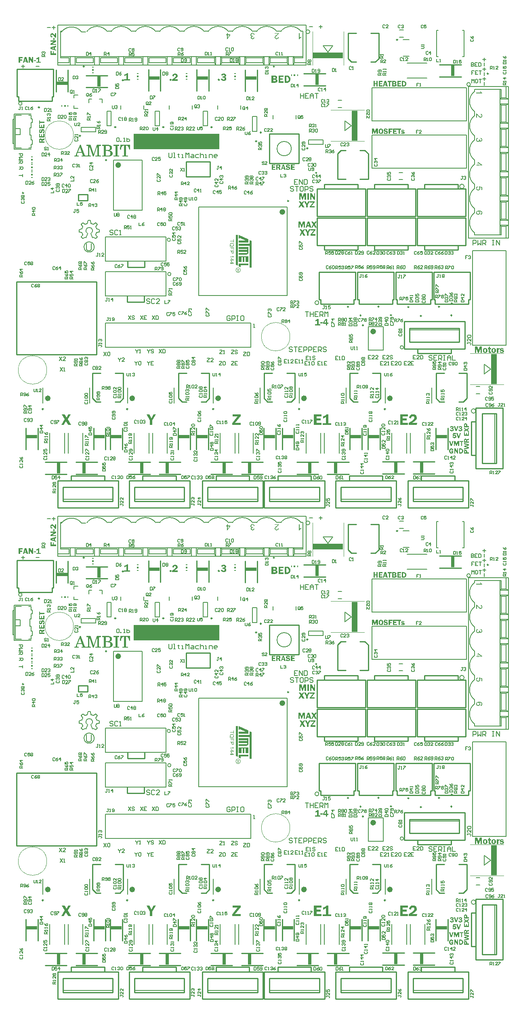
<source format=gto>
G04 Layer_Color=65535*
%FSLAX24Y24*%
%MOIN*%
G70*
G01*
G75*
%ADD10C,0.0070*%
%ADD12C,0.0100*%
%ADD68C,0.0080*%
%ADD118C,0.0236*%
%ADD119C,0.0098*%
%ADD120C,0.0010*%
%ADD121C,0.0040*%
%ADD122C,0.0060*%
%ADD123C,0.0098*%
%ADD124C,0.0050*%
%ADD125C,0.0039*%
%ADD126C,0.0079*%
%ADD127R,0.0120X0.0059*%
%ADD128R,0.0120X0.0060*%
%ADD129R,0.0120X0.0119*%
%ADD130R,0.0059X0.0120*%
%ADD131R,0.0060X0.0120*%
%ADD132R,0.0119X0.0120*%
%ADD133R,0.0295X0.0879*%
%ADD134R,0.0879X0.0295*%
%ADD135R,0.0492X0.2450*%
%ADD136R,0.2450X0.0492*%
%ADD137R,0.7050X0.1300*%
G36*
X32935Y37988D02*
X32725D01*
Y37897D01*
X32891D01*
Y37815D01*
X32725D01*
Y37718D01*
X32935D01*
Y37631D01*
X32620D01*
Y38072D01*
X32935D01*
Y37988D01*
D02*
G37*
G36*
X42565Y16061D02*
X42574Y16060D01*
Y15946D01*
X42568D01*
X42562Y15946D01*
X42554Y15945D01*
X42545Y15944D01*
X42536Y15942D01*
X42527Y15938D01*
X42519Y15935D01*
X42518Y15934D01*
X42515Y15933D01*
X42512Y15931D01*
X42508Y15926D01*
X42503Y15921D01*
X42498Y15914D01*
X42493Y15906D01*
X42487Y15896D01*
X42486Y15895D01*
X42486Y15891D01*
X42484Y15885D01*
X42481Y15876D01*
X42479Y15866D01*
X42477Y15852D01*
X42476Y15838D01*
X42475Y15820D01*
Y15661D01*
X42364D01*
Y16052D01*
X42469D01*
Y15981D01*
X42470Y15983D01*
X42472Y15988D01*
X42473Y15993D01*
X42476Y15999D01*
X42479Y16005D01*
X42488Y16021D01*
X42500Y16036D01*
X42507Y16042D01*
X42515Y16049D01*
X42523Y16053D01*
X42532Y16058D01*
X42543Y16061D01*
X42553Y16061D01*
X42558D01*
X42565Y16061D01*
D02*
G37*
G36*
X42790Y16060D02*
X42796D01*
X42810Y16058D01*
X42826Y16054D01*
X42843Y16050D01*
X42859Y16044D01*
X42874Y16036D01*
X42875Y16035D01*
X42880Y16032D01*
X42887Y16025D01*
X42895Y16017D01*
X42904Y16006D01*
X42913Y15993D01*
X42923Y15976D01*
X42931Y15958D01*
X42846Y15936D01*
Y15937D01*
X42846Y15938D01*
X42845Y15941D01*
X42843Y15944D01*
X42839Y15953D01*
X42832Y15962D01*
X42821Y15972D01*
X42815Y15976D01*
X42808Y15981D01*
X42800Y15983D01*
X42791Y15986D01*
X42781Y15988D01*
X42770Y15989D01*
X42765D01*
X42761Y15988D01*
X42752Y15987D01*
X42742Y15984D01*
X42731Y15980D01*
X42722Y15974D01*
X42718Y15969D01*
X42716Y15965D01*
X42714Y15959D01*
X42713Y15953D01*
Y15952D01*
Y15950D01*
X42715Y15945D01*
X42717Y15937D01*
X42720Y15933D01*
X42724Y15930D01*
X42724D01*
X42726Y15929D01*
X42730Y15927D01*
X42734Y15925D01*
X42742Y15923D01*
X42752Y15921D01*
X42764Y15918D01*
X42779Y15917D01*
X42781D01*
X42785Y15916D01*
X42789Y15915D01*
X42796Y15914D01*
X42802Y15913D01*
X42817Y15910D01*
X42832Y15908D01*
X42848Y15904D01*
X42864Y15901D01*
X42877Y15896D01*
X42879Y15895D01*
X42882Y15895D01*
X42889Y15891D01*
X42896Y15888D01*
X42904Y15881D01*
X42912Y15875D01*
X42921Y15866D01*
X42928Y15857D01*
X42929Y15856D01*
X42931Y15852D01*
X42934Y15846D01*
X42938Y15838D01*
X42941Y15829D01*
X42945Y15816D01*
X42947Y15804D01*
X42947Y15789D01*
Y15788D01*
Y15787D01*
Y15783D01*
X42947Y15780D01*
X42946Y15774D01*
X42945Y15768D01*
X42941Y15754D01*
X42936Y15738D01*
X42928Y15722D01*
X42923Y15714D01*
X42917Y15706D01*
X42909Y15698D01*
X42901Y15691D01*
X42900D01*
X42899Y15689D01*
X42896Y15687D01*
X42892Y15685D01*
X42888Y15682D01*
X42882Y15679D01*
X42875Y15676D01*
X42868Y15672D01*
X42859Y15669D01*
X42850Y15665D01*
X42839Y15662D01*
X42828Y15659D01*
X42815Y15657D01*
X42802Y15655D01*
X42788Y15654D01*
X42773Y15653D01*
X42767D01*
X42759Y15654D01*
X42749Y15655D01*
X42738Y15657D01*
X42724Y15659D01*
X42710Y15663D01*
X42695Y15667D01*
X42680Y15673D01*
X42664Y15681D01*
X42650Y15691D01*
X42636Y15701D01*
X42623Y15715D01*
X42611Y15730D01*
X42602Y15748D01*
X42595Y15768D01*
X42693Y15783D01*
Y15782D01*
X42694Y15780D01*
X42695Y15778D01*
X42695Y15775D01*
X42701Y15766D01*
X42708Y15757D01*
X42713Y15751D01*
X42719Y15747D01*
X42726Y15743D01*
X42734Y15738D01*
X42743Y15736D01*
X42753Y15733D01*
X42766Y15731D01*
X42779Y15730D01*
X42783D01*
X42789Y15731D01*
X42796D01*
X42803Y15733D01*
X42810Y15735D01*
X42818Y15737D01*
X42826Y15740D01*
X42827Y15741D01*
X42830Y15742D01*
X42832Y15744D01*
X42837Y15748D01*
X42840Y15751D01*
X42843Y15757D01*
X42846Y15762D01*
X42846Y15768D01*
Y15769D01*
X42846Y15773D01*
X42844Y15777D01*
X42841Y15782D01*
X42836Y15788D01*
X42828Y15794D01*
X42823Y15795D01*
X42817Y15798D01*
X42810Y15800D01*
X42803Y15801D01*
X42802D01*
X42797Y15802D01*
X42791Y15802D01*
X42783Y15803D01*
X42774Y15805D01*
X42763Y15807D01*
X42752Y15809D01*
X42738Y15811D01*
X42712Y15818D01*
X42687Y15825D01*
X42675Y15830D01*
X42665Y15835D01*
X42655Y15840D01*
X42647Y15845D01*
X42645Y15847D01*
X42641Y15851D01*
X42636Y15858D01*
X42629Y15867D01*
X42622Y15880D01*
X42616Y15895D01*
X42612Y15912D01*
X42610Y15931D01*
Y15932D01*
Y15934D01*
Y15937D01*
X42611Y15941D01*
X42613Y15951D01*
X42616Y15964D01*
X42621Y15979D01*
X42629Y15994D01*
X42633Y16002D01*
X42639Y16010D01*
X42645Y16017D01*
X42653Y16024D01*
X42654Y16025D01*
X42655Y16025D01*
X42658Y16027D01*
X42661Y16030D01*
X42666Y16032D01*
X42671Y16035D01*
X42677Y16039D01*
X42685Y16042D01*
X42693Y16046D01*
X42702Y16049D01*
X42712Y16052D01*
X42723Y16054D01*
X42747Y16059D01*
X42774Y16061D01*
X42785D01*
X42790Y16060D01*
D02*
G37*
G36*
X33352Y37631D02*
X33241D01*
X33214Y37722D01*
X33071D01*
X33043Y37631D01*
X32953D01*
X33094Y38072D01*
X33214D01*
X33352Y37631D01*
D02*
G37*
G36*
X34468Y37988D02*
X34257D01*
Y37897D01*
X34424D01*
Y37815D01*
X34257D01*
Y37718D01*
X34468D01*
Y37631D01*
X34153D01*
Y38072D01*
X34468D01*
Y37988D01*
D02*
G37*
G36*
X33941Y38071D02*
X33946D01*
X33958Y38070D01*
X33972Y38068D01*
X33985Y38066D01*
X33998Y38062D01*
X34010Y38058D01*
X34012Y38057D01*
X34014Y38056D01*
X34020Y38052D01*
X34026Y38048D01*
X34033Y38042D01*
X34042Y38035D01*
X34049Y38027D01*
X34056Y38018D01*
X34057Y38017D01*
X34059Y38014D01*
X34062Y38009D01*
X34066Y38001D01*
X34069Y37993D01*
X34072Y37982D01*
X34074Y37971D01*
X34074Y37957D01*
Y37957D01*
Y37955D01*
X34074Y37951D01*
X34073Y37946D01*
X34072Y37940D01*
X34070Y37933D01*
X34068Y37926D01*
X34064Y37918D01*
X34061Y37910D01*
X34055Y37901D01*
X34049Y37893D01*
X34041Y37885D01*
X34032Y37878D01*
X34021Y37871D01*
X34009Y37865D01*
X33995Y37859D01*
X33995D01*
X33997Y37859D01*
X33999Y37858D01*
X34002Y37857D01*
X34011Y37854D01*
X34020Y37851D01*
X34032Y37845D01*
X34043Y37838D01*
X34054Y37829D01*
X34063Y37818D01*
X34064Y37817D01*
X34067Y37813D01*
X34071Y37807D01*
X34075Y37799D01*
X34080Y37788D01*
X34083Y37777D01*
X34086Y37765D01*
X34087Y37752D01*
Y37751D01*
Y37750D01*
Y37747D01*
X34086Y37744D01*
X34085Y37739D01*
X34085Y37734D01*
X34083Y37723D01*
X34077Y37709D01*
X34071Y37695D01*
X34066Y37688D01*
X34061Y37681D01*
X34055Y37673D01*
X34049Y37667D01*
X34048Y37666D01*
X34047Y37665D01*
X34045Y37664D01*
X34042Y37661D01*
X34038Y37659D01*
X34033Y37656D01*
X34027Y37652D01*
X34020Y37649D01*
X34012Y37646D01*
X34003Y37643D01*
X33992Y37639D01*
X33981Y37637D01*
X33970Y37635D01*
X33957Y37632D01*
X33943Y37632D01*
X33927Y37631D01*
X33722D01*
Y38072D01*
X33936D01*
X33941Y38071D01*
D02*
G37*
G36*
X33678Y37985D02*
X33569D01*
Y37631D01*
X33465D01*
Y37985D01*
X33355D01*
Y38072D01*
X33678D01*
Y37985D01*
D02*
G37*
G36*
X4087Y39579D02*
X3993D01*
X3808Y39896D01*
Y39895D01*
Y39894D01*
Y39890D01*
Y39884D01*
X3809Y39880D01*
Y39879D01*
Y39878D01*
X3810Y39873D01*
X3811Y39866D01*
Y39860D01*
Y39579D01*
X3725D01*
Y40049D01*
X3843D01*
X4004Y39771D01*
Y39772D01*
Y39774D01*
X4004Y39778D01*
Y39783D01*
X4003Y39794D01*
X4002Y39798D01*
Y39803D01*
Y40049D01*
X4087D01*
Y39579D01*
D02*
G37*
G36*
X12097Y32428D02*
X12027D01*
Y32430D01*
Y32431D01*
X12025Y32436D01*
Y32442D01*
X12022Y32458D01*
X12017Y32477D01*
X12011Y32502D01*
X12003Y32528D01*
X11994Y32556D01*
X11983Y32586D01*
X11970Y32614D01*
X11955Y32642D01*
X11938Y32669D01*
X11917Y32694D01*
X11895Y32713D01*
X11870Y32728D01*
X11856Y32734D01*
X11842Y32739D01*
X11827Y32741D01*
X11811Y32742D01*
X11800D01*
X11794Y32741D01*
X11781Y32739D01*
X11775Y32736D01*
X11770Y32733D01*
X11769Y32731D01*
X11766Y32725D01*
X11763Y32716D01*
X11761Y32700D01*
Y31949D01*
Y31946D01*
X11763Y31939D01*
X11764Y31932D01*
X11769Y31924D01*
X11770Y31922D01*
X11777Y31921D01*
X11788Y31919D01*
X11803Y31918D01*
X11913D01*
Y31843D01*
X11447D01*
Y31918D01*
X11572D01*
X11578Y31919D01*
X11586Y31921D01*
X11592Y31924D01*
X11594Y31925D01*
X11597Y31928D01*
X11599Y31935D01*
X11600Y31944D01*
Y32706D01*
Y32708D01*
Y32709D01*
X11599Y32716D01*
X11595Y32725D01*
X11589Y32733D01*
X11588Y32734D01*
X11580Y32738D01*
X11569Y32741D01*
X11552Y32742D01*
X11544D01*
X11538Y32741D01*
X11522Y32738D01*
X11502Y32731D01*
X11480Y32722D01*
X11456Y32708D01*
X11444Y32699D01*
X11433Y32688D01*
X11421Y32673D01*
X11410Y32659D01*
X11408Y32656D01*
X11405Y32652D01*
X11402Y32647D01*
X11397Y32639D01*
X11392Y32630D01*
X11388Y32617D01*
X11383Y32605D01*
X11377Y32589D01*
X11371Y32574D01*
X11364Y32553D01*
X11360Y32533D01*
X11353Y32509D01*
X11347Y32485D01*
X11342Y32458D01*
X11338Y32428D01*
X11264D01*
X11286Y32811D01*
X12077D01*
X12097Y32428D01*
D02*
G37*
G36*
X4307Y39720D02*
X4143D01*
Y39795D01*
X4307D01*
Y39720D01*
D02*
G37*
G36*
X41791Y16052D02*
X41875D01*
Y15962D01*
X41791D01*
Y15796D01*
Y15794D01*
Y15791D01*
X41792Y15786D01*
Y15780D01*
X41795Y15766D01*
X41797Y15759D01*
X41800Y15754D01*
X41801D01*
X41802Y15752D01*
X41805Y15751D01*
X41809Y15750D01*
X41815Y15748D01*
X41823Y15746D01*
X41832Y15745D01*
X41844Y15744D01*
X41866D01*
X41881Y15745D01*
Y15661D01*
X41878D01*
X41876Y15660D01*
X41873Y15659D01*
X41863Y15658D01*
X41853Y15657D01*
X41840Y15655D01*
X41829Y15654D01*
X41817Y15652D01*
X41801D01*
X41796Y15653D01*
X41790D01*
X41783Y15654D01*
X41768Y15656D01*
X41752Y15659D01*
X41735Y15664D01*
X41719Y15671D01*
X41712Y15675D01*
X41706Y15679D01*
X41705Y15681D01*
X41702Y15685D01*
X41696Y15692D01*
X41691Y15702D01*
X41688Y15709D01*
X41686Y15716D01*
X41683Y15724D01*
X41680Y15734D01*
X41679Y15744D01*
X41677Y15755D01*
X41676Y15766D01*
Y15780D01*
Y15962D01*
X41614D01*
Y16052D01*
X41683D01*
X41693Y16167D01*
X41791Y16175D01*
Y16052D01*
D02*
G37*
G36*
X41137Y15661D02*
X41012D01*
Y16091D01*
X40879Y15661D01*
X40794D01*
X40665Y16091D01*
Y15661D01*
X40561D01*
Y16190D01*
X40753D01*
X40845Y15873D01*
X40943Y16190D01*
X41137D01*
Y15661D01*
D02*
G37*
G36*
X42116Y16060D02*
X42123Y16059D01*
X42132Y16057D01*
X42141Y16055D01*
X42152Y16053D01*
X42175Y16046D01*
X42186Y16041D01*
X42198Y16036D01*
X42209Y16029D01*
X42220Y16021D01*
X42231Y16012D01*
X42241Y16002D01*
X42242Y16001D01*
X42242Y15999D01*
X42245Y15996D01*
X42249Y15991D01*
X42252Y15985D01*
X42256Y15979D01*
X42261Y15970D01*
X42266Y15961D01*
X42270Y15951D01*
X42275Y15940D01*
X42279Y15928D01*
X42283Y15915D01*
X42286Y15902D01*
X42289Y15887D01*
X42290Y15871D01*
X42291Y15855D01*
Y15854D01*
Y15852D01*
Y15846D01*
X42290Y15841D01*
X42289Y15833D01*
X42288Y15824D01*
X42286Y15815D01*
X42285Y15804D01*
X42278Y15781D01*
X42274Y15770D01*
X42269Y15758D01*
X42263Y15745D01*
X42256Y15733D01*
X42248Y15722D01*
X42238Y15710D01*
X42237Y15709D01*
X42235Y15708D01*
X42233Y15705D01*
X42228Y15701D01*
X42223Y15697D01*
X42217Y15692D01*
X42210Y15687D01*
X42201Y15682D01*
X42192Y15676D01*
X42182Y15672D01*
X42170Y15666D01*
X42158Y15662D01*
X42145Y15658D01*
X42131Y15656D01*
X42116Y15654D01*
X42100Y15653D01*
X42092D01*
X42086Y15654D01*
X42079Y15655D01*
X42071Y15656D01*
X42062Y15658D01*
X42052Y15660D01*
X42031Y15667D01*
X42020Y15672D01*
X42009Y15677D01*
X41997Y15684D01*
X41987Y15692D01*
X41976Y15701D01*
X41967Y15710D01*
X41966Y15711D01*
X41965Y15713D01*
X41962Y15716D01*
X41959Y15721D01*
X41955Y15726D01*
X41951Y15733D01*
X41947Y15741D01*
X41942Y15750D01*
X41938Y15760D01*
X41933Y15771D01*
X41929Y15783D01*
X41925Y15796D01*
X41922Y15810D01*
X41919Y15825D01*
X41918Y15840D01*
X41918Y15857D01*
Y15858D01*
Y15859D01*
Y15863D01*
Y15867D01*
X41918Y15873D01*
Y15879D01*
X41920Y15894D01*
X41923Y15910D01*
X41927Y15928D01*
X41932Y15946D01*
X41939Y15963D01*
Y15964D01*
X41940Y15965D01*
X41944Y15970D01*
X41949Y15978D01*
X41956Y15989D01*
X41965Y16000D01*
X41975Y16011D01*
X41988Y16023D01*
X42002Y16033D01*
X42003D01*
X42004Y16034D01*
X42009Y16038D01*
X42018Y16042D01*
X42029Y16047D01*
X42043Y16052D01*
X42061Y16056D01*
X42080Y16060D01*
X42101Y16061D01*
X42110D01*
X42116Y16060D01*
D02*
G37*
G36*
X41414D02*
X41421Y16059D01*
X41429Y16057D01*
X41439Y16055D01*
X41450Y16053D01*
X41472Y16046D01*
X41484Y16041D01*
X41495Y16036D01*
X41507Y16029D01*
X41518Y16021D01*
X41529Y16012D01*
X41538Y16002D01*
X41539Y16001D01*
X41540Y15999D01*
X41543Y15996D01*
X41546Y15991D01*
X41550Y15985D01*
X41554Y15979D01*
X41558Y15970D01*
X41564Y15961D01*
X41568Y15951D01*
X41572Y15940D01*
X41577Y15928D01*
X41580Y15915D01*
X41584Y15902D01*
X41587Y15887D01*
X41587Y15871D01*
X41588Y15855D01*
Y15854D01*
Y15852D01*
Y15846D01*
X41587Y15841D01*
X41587Y15833D01*
X41586Y15824D01*
X41584Y15815D01*
X41582Y15804D01*
X41575Y15781D01*
X41572Y15770D01*
X41566Y15758D01*
X41560Y15745D01*
X41553Y15733D01*
X41545Y15722D01*
X41536Y15710D01*
X41535Y15709D01*
X41533Y15708D01*
X41530Y15705D01*
X41526Y15701D01*
X41521Y15697D01*
X41515Y15692D01*
X41508Y15687D01*
X41499Y15682D01*
X41490Y15676D01*
X41479Y15672D01*
X41468Y15666D01*
X41456Y15662D01*
X41443Y15658D01*
X41428Y15656D01*
X41414Y15654D01*
X41398Y15653D01*
X41390D01*
X41384Y15654D01*
X41377Y15655D01*
X41369Y15656D01*
X41360Y15658D01*
X41349Y15660D01*
X41328Y15667D01*
X41318Y15672D01*
X41306Y15677D01*
X41295Y15684D01*
X41284Y15692D01*
X41274Y15701D01*
X41264Y15710D01*
X41263Y15711D01*
X41263Y15713D01*
X41260Y15716D01*
X41256Y15721D01*
X41253Y15726D01*
X41248Y15733D01*
X41244Y15741D01*
X41240Y15750D01*
X41235Y15760D01*
X41231Y15771D01*
X41227Y15783D01*
X41223Y15796D01*
X41220Y15810D01*
X41217Y15825D01*
X41216Y15840D01*
X41215Y15857D01*
Y15858D01*
Y15859D01*
Y15863D01*
Y15867D01*
X41216Y15873D01*
Y15879D01*
X41218Y15894D01*
X41220Y15910D01*
X41225Y15928D01*
X41230Y15946D01*
X41237Y15963D01*
Y15964D01*
X41238Y15965D01*
X41241Y15970D01*
X41247Y15978D01*
X41254Y15989D01*
X41263Y16000D01*
X41273Y16011D01*
X41285Y16023D01*
X41299Y16033D01*
X41300D01*
X41301Y16034D01*
X41306Y16038D01*
X41315Y16042D01*
X41327Y16047D01*
X41341Y16052D01*
X41358Y16056D01*
X41378Y16060D01*
X41399Y16061D01*
X41407D01*
X41414Y16060D01*
D02*
G37*
G36*
X34684Y38071D02*
X34692Y38070D01*
X34701Y38069D01*
X34710Y38069D01*
X34730Y38066D01*
X34751Y38062D01*
X34770Y38056D01*
X34779Y38053D01*
X34787Y38048D01*
X34787D01*
X34788Y38048D01*
X34790Y38046D01*
X34793Y38044D01*
X34801Y38039D01*
X34811Y38031D01*
X34822Y38020D01*
X34834Y38009D01*
X34847Y37993D01*
X34859Y37977D01*
X34860Y37976D01*
X34861Y37974D01*
X34862Y37971D01*
X34864Y37968D01*
X34866Y37963D01*
X34869Y37957D01*
X34872Y37950D01*
X34875Y37943D01*
X34878Y37934D01*
X34881Y37925D01*
X34884Y37914D01*
X34886Y37903D01*
X34888Y37892D01*
X34890Y37879D01*
X34891Y37866D01*
Y37852D01*
Y37851D01*
Y37848D01*
Y37843D01*
X34891Y37837D01*
X34890Y37828D01*
X34888Y37819D01*
X34887Y37808D01*
X34884Y37797D01*
X34881Y37785D01*
X34877Y37772D01*
X34873Y37759D01*
X34868Y37745D01*
X34861Y37732D01*
X34853Y37719D01*
X34845Y37706D01*
X34835Y37694D01*
X34834Y37693D01*
X34833Y37691D01*
X34829Y37688D01*
X34825Y37684D01*
X34819Y37679D01*
X34812Y37674D01*
X34804Y37668D01*
X34795Y37662D01*
X34785Y37657D01*
X34773Y37651D01*
X34760Y37646D01*
X34746Y37641D01*
X34732Y37637D01*
X34716Y37634D01*
X34699Y37632D01*
X34681Y37631D01*
X34530D01*
Y38072D01*
X34678D01*
X34684Y38071D01*
D02*
G37*
G36*
X32541Y33711D02*
X32437D01*
Y34070D01*
X32326Y33711D01*
X32255D01*
X32147Y34070D01*
Y33711D01*
X32061D01*
Y34152D01*
X32221D01*
X32298Y33887D01*
X32379Y34152D01*
X32541D01*
Y33711D01*
D02*
G37*
G36*
X8362Y31961D02*
X8364Y31960D01*
X8365Y31955D01*
X8372Y31947D01*
X8378Y31939D01*
X8389Y31932D01*
X8401Y31924D01*
X8415Y31919D01*
X8434Y31918D01*
X8479D01*
Y31843D01*
X8075D01*
Y31918D01*
X8137D01*
X8148Y31919D01*
X8173Y31922D01*
X8186Y31925D01*
X8195Y31928D01*
X8197Y31930D01*
X8200Y31932D01*
X8201Y31938D01*
X8203Y31944D01*
Y31946D01*
Y31950D01*
X8201Y31958D01*
X8200Y31969D01*
X8125Y32153D01*
X7773D01*
X7733Y32047D01*
Y32046D01*
X7730Y32041D01*
X7728Y32033D01*
X7725Y32024D01*
X7719Y32002D01*
X7717Y31989D01*
X7715Y31980D01*
Y31978D01*
Y31975D01*
X7717Y31971D01*
X7719Y31964D01*
X7722Y31957D01*
X7726Y31950D01*
X7733Y31942D01*
X7740Y31935D01*
X7742D01*
X7745Y31932D01*
X7751Y31930D01*
X7759Y31927D01*
X7770Y31924D01*
X7783Y31921D01*
X7798Y31919D01*
X7815Y31918D01*
X7862D01*
Y31843D01*
X7492D01*
Y31918D01*
X7503D01*
X7514Y31919D01*
X7526Y31921D01*
X7556Y31927D01*
X7570Y31932D01*
X7583Y31938D01*
X7584Y31939D01*
X7587Y31942D01*
X7594Y31949D01*
X7601Y31957D01*
X7609Y31969D01*
X7619Y31983D01*
X7628Y32002D01*
X7637Y32024D01*
X7959Y32830D01*
X8022D01*
X8362Y31961D01*
D02*
G37*
G36*
X34458Y34065D02*
X34349D01*
Y33711D01*
X34244D01*
Y34065D01*
X34134D01*
Y34152D01*
X34458D01*
Y34065D01*
D02*
G37*
G36*
X34624Y34043D02*
X34629D01*
X34641Y34042D01*
X34654Y34039D01*
X34668Y34035D01*
X34681Y34030D01*
X34693Y34024D01*
X34695Y34023D01*
X34698Y34020D01*
X34704Y34015D01*
X34711Y34007D01*
X34718Y33999D01*
X34726Y33988D01*
X34734Y33974D01*
X34741Y33958D01*
X34671Y33940D01*
Y33941D01*
X34670Y33942D01*
X34669Y33945D01*
X34668Y33947D01*
X34664Y33954D01*
X34658Y33962D01*
X34649Y33970D01*
X34644Y33974D01*
X34638Y33977D01*
X34632Y33980D01*
X34624Y33982D01*
X34616Y33983D01*
X34607Y33984D01*
X34603D01*
X34600Y33983D01*
X34592Y33983D01*
X34583Y33980D01*
X34575Y33977D01*
X34567Y33972D01*
X34564Y33968D01*
X34562Y33964D01*
X34560Y33959D01*
X34559Y33954D01*
Y33953D01*
Y33952D01*
X34561Y33947D01*
X34563Y33941D01*
X34565Y33938D01*
X34568Y33935D01*
X34569D01*
X34570Y33934D01*
X34573Y33933D01*
X34577Y33931D01*
X34583Y33929D01*
X34592Y33928D01*
X34602Y33925D01*
X34614Y33924D01*
X34616D01*
X34619Y33923D01*
X34623Y33923D01*
X34628Y33922D01*
X34633Y33921D01*
X34646Y33919D01*
X34659Y33917D01*
X34672Y33914D01*
X34685Y33911D01*
X34696Y33907D01*
X34698Y33906D01*
X34701Y33906D01*
X34706Y33903D01*
X34712Y33900D01*
X34718Y33895D01*
X34725Y33890D01*
X34733Y33882D01*
X34739Y33874D01*
X34739Y33874D01*
X34741Y33870D01*
X34744Y33865D01*
X34747Y33859D01*
X34750Y33851D01*
X34753Y33841D01*
X34754Y33830D01*
X34755Y33818D01*
Y33817D01*
Y33816D01*
Y33813D01*
X34754Y33810D01*
X34753Y33805D01*
X34753Y33800D01*
X34750Y33789D01*
X34745Y33775D01*
X34739Y33762D01*
X34734Y33755D01*
X34729Y33748D01*
X34723Y33742D01*
X34716Y33736D01*
X34715D01*
X34715Y33734D01*
X34712Y33733D01*
X34709Y33731D01*
X34705Y33729D01*
X34701Y33726D01*
X34695Y33723D01*
X34688Y33721D01*
X34681Y33718D01*
X34674Y33715D01*
X34665Y33712D01*
X34655Y33710D01*
X34644Y33707D01*
X34633Y33706D01*
X34622Y33705D01*
X34609Y33704D01*
X34604D01*
X34597Y33705D01*
X34589Y33706D01*
X34580Y33707D01*
X34569Y33710D01*
X34557Y33712D01*
X34544Y33716D01*
X34532Y33721D01*
X34518Y33728D01*
X34507Y33736D01*
X34495Y33745D01*
X34484Y33756D01*
X34474Y33769D01*
X34467Y33783D01*
X34461Y33800D01*
X34543Y33813D01*
Y33812D01*
X34543Y33811D01*
X34544Y33808D01*
X34545Y33806D01*
X34549Y33799D01*
X34555Y33791D01*
X34559Y33786D01*
X34564Y33783D01*
X34570Y33779D01*
X34577Y33775D01*
X34584Y33773D01*
X34593Y33771D01*
X34603Y33770D01*
X34614Y33769D01*
X34618D01*
X34622Y33770D01*
X34628D01*
X34634Y33771D01*
X34641Y33773D01*
X34647Y33774D01*
X34654Y33777D01*
X34655Y33778D01*
X34657Y33778D01*
X34659Y33781D01*
X34663Y33783D01*
X34665Y33786D01*
X34668Y33791D01*
X34670Y33795D01*
X34671Y33800D01*
Y33801D01*
X34670Y33804D01*
X34668Y33808D01*
X34666Y33812D01*
X34662Y33817D01*
X34655Y33822D01*
X34651Y33823D01*
X34646Y33825D01*
X34641Y33827D01*
X34634Y33827D01*
X34633D01*
X34630Y33828D01*
X34624Y33829D01*
X34618Y33830D01*
X34610Y33831D01*
X34601Y33833D01*
X34592Y33834D01*
X34581Y33836D01*
X34559Y33842D01*
X34537Y33848D01*
X34528Y33852D01*
X34519Y33856D01*
X34511Y33860D01*
X34504Y33865D01*
X34503Y33866D01*
X34499Y33869D01*
X34495Y33875D01*
X34489Y33883D01*
X34483Y33893D01*
X34479Y33906D01*
X34475Y33920D01*
X34474Y33936D01*
Y33937D01*
Y33939D01*
Y33941D01*
X34474Y33945D01*
X34476Y33953D01*
X34478Y33964D01*
X34482Y33976D01*
X34489Y33988D01*
X34493Y33995D01*
X34498Y34002D01*
X34503Y34007D01*
X34510Y34013D01*
X34510Y34014D01*
X34511Y34015D01*
X34513Y34016D01*
X34516Y34018D01*
X34520Y34021D01*
X34524Y34023D01*
X34529Y34026D01*
X34536Y34029D01*
X34543Y34032D01*
X34550Y34035D01*
X34559Y34037D01*
X34567Y34039D01*
X34588Y34043D01*
X34611Y34044D01*
X34619D01*
X34624Y34043D01*
D02*
G37*
G36*
X5986Y40879D02*
X5889Y40850D01*
Y40698D01*
X5986Y40668D01*
Y40572D01*
X5516Y40722D01*
Y40851D01*
X5986Y40998D01*
Y40879D01*
D02*
G37*
G36*
X5609Y40342D02*
X5714D01*
Y40517D01*
X5802D01*
Y40342D01*
X5986D01*
Y40228D01*
X5516D01*
Y40563D01*
X5609D01*
Y40342D01*
D02*
G37*
G36*
X33201Y34158D02*
X33210Y34157D01*
X33221Y34155D01*
X33232Y34153D01*
X33245Y34149D01*
X33259Y34145D01*
X33272Y34140D01*
X33286Y34133D01*
X33301Y34125D01*
X33314Y34114D01*
X33327Y34103D01*
X33338Y34089D01*
X33348Y34073D01*
X33356Y34054D01*
X33268Y34025D01*
Y34026D01*
X33267Y34027D01*
X33266Y34030D01*
X33264Y34033D01*
X33259Y34042D01*
X33252Y34051D01*
X33242Y34061D01*
X33235Y34065D01*
X33229Y34070D01*
X33221Y34073D01*
X33212Y34076D01*
X33203Y34077D01*
X33193Y34078D01*
X33187D01*
X33183Y34077D01*
X33174Y34076D01*
X33163Y34073D01*
X33151Y34068D01*
X33141Y34061D01*
X33138Y34057D01*
X33135Y34051D01*
X33133Y34045D01*
X33132Y34037D01*
Y34037D01*
Y34035D01*
X33133Y34032D01*
X33133Y34029D01*
X33135Y34024D01*
X33136Y34020D01*
X33139Y34016D01*
X33143Y34011D01*
X33144Y34010D01*
X33145Y34010D01*
X33149Y34007D01*
X33154Y34005D01*
X33160Y34002D01*
X33170Y33998D01*
X33181Y33995D01*
X33195Y33991D01*
X33196D01*
X33198Y33991D01*
X33201Y33990D01*
X33206Y33989D01*
X33211Y33988D01*
X33218Y33986D01*
X33232Y33983D01*
X33248Y33978D01*
X33264Y33974D01*
X33280Y33969D01*
X33286Y33966D01*
X33293Y33964D01*
X33294D01*
X33294Y33963D01*
X33298Y33961D01*
X33304Y33958D01*
X33311Y33953D01*
X33320Y33947D01*
X33329Y33939D01*
X33338Y33930D01*
X33346Y33919D01*
X33346Y33917D01*
X33349Y33914D01*
X33353Y33907D01*
X33357Y33899D01*
X33361Y33889D01*
X33364Y33877D01*
X33367Y33864D01*
X33368Y33850D01*
Y33849D01*
Y33847D01*
Y33844D01*
X33367Y33840D01*
X33366Y33835D01*
X33365Y33829D01*
X33362Y33815D01*
X33357Y33799D01*
X33353Y33791D01*
X33348Y33782D01*
X33343Y33773D01*
X33337Y33764D01*
X33330Y33756D01*
X33322Y33748D01*
X33321Y33747D01*
X33319Y33745D01*
X33316Y33744D01*
X33313Y33741D01*
X33308Y33737D01*
X33303Y33734D01*
X33295Y33730D01*
X33287Y33726D01*
X33278Y33722D01*
X33268Y33718D01*
X33257Y33715D01*
X33245Y33711D01*
X33231Y33708D01*
X33217Y33707D01*
X33201Y33705D01*
X33185Y33704D01*
X33179D01*
X33174Y33705D01*
X33169D01*
X33161Y33706D01*
X33154Y33707D01*
X33146Y33708D01*
X33128Y33712D01*
X33109Y33718D01*
X33089Y33725D01*
X33070Y33735D01*
X33070Y33736D01*
X33068Y33737D01*
X33066Y33738D01*
X33063Y33741D01*
X33054Y33748D01*
X33045Y33758D01*
X33035Y33771D01*
X33024Y33786D01*
X33015Y33805D01*
X33011Y33816D01*
X33008Y33827D01*
X33104Y33849D01*
Y33848D01*
X33105Y33846D01*
X33106Y33843D01*
X33108Y33839D01*
X33110Y33834D01*
X33113Y33829D01*
X33117Y33823D01*
X33121Y33818D01*
X33126Y33812D01*
X33133Y33806D01*
X33140Y33801D01*
X33148Y33796D01*
X33158Y33792D01*
X33168Y33789D01*
X33180Y33787D01*
X33193Y33786D01*
X33199D01*
X33204Y33787D01*
X33212Y33788D01*
X33221Y33789D01*
X33230Y33792D01*
X33238Y33795D01*
X33245Y33800D01*
X33246Y33800D01*
X33248Y33802D01*
X33251Y33805D01*
X33254Y33809D01*
X33257Y33814D01*
X33260Y33819D01*
X33262Y33826D01*
X33263Y33833D01*
Y33833D01*
Y33835D01*
X33262Y33839D01*
X33261Y33844D01*
X33259Y33849D01*
X33256Y33854D01*
X33252Y33858D01*
X33247Y33863D01*
X33246Y33863D01*
X33244Y33865D01*
X33240Y33866D01*
X33233Y33869D01*
X33225Y33872D01*
X33215Y33876D01*
X33201Y33879D01*
X33186Y33882D01*
X33185D01*
X33182Y33883D01*
X33178Y33885D01*
X33172Y33885D01*
X33166Y33887D01*
X33158Y33890D01*
X33149Y33892D01*
X33139Y33895D01*
X33119Y33901D01*
X33100Y33910D01*
X33090Y33915D01*
X33081Y33919D01*
X33073Y33925D01*
X33066Y33930D01*
X33065Y33931D01*
X33065Y33931D01*
X33061Y33936D01*
X33055Y33942D01*
X33048Y33953D01*
X33042Y33965D01*
X33037Y33980D01*
X33032Y33998D01*
X33032Y34008D01*
X33031Y34018D01*
Y34019D01*
Y34021D01*
Y34024D01*
X33032Y34028D01*
X33032Y34033D01*
X33033Y34039D01*
X33036Y34053D01*
X33041Y34068D01*
X33045Y34076D01*
X33049Y34085D01*
X33054Y34093D01*
X33059Y34101D01*
X33066Y34109D01*
X33073Y34117D01*
X33074Y34118D01*
X33076Y34119D01*
X33078Y34121D01*
X33081Y34124D01*
X33086Y34127D01*
X33091Y34130D01*
X33097Y34134D01*
X33104Y34138D01*
X33111Y34141D01*
X33120Y34145D01*
X33130Y34149D01*
X33140Y34152D01*
X33151Y34155D01*
X33163Y34157D01*
X33176Y34158D01*
X33189Y34158D01*
X33195D01*
X33201Y34158D01*
D02*
G37*
G36*
X10313Y32809D02*
X10326D01*
X10340Y32808D01*
X10355Y32805D01*
X10374Y32803D01*
X10410Y32795D01*
X10449Y32783D01*
X10486Y32766D01*
X10504Y32756D01*
X10519Y32744D01*
X10521D01*
X10522Y32741D01*
X10532Y32731D01*
X10544Y32717D01*
X10560Y32697D01*
X10576Y32673D01*
X10588Y32644D01*
X10597Y32611D01*
X10599Y32594D01*
X10601Y32575D01*
Y32574D01*
Y32572D01*
Y32567D01*
X10599Y32561D01*
X10597Y32545D01*
X10593Y32525D01*
X10586Y32502D01*
X10576Y32478D01*
X10561Y32453D01*
X10543Y32430D01*
X10540Y32427D01*
X10532Y32420D01*
X10519Y32410D01*
X10502Y32399D01*
X10480Y32385D01*
X10452Y32372D01*
X10421Y32361D01*
X10385Y32352D01*
X10387D01*
X10391Y32350D01*
X10397D01*
X10405Y32349D01*
X10416Y32345D01*
X10429Y32342D01*
X10457Y32335D01*
X10488Y32325D01*
X10521Y32310D01*
X10554Y32292D01*
X10582Y32271D01*
X10583D01*
X10585Y32267D01*
X10593Y32260D01*
X10604Y32246D01*
X10618Y32227D01*
X10630Y32203D01*
X10641Y32175D01*
X10649Y32144D01*
X10652Y32127D01*
Y32110D01*
Y32108D01*
Y32106D01*
Y32097D01*
X10650Y32083D01*
X10647Y32066D01*
X10643Y32046D01*
X10635Y32022D01*
X10625Y32000D01*
X10611Y31977D01*
X10610Y31974D01*
X10604Y31967D01*
X10594Y31957D01*
X10580Y31942D01*
X10561Y31928D01*
X10538Y31911D01*
X10511Y31896D01*
X10479Y31880D01*
X10477D01*
X10474Y31878D01*
X10469Y31877D01*
X10463Y31874D01*
X10454Y31871D01*
X10444Y31868D01*
X10419Y31861D01*
X10388Y31855D01*
X10354Y31849D01*
X10315Y31844D01*
X10272Y31843D01*
X9784D01*
Y31918D01*
X9885D01*
X9891Y31919D01*
X9905Y31921D01*
X9912Y31922D01*
X9916Y31925D01*
X9918Y31927D01*
X9923Y31930D01*
X9927Y31936D01*
X9929Y31942D01*
Y32695D01*
Y32697D01*
Y32699D01*
X9927Y32706D01*
X9924Y32717D01*
X9916Y32725D01*
X9915Y32727D01*
X9909Y32731D01*
X9896Y32734D01*
X9880Y32736D01*
X9784D01*
Y32811D01*
X10302D01*
X10313Y32809D01*
D02*
G37*
G36*
X11194Y32736D02*
X11091D01*
X11083Y32734D01*
X11066Y32733D01*
X11058Y32730D01*
X11053Y32727D01*
X11052Y32725D01*
X11050Y32722D01*
Y32719D01*
X11049Y32713D01*
X11047Y32706D01*
X11046Y32697D01*
Y32684D01*
Y31972D01*
Y31971D01*
Y31966D01*
Y31960D01*
X11047Y31953D01*
X11049Y31938D01*
X11050Y31932D01*
X11052Y31928D01*
X11053Y31927D01*
X11057Y31925D01*
X11061Y31924D01*
X11068Y31921D01*
X11075Y31919D01*
X11085Y31918D01*
X11194D01*
Y31843D01*
X10732D01*
Y31918D01*
X10839D01*
X10847Y31919D01*
X10863Y31921D01*
X10869Y31922D01*
X10874Y31925D01*
X10875Y31927D01*
X10877Y31930D01*
X10879Y31935D01*
X10880Y31941D01*
X10882Y31949D01*
X10883Y31960D01*
Y31972D01*
Y32684D01*
Y32686D01*
Y32691D01*
Y32695D01*
X10882Y32702D01*
X10880Y32716D01*
X10879Y32720D01*
X10875Y32723D01*
X10872Y32725D01*
X10869Y32728D01*
X10863Y32730D01*
X10855Y32733D01*
X10846Y32734D01*
X10833Y32736D01*
X10732D01*
Y32811D01*
X11194D01*
Y32736D01*
D02*
G37*
G36*
X9688D02*
X9582D01*
X9576Y32734D01*
X9560Y32733D01*
X9554Y32730D01*
X9549Y32727D01*
X9548Y32725D01*
X9545Y32720D01*
X9541Y32709D01*
X9540Y32695D01*
Y31950D01*
Y31947D01*
X9541Y31941D01*
X9545Y31933D01*
X9551Y31925D01*
X9554Y31924D01*
X9557Y31922D01*
X9562D01*
X9568Y31921D01*
X9577Y31919D01*
X9588Y31918D01*
X9688D01*
Y31843D01*
X9229D01*
Y31918D01*
X9332D01*
X9340Y31919D01*
X9352Y31922D01*
X9360Y31924D01*
X9365Y31927D01*
X9367Y31928D01*
X9371Y31933D01*
X9376Y31941D01*
X9377Y31950D01*
Y32736D01*
X9088Y31843D01*
X9028D01*
X8717Y32731D01*
Y32063D01*
Y32060D01*
Y32053D01*
Y32042D01*
X8718Y32030D01*
X8721Y32000D01*
X8725Y31988D01*
X8729Y31975D01*
Y31974D01*
X8732Y31971D01*
X8735Y31966D01*
X8740Y31960D01*
X8751Y31947D01*
X8768Y31935D01*
X8770D01*
X8773Y31933D01*
X8781Y31930D01*
X8790Y31927D01*
X8804Y31924D01*
X8821Y31921D01*
X8843Y31918D01*
X8870Y31916D01*
Y31843D01*
X8487D01*
Y31916D01*
X8492D01*
X8496Y31918D01*
X8503D01*
X8518Y31919D01*
X8537Y31922D01*
X8557Y31927D01*
X8578Y31933D01*
X8595Y31941D01*
X8601Y31946D01*
X8607Y31950D01*
X8609Y31952D01*
X8612Y31957D01*
X8617Y31963D01*
X8621Y31974D01*
X8626Y31988D01*
X8631Y32007D01*
X8634Y32028D01*
X8636Y32055D01*
Y32703D01*
Y32705D01*
Y32706D01*
X8634Y32713D01*
X8631Y32720D01*
X8625Y32728D01*
X8623Y32730D01*
X8620Y32731D01*
X8615Y32733D01*
X8609D01*
X8601Y32734D01*
X8592Y32736D01*
X8487D01*
Y32811D01*
X8823D01*
X9093Y32067D01*
X9342Y32811D01*
X9688D01*
Y32736D01*
D02*
G37*
G36*
X32532Y37631D02*
X32431D01*
Y37813D01*
X32292D01*
Y37631D01*
X32191D01*
Y38072D01*
X32292D01*
Y37900D01*
X32431D01*
Y38072D01*
X32532D01*
Y37631D01*
D02*
G37*
G36*
X34116Y34068D02*
X33906D01*
Y33977D01*
X34072D01*
Y33895D01*
X33906D01*
Y33798D01*
X34116D01*
Y33711D01*
X33801D01*
Y34152D01*
X34116D01*
Y34068D01*
D02*
G37*
G36*
X33748Y34065D02*
X33542D01*
Y33966D01*
X33705D01*
Y33884D01*
X33542D01*
Y33711D01*
X33435D01*
Y34152D01*
X33748D01*
Y34065D01*
D02*
G37*
G36*
X32807Y34158D02*
X32814D01*
X32821Y34156D01*
X32830Y34155D01*
X32839Y34152D01*
X32850Y34149D01*
X32861Y34146D01*
X32872Y34141D01*
X32884Y34136D01*
X32896Y34129D01*
X32906Y34121D01*
X32917Y34111D01*
X32927Y34101D01*
X32936Y34089D01*
X32937Y34088D01*
X32939Y34086D01*
X32941Y34082D01*
X32944Y34076D01*
X32947Y34070D01*
X32952Y34062D01*
X32956Y34054D01*
X32961Y34043D01*
X32965Y34032D01*
X32969Y34020D01*
X32973Y34007D01*
X32977Y33994D01*
X32980Y33979D01*
X32982Y33964D01*
X32983Y33947D01*
X32984Y33931D01*
Y33931D01*
Y33927D01*
Y33922D01*
X32983Y33915D01*
X32983Y33907D01*
X32982Y33898D01*
X32980Y33887D01*
X32978Y33875D01*
X32975Y33863D01*
X32972Y33850D01*
X32969Y33836D01*
X32964Y33823D01*
X32958Y33809D01*
X32952Y33795D01*
X32945Y33782D01*
X32936Y33770D01*
X32935Y33769D01*
X32934Y33767D01*
X32931Y33764D01*
X32927Y33759D01*
X32922Y33754D01*
X32915Y33749D01*
X32909Y33743D01*
X32900Y33737D01*
X32890Y33731D01*
X32880Y33725D01*
X32868Y33720D01*
X32856Y33715D01*
X32842Y33710D01*
X32827Y33707D01*
X32811Y33705D01*
X32794Y33704D01*
X32791D01*
X32786Y33705D01*
X32780D01*
X32773Y33707D01*
X32764Y33708D01*
X32754Y33710D01*
X32744Y33712D01*
X32733Y33716D01*
X32722Y33721D01*
X32710Y33726D01*
X32699Y33732D01*
X32688Y33740D01*
X32677Y33749D01*
X32666Y33759D01*
X32657Y33771D01*
X32656Y33772D01*
X32655Y33774D01*
X32652Y33778D01*
X32650Y33783D01*
X32646Y33789D01*
X32641Y33797D01*
X32637Y33806D01*
X32633Y33816D01*
X32628Y33827D01*
X32624Y33840D01*
X32620Y33853D01*
X32616Y33867D01*
X32613Y33882D01*
X32611Y33898D01*
X32609Y33915D01*
X32609Y33932D01*
Y33934D01*
Y33936D01*
Y33942D01*
X32609Y33948D01*
X32610Y33956D01*
X32611Y33966D01*
X32613Y33977D01*
X32614Y33988D01*
X32617Y34001D01*
X32620Y34014D01*
X32625Y34027D01*
X32629Y34041D01*
X32635Y34054D01*
X32641Y34068D01*
X32649Y34081D01*
X32658Y34093D01*
X32658Y34094D01*
X32660Y34096D01*
X32663Y34099D01*
X32666Y34103D01*
X32672Y34109D01*
X32678Y34114D01*
X32685Y34119D01*
X32693Y34126D01*
X32703Y34132D01*
X32713Y34138D01*
X32725Y34143D01*
X32737Y34148D01*
X32751Y34152D01*
X32766Y34155D01*
X32781Y34158D01*
X32798Y34158D01*
X32803D01*
X32807Y34158D01*
D02*
G37*
G36*
X39606Y8314D02*
X39504D01*
Y7984D01*
X39407D01*
Y8314D01*
X39304D01*
Y8395D01*
X39606D01*
Y8314D01*
D02*
G37*
G36*
X38616Y7781D02*
X38621Y7780D01*
X38628Y7779D01*
X38635Y7778D01*
X38644Y7777D01*
X38661Y7772D01*
X38670Y7769D01*
X38680Y7765D01*
X38689Y7760D01*
X38698Y7756D01*
X38707Y7749D01*
X38715Y7743D01*
X38715Y7742D01*
X38717Y7741D01*
X38719Y7738D01*
X38722Y7736D01*
X38725Y7732D01*
X38728Y7727D01*
X38732Y7721D01*
X38737Y7715D01*
X38741Y7708D01*
X38746Y7701D01*
X38750Y7692D01*
X38754Y7683D01*
X38762Y7663D01*
X38765Y7652D01*
X38767Y7640D01*
X38675Y7628D01*
Y7629D01*
X38674Y7632D01*
X38674Y7635D01*
X38672Y7640D01*
X38670Y7646D01*
X38668Y7652D01*
X38666Y7659D01*
X38662Y7666D01*
X38657Y7673D01*
X38653Y7680D01*
X38647Y7686D01*
X38640Y7691D01*
X38633Y7696D01*
X38624Y7700D01*
X38615Y7702D01*
X38604Y7703D01*
X38601D01*
X38598Y7702D01*
X38590Y7701D01*
X38582Y7699D01*
X38573Y7694D01*
X38563Y7688D01*
X38558Y7684D01*
X38554Y7679D01*
X38549Y7674D01*
X38545Y7667D01*
Y7667D01*
X38545Y7666D01*
X38543Y7664D01*
X38543Y7661D01*
X38541Y7657D01*
X38539Y7653D01*
X38537Y7648D01*
X38536Y7641D01*
X38534Y7635D01*
X38532Y7627D01*
X38530Y7619D01*
X38529Y7610D01*
X38528Y7600D01*
X38526Y7590D01*
X38526Y7579D01*
Y7566D01*
Y7566D01*
Y7564D01*
Y7560D01*
X38526Y7556D01*
Y7551D01*
X38527Y7544D01*
X38528Y7530D01*
X38531Y7514D01*
X38534Y7499D01*
X38540Y7483D01*
X38543Y7476D01*
X38547Y7469D01*
Y7469D01*
X38548Y7468D01*
X38551Y7465D01*
X38556Y7459D01*
X38562Y7453D01*
X38571Y7447D01*
X38582Y7442D01*
X38595Y7438D01*
X38601Y7437D01*
X38608Y7437D01*
X38612D01*
X38618Y7437D01*
X38624Y7439D01*
X38631Y7441D01*
X38639Y7443D01*
X38646Y7448D01*
X38655Y7453D01*
X38655Y7454D01*
X38658Y7456D01*
X38661Y7460D01*
X38665Y7466D01*
X38669Y7474D01*
X38672Y7483D01*
X38674Y7495D01*
X38675Y7508D01*
X38598D01*
Y7584D01*
X38767D01*
Y7364D01*
X38723D01*
Y7366D01*
X38722Y7368D01*
X38721Y7373D01*
X38719Y7379D01*
X38717Y7386D01*
X38715Y7394D01*
X38709Y7411D01*
X38708Y7411D01*
X38707Y7409D01*
X38704Y7407D01*
X38700Y7403D01*
X38696Y7399D01*
X38691Y7394D01*
X38685Y7389D01*
X38679Y7385D01*
X38670Y7380D01*
X38662Y7375D01*
X38653Y7370D01*
X38643Y7366D01*
X38632Y7363D01*
X38621Y7360D01*
X38609Y7359D01*
X38597Y7358D01*
X38593D01*
X38589Y7359D01*
X38584D01*
X38577Y7360D01*
X38569Y7361D01*
X38560Y7363D01*
X38551Y7366D01*
X38541Y7368D01*
X38530Y7372D01*
X38520Y7376D01*
X38510Y7382D01*
X38500Y7389D01*
X38490Y7396D01*
X38480Y7405D01*
X38472Y7415D01*
X38471Y7416D01*
X38470Y7418D01*
X38467Y7422D01*
X38465Y7426D01*
X38461Y7432D01*
X38457Y7439D01*
X38454Y7446D01*
X38450Y7456D01*
X38445Y7466D01*
X38442Y7477D01*
X38437Y7489D01*
X38434Y7502D01*
X38431Y7516D01*
X38429Y7532D01*
X38428Y7547D01*
X38427Y7564D01*
Y7565D01*
Y7568D01*
Y7573D01*
X38428Y7580D01*
X38429Y7588D01*
X38430Y7598D01*
X38431Y7609D01*
X38433Y7620D01*
X38435Y7633D01*
X38439Y7646D01*
X38442Y7659D01*
X38447Y7672D01*
X38452Y7685D01*
X38459Y7697D01*
X38466Y7710D01*
X38474Y7721D01*
X38475Y7722D01*
X38476Y7724D01*
X38479Y7727D01*
X38483Y7731D01*
X38488Y7735D01*
X38494Y7741D01*
X38501Y7746D01*
X38508Y7751D01*
X38517Y7757D01*
X38527Y7762D01*
X38538Y7768D01*
X38549Y7772D01*
X38562Y7776D01*
X38575Y7779D01*
X38589Y7781D01*
X38604Y7781D01*
X38611D01*
X38616Y7781D01*
D02*
G37*
G36*
X39159Y7364D02*
X39077D01*
X38916Y7641D01*
Y7641D01*
Y7640D01*
Y7636D01*
Y7631D01*
X38916Y7628D01*
Y7627D01*
Y7626D01*
X38917Y7622D01*
X38918Y7616D01*
Y7610D01*
Y7364D01*
X38842D01*
Y7775D01*
X38946D01*
X39087Y7532D01*
Y7533D01*
Y7535D01*
X39086Y7538D01*
Y7542D01*
X39086Y7552D01*
X39085Y7556D01*
Y7560D01*
Y7775D01*
X39159D01*
Y7364D01*
D02*
G37*
G36*
X38654Y7984D02*
X38549D01*
X38427Y8395D01*
X38530D01*
X38612Y8101D01*
X38698Y8395D01*
X38778D01*
X38654Y7984D01*
D02*
G37*
G36*
X39264Y8634D02*
X39160D01*
X39037Y9045D01*
X39140D01*
X39222Y8751D01*
X39308Y9045D01*
X39388D01*
X39264Y8634D01*
D02*
G37*
G36*
X38990Y8961D02*
X38809D01*
X38803Y8869D01*
X38804Y8870D01*
X38805Y8871D01*
X38807Y8873D01*
X38809Y8875D01*
X38813Y8878D01*
X38816Y8880D01*
X38826Y8887D01*
X38839Y8894D01*
X38854Y8900D01*
X38871Y8904D01*
X38880Y8904D01*
X38891Y8905D01*
X38896D01*
X38900Y8904D01*
X38905Y8904D01*
X38910Y8903D01*
X38923Y8900D01*
X38938Y8896D01*
X38954Y8889D01*
X38962Y8885D01*
X38970Y8880D01*
X38978Y8875D01*
X38986Y8868D01*
X38986Y8867D01*
X38987Y8867D01*
X38989Y8864D01*
X38992Y8861D01*
X38994Y8858D01*
X38998Y8853D01*
X39001Y8848D01*
X39005Y8842D01*
X39012Y8829D01*
X39018Y8813D01*
X39021Y8803D01*
X39023Y8794D01*
X39024Y8784D01*
X39024Y8773D01*
Y8773D01*
Y8770D01*
Y8767D01*
X39024Y8762D01*
X39023Y8757D01*
X39022Y8751D01*
X39021Y8744D01*
X39019Y8736D01*
X39014Y8719D01*
X39011Y8710D01*
X39007Y8701D01*
X39002Y8693D01*
X38996Y8684D01*
X38990Y8676D01*
X38982Y8668D01*
X38981Y8667D01*
X38980Y8666D01*
X38978Y8665D01*
X38975Y8662D01*
X38970Y8658D01*
X38965Y8655D01*
X38959Y8652D01*
X38952Y8648D01*
X38944Y8644D01*
X38935Y8641D01*
X38925Y8637D01*
X38915Y8634D01*
X38904Y8631D01*
X38891Y8630D01*
X38878Y8628D01*
X38865Y8628D01*
X38859D01*
X38852Y8628D01*
X38843Y8630D01*
X38833Y8631D01*
X38822Y8634D01*
X38809Y8637D01*
X38795Y8642D01*
X38781Y8648D01*
X38768Y8656D01*
X38754Y8666D01*
X38741Y8677D01*
X38729Y8691D01*
X38718Y8706D01*
X38710Y8724D01*
X38706Y8734D01*
X38703Y8745D01*
X38793Y8758D01*
Y8757D01*
X38794Y8756D01*
X38794Y8753D01*
X38796Y8750D01*
X38800Y8741D01*
X38807Y8732D01*
X38811Y8726D01*
X38815Y8721D01*
X38821Y8716D01*
X38828Y8712D01*
X38835Y8709D01*
X38843Y8706D01*
X38852Y8705D01*
X38861Y8704D01*
X38866D01*
X38871Y8705D01*
X38878Y8706D01*
X38886Y8709D01*
X38894Y8712D01*
X38902Y8716D01*
X38909Y8723D01*
X38910Y8723D01*
X38912Y8726D01*
X38915Y8730D01*
X38919Y8735D01*
X38921Y8742D01*
X38925Y8749D01*
X38927Y8757D01*
X38927Y8766D01*
Y8768D01*
Y8771D01*
X38927Y8776D01*
X38925Y8782D01*
X38923Y8790D01*
X38919Y8797D01*
X38914Y8805D01*
X38908Y8812D01*
X38908Y8813D01*
X38905Y8815D01*
X38901Y8818D01*
X38895Y8822D01*
X38889Y8825D01*
X38881Y8829D01*
X38872Y8831D01*
X38862Y8831D01*
X38858D01*
X38856Y8831D01*
X38849Y8830D01*
X38840Y8827D01*
X38830Y8824D01*
X38821Y8818D01*
X38811Y8810D01*
X38807Y8805D01*
X38803Y8799D01*
X38725Y8812D01*
X38741Y9045D01*
X39000D01*
X38990Y8961D01*
D02*
G37*
G36*
X39263Y7984D02*
X39166D01*
Y8319D01*
X39062Y7984D01*
X38996D01*
X38896Y8319D01*
Y7984D01*
X38815D01*
Y8395D01*
X38965D01*
X39036Y8149D01*
X39112Y8395D01*
X39263D01*
Y7984D01*
D02*
G37*
G36*
X26384Y25618D02*
X26547Y25337D01*
X26402D01*
X26297Y25526D01*
X26192Y25337D01*
X26075D01*
X26238Y25617D01*
X26093Y25865D01*
X26237D01*
X26323Y25705D01*
X26413Y25865D01*
X26528D01*
X26384Y25618D01*
D02*
G37*
G36*
X26818Y25559D02*
Y25337D01*
X26694D01*
Y25559D01*
X26528Y25865D01*
X26671D01*
X26772Y25666D01*
X26872Y25865D01*
X26984D01*
X26818Y25559D01*
D02*
G37*
G36*
X27396Y25774D02*
X27129Y25438D01*
X27405D01*
Y25337D01*
X26978D01*
Y25426D01*
X27244Y25765D01*
X26996D01*
Y25865D01*
X27396D01*
Y25774D01*
D02*
G37*
G36*
X27327Y28077D02*
X27060Y27741D01*
X27336D01*
Y27640D01*
X26909D01*
Y27729D01*
X27175Y28068D01*
X26927D01*
Y28168D01*
X27327D01*
Y28077D01*
D02*
G37*
G36*
X39385Y7775D02*
X39393Y7774D01*
X39401Y7773D01*
X39409Y7773D01*
X39428Y7770D01*
X39448Y7766D01*
X39465Y7761D01*
X39474Y7758D01*
X39481Y7753D01*
X39482D01*
X39482Y7753D01*
X39484Y7751D01*
X39487Y7749D01*
X39495Y7745D01*
X39504Y7737D01*
X39514Y7728D01*
X39525Y7717D01*
X39537Y7702D01*
X39549Y7687D01*
X39549Y7686D01*
X39550Y7685D01*
X39551Y7682D01*
X39553Y7678D01*
X39555Y7674D01*
X39558Y7668D01*
X39561Y7662D01*
X39564Y7655D01*
X39566Y7647D01*
X39569Y7638D01*
X39572Y7628D01*
X39574Y7618D01*
X39576Y7607D01*
X39577Y7596D01*
X39579Y7583D01*
Y7570D01*
Y7570D01*
Y7566D01*
Y7562D01*
X39578Y7556D01*
X39577Y7548D01*
X39576Y7540D01*
X39575Y7529D01*
X39572Y7519D01*
X39569Y7508D01*
X39566Y7496D01*
X39562Y7484D01*
X39557Y7471D01*
X39551Y7458D01*
X39543Y7446D01*
X39536Y7435D01*
X39526Y7423D01*
X39525Y7422D01*
X39524Y7420D01*
X39521Y7417D01*
X39517Y7414D01*
X39511Y7409D01*
X39505Y7404D01*
X39497Y7399D01*
X39489Y7394D01*
X39479Y7388D01*
X39468Y7383D01*
X39456Y7378D01*
X39443Y7373D01*
X39430Y7370D01*
X39415Y7367D01*
X39399Y7365D01*
X39383Y7364D01*
X39241D01*
Y7775D01*
X39379D01*
X39385Y7775D01*
D02*
G37*
G36*
X26315Y27922D02*
X26478Y27640D01*
X26333D01*
X26228Y27829D01*
X26123Y27640D01*
X26006D01*
X26169Y27920D01*
X26024Y28168D01*
X26168D01*
X26254Y28008D01*
X26344Y28168D01*
X26459D01*
X26315Y27922D01*
D02*
G37*
G36*
X26749Y27862D02*
Y27640D01*
X26625D01*
Y27862D01*
X26459Y28168D01*
X26602D01*
X26703Y27969D01*
X26803Y28168D01*
X26915D01*
X26749Y27862D01*
D02*
G37*
G36*
X38660Y9621D02*
X38665D01*
X38671Y9621D01*
X38678Y9619D01*
X38686Y9619D01*
X38702Y9615D01*
X38720Y9609D01*
X38738Y9602D01*
X38746Y9597D01*
X38754Y9592D01*
X38755D01*
X38756Y9591D01*
X38758Y9589D01*
X38761Y9587D01*
X38768Y9580D01*
X38775Y9571D01*
X38783Y9559D01*
X38789Y9546D01*
X38792Y9538D01*
X38794Y9530D01*
X38796Y9521D01*
X38796Y9511D01*
Y9511D01*
Y9509D01*
X38796Y9505D01*
X38795Y9500D01*
X38794Y9495D01*
X38793Y9489D01*
X38790Y9482D01*
X38787Y9475D01*
X38784Y9467D01*
X38779Y9459D01*
X38773Y9451D01*
X38766Y9444D01*
X38758Y9437D01*
X38748Y9430D01*
X38738Y9424D01*
X38725Y9419D01*
X38726D01*
X38729Y9418D01*
X38733Y9416D01*
X38738Y9414D01*
X38744Y9412D01*
X38752Y9408D01*
X38759Y9404D01*
X38767Y9399D01*
X38774Y9393D01*
X38782Y9386D01*
X38789Y9378D01*
X38796Y9369D01*
X38801Y9359D01*
X38805Y9348D01*
X38808Y9336D01*
X38809Y9322D01*
Y9322D01*
Y9319D01*
Y9317D01*
X38808Y9313D01*
X38807Y9309D01*
X38807Y9303D01*
X38803Y9291D01*
X38798Y9276D01*
X38795Y9269D01*
X38791Y9261D01*
X38786Y9254D01*
X38780Y9246D01*
X38774Y9240D01*
X38766Y9233D01*
X38766Y9232D01*
X38764Y9231D01*
X38762Y9229D01*
X38759Y9227D01*
X38754Y9225D01*
X38749Y9222D01*
X38743Y9219D01*
X38736Y9216D01*
X38728Y9212D01*
X38719Y9210D01*
X38710Y9207D01*
X38699Y9204D01*
X38688Y9202D01*
X38676Y9200D01*
X38663Y9199D01*
X38649Y9199D01*
X38643D01*
X38638Y9199D01*
X38632Y9200D01*
X38625Y9201D01*
X38617Y9201D01*
X38608Y9203D01*
X38590Y9207D01*
X38572Y9214D01*
X38562Y9218D01*
X38553Y9222D01*
X38544Y9228D01*
X38536Y9234D01*
X38535Y9235D01*
X38534Y9235D01*
X38532Y9238D01*
X38529Y9240D01*
X38527Y9244D01*
X38522Y9248D01*
X38514Y9259D01*
X38505Y9272D01*
X38498Y9287D01*
X38491Y9304D01*
X38488Y9313D01*
X38486Y9323D01*
X38574Y9336D01*
Y9335D01*
X38574Y9333D01*
X38575Y9330D01*
X38576Y9326D01*
X38578Y9321D01*
X38580Y9316D01*
X38584Y9310D01*
X38587Y9304D01*
X38592Y9298D01*
X38597Y9292D01*
X38603Y9287D01*
X38610Y9283D01*
X38617Y9278D01*
X38626Y9275D01*
X38636Y9273D01*
X38647Y9272D01*
X38652D01*
X38657Y9273D01*
X38663Y9274D01*
X38671Y9276D01*
X38678Y9278D01*
X38686Y9282D01*
X38693Y9287D01*
X38694Y9287D01*
X38696Y9289D01*
X38699Y9293D01*
X38702Y9298D01*
X38705Y9303D01*
X38708Y9310D01*
X38710Y9318D01*
X38711Y9327D01*
Y9328D01*
Y9331D01*
X38710Y9336D01*
X38709Y9342D01*
X38707Y9348D01*
X38704Y9355D01*
X38700Y9361D01*
X38695Y9367D01*
X38694Y9367D01*
X38691Y9369D01*
X38687Y9371D01*
X38681Y9373D01*
X38673Y9376D01*
X38662Y9378D01*
X38649Y9380D01*
X38633Y9380D01*
X38595D01*
Y9453D01*
X38645D01*
X38651Y9453D01*
X38658Y9455D01*
X38667Y9456D01*
X38675Y9459D01*
X38682Y9463D01*
X38688Y9468D01*
X38689Y9468D01*
X38690Y9470D01*
X38692Y9474D01*
X38695Y9478D01*
X38698Y9483D01*
X38700Y9488D01*
X38701Y9494D01*
X38702Y9500D01*
Y9501D01*
Y9504D01*
X38701Y9507D01*
X38700Y9512D01*
X38699Y9518D01*
X38696Y9524D01*
X38692Y9530D01*
X38687Y9535D01*
X38686Y9536D01*
X38684Y9538D01*
X38681Y9540D01*
X38677Y9543D01*
X38671Y9546D01*
X38664Y9548D01*
X38656Y9550D01*
X38647Y9551D01*
X38642D01*
X38639Y9550D01*
X38630Y9548D01*
X38620Y9544D01*
X38615Y9541D01*
X38609Y9538D01*
X38604Y9534D01*
X38599Y9529D01*
X38594Y9523D01*
X38590Y9515D01*
X38587Y9508D01*
X38584Y9498D01*
X38499Y9511D01*
Y9512D01*
X38499Y9513D01*
X38500Y9516D01*
X38501Y9520D01*
X38502Y9524D01*
X38504Y9528D01*
X38509Y9539D01*
X38516Y9552D01*
X38524Y9565D01*
X38535Y9578D01*
X38542Y9584D01*
X38549Y9591D01*
X38550Y9591D01*
X38551Y9592D01*
X38553Y9593D01*
X38557Y9595D01*
X38561Y9598D01*
X38565Y9601D01*
X38571Y9604D01*
X38577Y9606D01*
X38584Y9609D01*
X38591Y9612D01*
X38608Y9617D01*
X38628Y9621D01*
X38639Y9622D01*
X38656D01*
X38660Y9621D01*
D02*
G37*
G36*
X39787Y9854D02*
X39795Y9853D01*
X39804Y9852D01*
X39814Y9849D01*
X39825Y9846D01*
X39836Y9842D01*
X39837Y9842D01*
X39840Y9840D01*
X39846Y9837D01*
X39852Y9833D01*
X39860Y9829D01*
X39867Y9822D01*
X39875Y9816D01*
X39881Y9808D01*
X39882Y9807D01*
X39884Y9805D01*
X39887Y9800D01*
X39890Y9794D01*
X39894Y9788D01*
X39898Y9781D01*
X39901Y9773D01*
X39903Y9765D01*
Y9764D01*
X39904Y9761D01*
X39905Y9756D01*
X39905Y9749D01*
X39907Y9740D01*
X39907Y9730D01*
X39908Y9716D01*
Y9701D01*
Y9633D01*
X40061D01*
Y9536D01*
X39650D01*
Y9697D01*
Y9698D01*
Y9700D01*
Y9703D01*
Y9706D01*
Y9711D01*
X39651Y9716D01*
X39651Y9728D01*
X39653Y9741D01*
X39655Y9755D01*
X39657Y9768D01*
X39661Y9780D01*
X39662Y9781D01*
X39664Y9785D01*
X39667Y9790D01*
X39671Y9797D01*
X39676Y9805D01*
X39684Y9814D01*
X39693Y9822D01*
X39703Y9831D01*
X39704Y9832D01*
X39709Y9835D01*
X39715Y9839D01*
X39724Y9843D01*
X39734Y9847D01*
X39747Y9851D01*
X39760Y9854D01*
X39776Y9855D01*
X39782D01*
X39787Y9854D01*
D02*
G37*
G36*
X40061Y9381D02*
X39913Y9299D01*
X40061Y9217D01*
Y9126D01*
X39843Y9253D01*
X39650Y9140D01*
Y9252D01*
X39775Y9319D01*
X39650Y9389D01*
Y9478D01*
X39842Y9366D01*
X40061Y9493D01*
Y9381D01*
D02*
G37*
G36*
Y8814D02*
X39650D01*
Y9109D01*
X39728D01*
Y8912D01*
X39812D01*
Y9067D01*
X39890D01*
Y8912D01*
X39980D01*
Y9109D01*
X40061D01*
Y8814D01*
D02*
G37*
G36*
X27643Y18030D02*
X27789D01*
Y17933D01*
X27361D01*
Y18030D01*
X27522D01*
Y18333D01*
X27521Y18332D01*
X27517Y18330D01*
X27513Y18327D01*
X27506Y18323D01*
X27498Y18319D01*
X27489Y18313D01*
X27479Y18307D01*
X27468Y18301D01*
X27444Y18288D01*
X27420Y18275D01*
X27395Y18263D01*
X27385Y18258D01*
X27374Y18254D01*
Y18362D01*
X27376Y18363D01*
X27380Y18364D01*
X27387Y18367D01*
X27396Y18370D01*
X27408Y18374D01*
X27420Y18378D01*
X27434Y18384D01*
X27448Y18391D01*
X27478Y18406D01*
X27508Y18424D01*
X27521Y18434D01*
X27533Y18446D01*
X27545Y18457D01*
X27553Y18470D01*
X27643D01*
Y18030D01*
D02*
G37*
G36*
X4596Y39665D02*
X4727D01*
Y39579D01*
X4346D01*
Y39665D01*
X4489D01*
Y39934D01*
X4488Y39933D01*
X4485Y39932D01*
X4481Y39929D01*
X4475Y39925D01*
X4468Y39922D01*
X4460Y39917D01*
X4450Y39911D01*
X4441Y39906D01*
X4420Y39894D01*
X4398Y39883D01*
X4376Y39872D01*
X4367Y39868D01*
X4357Y39864D01*
Y39961D01*
X4359Y39961D01*
X4363Y39962D01*
X4369Y39965D01*
X4377Y39967D01*
X4387Y39971D01*
X4398Y39975D01*
X4410Y39980D01*
X4423Y39986D01*
X4450Y40000D01*
X4476Y40015D01*
X4488Y40025D01*
X4499Y40035D01*
X4509Y40045D01*
X4517Y40056D01*
X4596D01*
Y39665D01*
D02*
G37*
G36*
X3675Y39579D02*
X3556D01*
X3527Y39676D01*
X3375D01*
X3345Y39579D01*
X3249D01*
X3399Y40049D01*
X3528D01*
X3675Y39579D01*
D02*
G37*
G36*
X3240Y39956D02*
X3020D01*
Y39851D01*
X3194D01*
Y39763D01*
X3020D01*
Y39579D01*
X2906D01*
Y40049D01*
X3240D01*
Y39956D01*
D02*
G37*
G36*
X39787Y7663D02*
X39795Y7662D01*
X39804Y7661D01*
X39814Y7658D01*
X39825Y7655D01*
X39836Y7651D01*
X39837Y7650D01*
X39840Y7649D01*
X39846Y7646D01*
X39852Y7642D01*
X39860Y7638D01*
X39867Y7631D01*
X39875Y7625D01*
X39881Y7617D01*
X39882Y7616D01*
X39884Y7614D01*
X39887Y7609D01*
X39890Y7603D01*
X39894Y7597D01*
X39898Y7590D01*
X39901Y7582D01*
X39903Y7574D01*
Y7573D01*
X39904Y7570D01*
X39905Y7565D01*
X39905Y7558D01*
X39907Y7549D01*
X39907Y7538D01*
X39908Y7525D01*
Y7510D01*
Y7442D01*
X40061D01*
Y7344D01*
X39650D01*
Y7506D01*
Y7507D01*
Y7509D01*
Y7512D01*
Y7515D01*
Y7520D01*
X39651Y7525D01*
X39651Y7537D01*
X39653Y7550D01*
X39655Y7564D01*
X39657Y7577D01*
X39661Y7589D01*
X39662Y7590D01*
X39664Y7594D01*
X39667Y7599D01*
X39671Y7606D01*
X39676Y7614D01*
X39684Y7622D01*
X39693Y7631D01*
X39703Y7640D01*
X39704Y7641D01*
X39709Y7644D01*
X39715Y7648D01*
X39724Y7652D01*
X39734Y7656D01*
X39747Y7660D01*
X39760Y7663D01*
X39776Y7663D01*
X39782D01*
X39787Y7663D01*
D02*
G37*
G36*
X39060Y9205D02*
X38955D01*
X38833Y9616D01*
X38936D01*
X39018Y9322D01*
X39104Y9616D01*
X39184D01*
X39060Y9205D01*
D02*
G37*
G36*
X39365Y9621D02*
X39370D01*
X39376Y9621D01*
X39383Y9619D01*
X39391Y9619D01*
X39407Y9615D01*
X39425Y9609D01*
X39442Y9602D01*
X39451Y9597D01*
X39459Y9592D01*
X39460D01*
X39461Y9591D01*
X39463Y9589D01*
X39466Y9587D01*
X39472Y9580D01*
X39480Y9571D01*
X39488Y9559D01*
X39494Y9546D01*
X39497Y9538D01*
X39499Y9530D01*
X39500Y9521D01*
X39501Y9511D01*
Y9511D01*
Y9509D01*
X39500Y9505D01*
X39500Y9500D01*
X39499Y9495D01*
X39498Y9489D01*
X39495Y9482D01*
X39492Y9475D01*
X39489Y9467D01*
X39484Y9459D01*
X39478Y9451D01*
X39471Y9444D01*
X39463Y9437D01*
X39453Y9430D01*
X39442Y9424D01*
X39430Y9419D01*
X39431D01*
X39434Y9418D01*
X39438Y9416D01*
X39443Y9414D01*
X39449Y9412D01*
X39457Y9408D01*
X39464Y9404D01*
X39472Y9399D01*
X39479Y9393D01*
X39487Y9386D01*
X39494Y9378D01*
X39500Y9369D01*
X39506Y9359D01*
X39510Y9348D01*
X39513Y9336D01*
X39513Y9322D01*
Y9322D01*
Y9319D01*
Y9317D01*
X39513Y9313D01*
X39512Y9309D01*
X39511Y9303D01*
X39508Y9291D01*
X39503Y9276D01*
X39500Y9269D01*
X39496Y9261D01*
X39491Y9254D01*
X39485Y9246D01*
X39479Y9240D01*
X39471Y9233D01*
X39470Y9232D01*
X39469Y9231D01*
X39467Y9229D01*
X39464Y9227D01*
X39459Y9225D01*
X39454Y9222D01*
X39448Y9219D01*
X39440Y9216D01*
X39433Y9212D01*
X39424Y9210D01*
X39414Y9207D01*
X39404Y9204D01*
X39393Y9202D01*
X39381Y9200D01*
X39368Y9199D01*
X39354Y9199D01*
X39347D01*
X39343Y9199D01*
X39337Y9200D01*
X39330Y9201D01*
X39322Y9201D01*
X39313Y9203D01*
X39295Y9207D01*
X39276Y9214D01*
X39267Y9218D01*
X39258Y9222D01*
X39249Y9228D01*
X39241Y9234D01*
X39240Y9235D01*
X39239Y9235D01*
X39237Y9238D01*
X39234Y9240D01*
X39231Y9244D01*
X39227Y9248D01*
X39219Y9259D01*
X39210Y9272D01*
X39203Y9287D01*
X39196Y9304D01*
X39193Y9313D01*
X39191Y9323D01*
X39279Y9336D01*
Y9335D01*
X39279Y9333D01*
X39280Y9330D01*
X39281Y9326D01*
X39283Y9321D01*
X39285Y9316D01*
X39289Y9310D01*
X39292Y9304D01*
X39297Y9298D01*
X39302Y9292D01*
X39308Y9287D01*
X39315Y9283D01*
X39322Y9278D01*
X39331Y9275D01*
X39341Y9273D01*
X39352Y9272D01*
X39356D01*
X39362Y9273D01*
X39368Y9274D01*
X39375Y9276D01*
X39383Y9278D01*
X39391Y9282D01*
X39398Y9287D01*
X39399Y9287D01*
X39401Y9289D01*
X39403Y9293D01*
X39407Y9298D01*
X39410Y9303D01*
X39413Y9310D01*
X39415Y9318D01*
X39416Y9327D01*
Y9328D01*
Y9331D01*
X39415Y9336D01*
X39414Y9342D01*
X39412Y9348D01*
X39409Y9355D01*
X39405Y9361D01*
X39399Y9367D01*
X39399Y9367D01*
X39396Y9369D01*
X39392Y9371D01*
X39386Y9373D01*
X39378Y9376D01*
X39367Y9378D01*
X39354Y9380D01*
X39338Y9380D01*
X39300D01*
Y9453D01*
X39350D01*
X39356Y9453D01*
X39363Y9455D01*
X39372Y9456D01*
X39380Y9459D01*
X39387Y9463D01*
X39393Y9468D01*
X39394Y9468D01*
X39395Y9470D01*
X39397Y9474D01*
X39400Y9478D01*
X39403Y9483D01*
X39405Y9488D01*
X39406Y9494D01*
X39407Y9500D01*
Y9501D01*
Y9504D01*
X39406Y9507D01*
X39405Y9512D01*
X39403Y9518D01*
X39401Y9524D01*
X39397Y9530D01*
X39392Y9535D01*
X39391Y9536D01*
X39389Y9538D01*
X39386Y9540D01*
X39382Y9543D01*
X39375Y9546D01*
X39369Y9548D01*
X39360Y9550D01*
X39352Y9551D01*
X39347D01*
X39343Y9550D01*
X39335Y9548D01*
X39325Y9544D01*
X39319Y9541D01*
X39314Y9538D01*
X39309Y9534D01*
X39304Y9529D01*
X39299Y9523D01*
X39295Y9515D01*
X39291Y9508D01*
X39289Y9498D01*
X39203Y9511D01*
Y9512D01*
X39204Y9513D01*
X39205Y9516D01*
X39205Y9520D01*
X39207Y9524D01*
X39209Y9528D01*
X39214Y9539D01*
X39220Y9552D01*
X39229Y9565D01*
X39240Y9578D01*
X39246Y9584D01*
X39254Y9591D01*
X39255Y9591D01*
X39256Y9592D01*
X39258Y9593D01*
X39261Y9595D01*
X39266Y9598D01*
X39270Y9601D01*
X39276Y9604D01*
X39282Y9606D01*
X39289Y9609D01*
X39296Y9612D01*
X39313Y9617D01*
X39333Y9621D01*
X39343Y9622D01*
X39360D01*
X39365Y9621D01*
D02*
G37*
G36*
X27986Y18092D02*
X27802D01*
Y18176D01*
X27986D01*
Y18092D01*
D02*
G37*
G36*
X40061Y8484D02*
X39898Y8420D01*
Y8352D01*
X40061D01*
Y8255D01*
X39650D01*
Y8435D01*
Y8436D01*
Y8437D01*
Y8440D01*
Y8443D01*
Y8448D01*
X39651Y8453D01*
X39651Y8465D01*
X39653Y8477D01*
X39655Y8491D01*
X39657Y8504D01*
X39661Y8516D01*
Y8517D01*
X39662Y8517D01*
X39664Y8521D01*
X39667Y8526D01*
X39671Y8534D01*
X39677Y8541D01*
X39685Y8549D01*
X39694Y8558D01*
X39704Y8566D01*
X39706Y8566D01*
X39710Y8569D01*
X39716Y8573D01*
X39724Y8576D01*
X39735Y8580D01*
X39747Y8583D01*
X39760Y8586D01*
X39773Y8586D01*
X39777D01*
X39780Y8586D01*
X39786Y8585D01*
X39792Y8584D01*
X39799Y8582D01*
X39806Y8580D01*
X39814Y8577D01*
X39823Y8573D01*
X39832Y8568D01*
X39841Y8563D01*
X39850Y8556D01*
X39858Y8548D01*
X39866Y8538D01*
X39873Y8527D01*
X39880Y8514D01*
X40061Y8591D01*
Y8484D01*
D02*
G37*
G36*
X28369Y18147D02*
X28443D01*
Y18055D01*
X28369D01*
Y17933D01*
X28245D01*
Y18055D01*
X28014D01*
Y18147D01*
X28227Y18470D01*
X28369D01*
Y18147D01*
D02*
G37*
G36*
X40061Y8106D02*
Y8012D01*
X39789Y7944D01*
X40061Y7879D01*
Y7785D01*
X39650Y7680D01*
Y7778D01*
X39901Y7834D01*
X39902D01*
X39903Y7835D01*
X39907Y7836D01*
X39911Y7837D01*
X39914Y7838D01*
X39915D01*
X39918Y7838D01*
X39922Y7840D01*
X39927Y7841D01*
X39650Y7908D01*
Y7997D01*
X39927Y8066D01*
X39926D01*
X39926Y8066D01*
X39924D01*
X39921Y8067D01*
X39917Y8068D01*
X39913Y8069D01*
X39907Y8071D01*
X39901Y8072D01*
X39650Y8131D01*
Y8210D01*
X40061Y8106D01*
D02*
G37*
G36*
X25137Y31195D02*
X25145Y31194D01*
X25156Y31193D01*
X25167Y31191D01*
X25180Y31187D01*
X25194Y31182D01*
X25208Y31177D01*
X25222Y31170D01*
X25236Y31162D01*
X25249Y31152D01*
X25262Y31140D01*
X25273Y31126D01*
X25283Y31110D01*
X25291Y31092D01*
X25203Y31062D01*
Y31063D01*
X25202Y31065D01*
X25201Y31068D01*
X25200Y31071D01*
X25194Y31079D01*
X25187Y31089D01*
X25177Y31098D01*
X25170Y31103D01*
X25164Y31107D01*
X25156Y31110D01*
X25148Y31113D01*
X25138Y31114D01*
X25128Y31115D01*
X25122D01*
X25118Y31114D01*
X25109Y31113D01*
X25098Y31110D01*
X25086Y31106D01*
X25077Y31098D01*
X25073Y31094D01*
X25070Y31088D01*
X25068Y31082D01*
X25067Y31075D01*
Y31074D01*
Y31073D01*
X25068Y31070D01*
X25069Y31066D01*
X25070Y31062D01*
X25071Y31057D01*
X25074Y31053D01*
X25078Y31049D01*
X25079Y31048D01*
X25080Y31047D01*
X25084Y31045D01*
X25089Y31042D01*
X25096Y31039D01*
X25105Y31035D01*
X25116Y31032D01*
X25130Y31029D01*
X25131D01*
X25133Y31028D01*
X25137Y31027D01*
X25141Y31027D01*
X25146Y31025D01*
X25153Y31024D01*
X25167Y31020D01*
X25183Y31016D01*
X25200Y31011D01*
X25215Y31006D01*
X25222Y31004D01*
X25228Y31001D01*
X25229D01*
X25230Y31000D01*
X25233Y30998D01*
X25239Y30995D01*
X25246Y30990D01*
X25255Y30984D01*
X25264Y30976D01*
X25273Y30967D01*
X25281Y30956D01*
X25282Y30955D01*
X25284Y30951D01*
X25288Y30945D01*
X25292Y30937D01*
X25296Y30926D01*
X25299Y30915D01*
X25302Y30901D01*
X25303Y30888D01*
Y30887D01*
Y30885D01*
Y30882D01*
X25302Y30877D01*
X25301Y30872D01*
X25301Y30866D01*
X25297Y30852D01*
X25292Y30836D01*
X25288Y30828D01*
X25283Y30819D01*
X25278Y30811D01*
X25272Y30802D01*
X25265Y30793D01*
X25257Y30785D01*
X25256Y30784D01*
X25254Y30783D01*
X25252Y30781D01*
X25248Y30778D01*
X25243Y30775D01*
X25238Y30771D01*
X25230Y30767D01*
X25222Y30764D01*
X25213Y30759D01*
X25203Y30756D01*
X25192Y30752D01*
X25180Y30748D01*
X25167Y30745D01*
X25152Y30744D01*
X25137Y30743D01*
X25120Y30742D01*
X25114D01*
X25110Y30743D01*
X25104D01*
X25096Y30743D01*
X25089Y30745D01*
X25081Y30745D01*
X25063Y30749D01*
X25044Y30755D01*
X25024Y30762D01*
X25006Y30773D01*
X25005Y30773D01*
X25003Y30774D01*
X25001Y30776D01*
X24998Y30778D01*
X24989Y30786D01*
X24980Y30795D01*
X24970Y30808D01*
X24959Y30824D01*
X24950Y30843D01*
X24946Y30853D01*
X24943Y30864D01*
X25039Y30886D01*
Y30885D01*
X25040Y30883D01*
X25041Y30880D01*
X25043Y30877D01*
X25045Y30871D01*
X25048Y30866D01*
X25052Y30860D01*
X25056Y30855D01*
X25061Y30849D01*
X25068Y30844D01*
X25075Y30838D01*
X25083Y30833D01*
X25093Y30830D01*
X25103Y30827D01*
X25115Y30825D01*
X25128Y30824D01*
X25134D01*
X25140Y30825D01*
X25148Y30825D01*
X25156Y30827D01*
X25165Y30830D01*
X25173Y30833D01*
X25181Y30837D01*
X25181Y30838D01*
X25183Y30839D01*
X25186Y30842D01*
X25189Y30847D01*
X25192Y30851D01*
X25195Y30857D01*
X25197Y30863D01*
X25198Y30870D01*
Y30871D01*
Y30873D01*
X25197Y30877D01*
X25196Y30881D01*
X25194Y30886D01*
X25192Y30891D01*
X25187Y30896D01*
X25182Y30900D01*
X25181Y30901D01*
X25179Y30902D01*
X25175Y30904D01*
X25168Y30907D01*
X25160Y30909D01*
X25150Y30913D01*
X25137Y30916D01*
X25121Y30920D01*
X25120D01*
X25118Y30920D01*
X25113Y30922D01*
X25107Y30923D01*
X25101Y30925D01*
X25093Y30927D01*
X25084Y30929D01*
X25074Y30932D01*
X25055Y30939D01*
X25035Y30948D01*
X25025Y30952D01*
X25017Y30956D01*
X25009Y30962D01*
X25001Y30967D01*
X25000Y30968D01*
X25000Y30969D01*
X24996Y30973D01*
X24990Y30980D01*
X24984Y30990D01*
X24977Y31002D01*
X24972Y31018D01*
X24968Y31035D01*
X24967Y31046D01*
X24966Y31056D01*
Y31057D01*
Y31059D01*
Y31062D01*
X24967Y31065D01*
X24968Y31071D01*
X24968Y31076D01*
X24971Y31090D01*
X24976Y31106D01*
X24980Y31114D01*
X24984Y31122D01*
X24989Y31131D01*
X24995Y31139D01*
X25001Y31147D01*
X25009Y31155D01*
X25009Y31155D01*
X25011Y31156D01*
X25013Y31158D01*
X25017Y31161D01*
X25021Y31164D01*
X25026Y31168D01*
X25032Y31172D01*
X25039Y31175D01*
X25047Y31179D01*
X25055Y31182D01*
X25065Y31186D01*
X25075Y31189D01*
X25086Y31192D01*
X25099Y31194D01*
X25111Y31195D01*
X25124Y31196D01*
X25130D01*
X25137Y31195D01*
D02*
G37*
G36*
X20581Y23661D02*
X20582Y23660D01*
X20583Y23658D01*
X20584Y23656D01*
X20585Y23653D01*
X20587Y23649D01*
X20591Y23642D01*
X20597Y23633D01*
X20603Y23623D01*
X20610Y23614D01*
X20618Y23604D01*
X20618Y23604D01*
X20619Y23603D01*
X20622Y23601D01*
X20626Y23596D01*
X20631Y23591D01*
X20638Y23585D01*
X20645Y23579D01*
X20653Y23574D01*
X20661Y23570D01*
Y23544D01*
X20342D01*
Y23583D01*
X20590D01*
X20590Y23584D01*
X20588Y23586D01*
X20585Y23589D01*
X20582Y23593D01*
X20578Y23599D01*
X20573Y23605D01*
X20568Y23612D01*
X20563Y23620D01*
Y23621D01*
X20563Y23621D01*
X20561Y23624D01*
X20558Y23629D01*
X20555Y23634D01*
X20552Y23640D01*
X20549Y23647D01*
X20546Y23654D01*
X20543Y23661D01*
X20581D01*
Y23661D01*
D02*
G37*
G36*
X4670Y34728D02*
X5023D01*
Y34624D01*
X4670D01*
Y34514D01*
X4583D01*
Y34837D01*
X4670D01*
Y34728D01*
D02*
G37*
G36*
X20659Y23312D02*
Y23280D01*
X20453D01*
Y23237D01*
X20418D01*
Y23280D01*
X20342D01*
Y23319D01*
X20418D01*
Y23457D01*
X20453D01*
X20659Y23312D01*
D02*
G37*
G36*
X20659Y23975D02*
Y23975D01*
Y23974D01*
Y23972D01*
Y23970D01*
Y23965D01*
X20659Y23957D01*
X20659Y23950D01*
X20658Y23941D01*
X20657Y23934D01*
X20656Y23927D01*
Y23926D01*
Y23926D01*
X20655Y23923D01*
X20654Y23919D01*
X20653Y23913D01*
X20651Y23907D01*
X20648Y23901D01*
X20645Y23894D01*
X20641Y23888D01*
X20641Y23887D01*
X20639Y23885D01*
X20637Y23882D01*
X20633Y23878D01*
X20629Y23875D01*
X20624Y23870D01*
X20618Y23866D01*
X20611Y23862D01*
X20610Y23861D01*
X20607Y23860D01*
X20603Y23859D01*
X20598Y23857D01*
X20592Y23855D01*
X20584Y23854D01*
X20576Y23853D01*
X20568Y23852D01*
X20564D01*
X20561Y23853D01*
X20557Y23853D01*
X20553Y23854D01*
X20549Y23854D01*
X20544Y23856D01*
X20533Y23859D01*
X20522Y23863D01*
X20516Y23866D01*
X20510Y23870D01*
X20504Y23874D01*
X20499Y23878D01*
X20498Y23879D01*
X20498Y23880D01*
X20496Y23881D01*
X20494Y23883D01*
X20493Y23887D01*
X20490Y23890D01*
X20488Y23894D01*
X20485Y23900D01*
X20482Y23905D01*
X20480Y23912D01*
X20478Y23920D01*
X20476Y23928D01*
X20474Y23938D01*
X20472Y23948D01*
X20472Y23959D01*
X20471Y23971D01*
Y24053D01*
X20342D01*
Y24095D01*
X20659D01*
Y23975D01*
D02*
G37*
G36*
X20508Y24726D02*
X20512D01*
X20517Y24725D01*
X20523Y24725D01*
X20528Y24724D01*
X20542Y24722D01*
X20556Y24719D01*
X20571Y24714D01*
X20585Y24707D01*
X20586D01*
X20587Y24707D01*
X20589Y24706D01*
X20592Y24704D01*
X20595Y24702D01*
X20599Y24700D01*
X20607Y24693D01*
X20617Y24686D01*
X20627Y24677D01*
X20636Y24666D01*
X20645Y24653D01*
X20645Y24653D01*
X20645Y24652D01*
X20646Y24650D01*
X20648Y24647D01*
X20649Y24644D01*
X20651Y24640D01*
X20653Y24635D01*
X20655Y24630D01*
X20657Y24625D01*
X20659Y24618D01*
X20661Y24605D01*
X20664Y24590D01*
X20665Y24575D01*
Y24574D01*
Y24573D01*
Y24571D01*
X20664Y24568D01*
Y24564D01*
X20664Y24559D01*
X20663Y24554D01*
X20662Y24548D01*
X20659Y24536D01*
X20656Y24523D01*
X20651Y24509D01*
X20647Y24502D01*
X20644Y24495D01*
Y24495D01*
X20643Y24494D01*
X20642Y24492D01*
X20640Y24490D01*
X20638Y24487D01*
X20635Y24483D01*
X20629Y24476D01*
X20620Y24467D01*
X20610Y24458D01*
X20599Y24450D01*
X20585Y24442D01*
X20584D01*
X20584Y24441D01*
X20581Y24440D01*
X20578Y24439D01*
X20575Y24437D01*
X20571Y24436D01*
X20566Y24434D01*
X20560Y24432D01*
X20554Y24431D01*
X20548Y24429D01*
X20534Y24426D01*
X20518Y24424D01*
X20500Y24423D01*
X20493D01*
X20490Y24423D01*
X20486D01*
X20482Y24424D01*
X20477Y24424D01*
X20466Y24426D01*
X20454Y24428D01*
X20442Y24431D01*
X20430Y24435D01*
X20429D01*
X20428Y24435D01*
X20427Y24436D01*
X20424Y24437D01*
X20422Y24438D01*
X20418Y24440D01*
X20411Y24444D01*
X20403Y24449D01*
X20394Y24455D01*
X20385Y24463D01*
X20375Y24471D01*
Y24471D01*
X20374Y24470D01*
X20373Y24468D01*
X20372Y24466D01*
X20371Y24464D01*
X20369Y24461D01*
X20364Y24453D01*
X20359Y24445D01*
X20355Y24436D01*
X20350Y24426D01*
X20346Y24417D01*
X20317Y24430D01*
Y24430D01*
X20318Y24431D01*
X20319Y24433D01*
X20320Y24435D01*
X20321Y24438D01*
X20323Y24442D01*
X20325Y24446D01*
X20327Y24451D01*
X20332Y24461D01*
X20339Y24473D01*
X20346Y24485D01*
X20356Y24498D01*
Y24498D01*
X20355Y24499D01*
X20354Y24501D01*
X20353Y24504D01*
X20351Y24508D01*
X20349Y24511D01*
X20348Y24516D01*
X20346Y24521D01*
X20344Y24526D01*
X20342Y24532D01*
X20339Y24546D01*
X20337Y24560D01*
X20336Y24576D01*
Y24576D01*
Y24578D01*
Y24580D01*
X20337Y24583D01*
Y24587D01*
X20337Y24591D01*
X20338Y24596D01*
X20339Y24601D01*
X20341Y24614D01*
X20345Y24627D01*
X20350Y24640D01*
X20357Y24654D01*
X20357Y24654D01*
X20357Y24655D01*
X20359Y24657D01*
X20360Y24660D01*
X20362Y24662D01*
X20365Y24666D01*
X20372Y24674D01*
X20380Y24682D01*
X20390Y24691D01*
X20402Y24700D01*
X20415Y24707D01*
X20416D01*
X20417Y24708D01*
X20419Y24709D01*
X20422Y24710D01*
X20425Y24712D01*
X20430Y24713D01*
X20434Y24715D01*
X20440Y24717D01*
X20446Y24719D01*
X20452Y24721D01*
X20467Y24723D01*
X20483Y24725D01*
X20500Y24726D01*
X20505D01*
X20508Y24726D01*
D02*
G37*
G36*
X20659Y24149D02*
X20622D01*
Y24322D01*
X20523D01*
Y24173D01*
X20486D01*
Y24322D01*
X20342D01*
Y24364D01*
X20659D01*
Y24149D01*
D02*
G37*
G36*
X5023Y34181D02*
X4583D01*
Y34496D01*
X4667D01*
Y34286D01*
X4757D01*
Y34452D01*
X4839D01*
Y34286D01*
X4936D01*
Y34496D01*
X5023D01*
Y34181D01*
D02*
G37*
G36*
X24089Y31105D02*
X23878D01*
Y31015D01*
X24044D01*
Y30932D01*
X23878D01*
Y30836D01*
X24089D01*
Y30748D01*
X23774D01*
Y31189D01*
X24089D01*
Y31105D01*
D02*
G37*
G36*
X40917Y27385D02*
X40929Y27384D01*
X40942Y27383D01*
X40957Y27381D01*
X40973Y27379D01*
X40991Y27377D01*
X41008Y27373D01*
X41025Y27368D01*
X41042Y27363D01*
X41059Y27357D01*
X41075Y27350D01*
X41090Y27342D01*
X41103Y27333D01*
X41103Y27332D01*
X41105Y27331D01*
X41108Y27328D01*
X41112Y27325D01*
X41116Y27319D01*
X41121Y27314D01*
X41126Y27307D01*
X41131Y27300D01*
X41137Y27291D01*
X41142Y27281D01*
X41146Y27272D01*
X41151Y27260D01*
X41155Y27248D01*
X41158Y27235D01*
X41159Y27222D01*
X41160Y27207D01*
Y27207D01*
Y27205D01*
Y27202D01*
X41159Y27198D01*
Y27193D01*
X41158Y27187D01*
X41156Y27173D01*
X41152Y27158D01*
X41146Y27142D01*
X41138Y27127D01*
X41133Y27119D01*
X41127Y27111D01*
Y27111D01*
X41125Y27110D01*
X41121Y27105D01*
X41113Y27099D01*
X41103Y27092D01*
X41090Y27083D01*
X41075Y27077D01*
X41057Y27070D01*
X41037Y27066D01*
X41032Y27127D01*
X41034D01*
X41038Y27128D01*
X41044Y27130D01*
X41052Y27133D01*
X41069Y27140D01*
X41077Y27145D01*
X41084Y27150D01*
X41085Y27151D01*
X41088Y27154D01*
X41092Y27160D01*
X41097Y27167D01*
X41102Y27176D01*
X41106Y27186D01*
X41109Y27198D01*
X41110Y27211D01*
Y27213D01*
Y27216D01*
X41109Y27222D01*
X41108Y27229D01*
X41106Y27237D01*
X41103Y27246D01*
X41099Y27254D01*
X41093Y27263D01*
X41093Y27265D01*
X41090Y27268D01*
X41084Y27273D01*
X41078Y27279D01*
X41069Y27287D01*
X41059Y27294D01*
X41046Y27302D01*
X41031Y27309D01*
X41031D01*
X41030Y27309D01*
X41027Y27310D01*
X41024Y27311D01*
X41020Y27312D01*
X41015Y27314D01*
X41009Y27316D01*
X41002Y27317D01*
X40994Y27319D01*
X40986Y27320D01*
X40976Y27322D01*
X40966Y27323D01*
X40955Y27324D01*
X40943Y27325D01*
X40930Y27325D01*
X40917D01*
X40918Y27325D01*
X40922Y27322D01*
X40928Y27317D01*
X40935Y27310D01*
X40944Y27303D01*
X40952Y27294D01*
X40960Y27283D01*
X40966Y27272D01*
X40967Y27270D01*
X40969Y27266D01*
X40972Y27260D01*
X40975Y27251D01*
X40978Y27241D01*
X40981Y27230D01*
X40982Y27218D01*
X40983Y27205D01*
Y27204D01*
Y27202D01*
Y27199D01*
X40982Y27195D01*
X40982Y27189D01*
X40981Y27183D01*
X40978Y27169D01*
X40972Y27153D01*
X40969Y27144D01*
X40964Y27136D01*
X40959Y27127D01*
X40953Y27117D01*
X40946Y27109D01*
X40938Y27101D01*
X40937Y27100D01*
X40935Y27099D01*
X40933Y27097D01*
X40929Y27094D01*
X40925Y27091D01*
X40920Y27087D01*
X40914Y27083D01*
X40907Y27079D01*
X40898Y27075D01*
X40890Y27071D01*
X40880Y27068D01*
X40870Y27065D01*
X40859Y27062D01*
X40848Y27059D01*
X40835Y27058D01*
X40822Y27058D01*
X40814D01*
X40810Y27058D01*
X40805D01*
X40793Y27060D01*
X40780Y27063D01*
X40765Y27066D01*
X40750Y27071D01*
X40735Y27078D01*
X40734D01*
X40734Y27079D01*
X40731Y27080D01*
X40728Y27082D01*
X40722Y27086D01*
X40712Y27092D01*
X40703Y27101D01*
X40693Y27111D01*
X40683Y27121D01*
X40674Y27134D01*
X40673Y27136D01*
X40671Y27140D01*
X40667Y27148D01*
X40663Y27157D01*
X40660Y27169D01*
X40656Y27182D01*
X40653Y27198D01*
X40653Y27213D01*
Y27214D01*
Y27216D01*
X40653Y27221D01*
Y27226D01*
X40654Y27232D01*
X40656Y27240D01*
X40657Y27248D01*
X40660Y27257D01*
X40663Y27267D01*
X40666Y27278D01*
X40671Y27288D01*
X40676Y27298D01*
X40683Y27309D01*
X40691Y27319D01*
X40699Y27329D01*
X40709Y27338D01*
X40709Y27339D01*
X40712Y27340D01*
X40715Y27343D01*
X40719Y27346D01*
X40725Y27350D01*
X40733Y27353D01*
X40742Y27358D01*
X40753Y27362D01*
X40765Y27366D01*
X40778Y27371D01*
X40793Y27374D01*
X40810Y27378D01*
X40828Y27381D01*
X40849Y27384D01*
X40870Y27385D01*
X40893Y27386D01*
X40907D01*
X40917Y27385D01*
D02*
G37*
G36*
X40796Y29322D02*
X40793D01*
X40791Y29321D01*
X40788Y29320D01*
X40780Y29318D01*
X40769Y29315D01*
X40758Y29311D01*
X40746Y29305D01*
X40735Y29298D01*
X40725Y29289D01*
X40725Y29288D01*
X40722Y29285D01*
X40718Y29279D01*
X40714Y29272D01*
X40710Y29263D01*
X40706Y29252D01*
X40703Y29240D01*
X40703Y29227D01*
Y29226D01*
Y29225D01*
Y29223D01*
X40703Y29220D01*
X40704Y29211D01*
X40706Y29201D01*
X40711Y29189D01*
X40716Y29176D01*
X40725Y29164D01*
X40729Y29158D01*
X40735Y29152D01*
X40736D01*
X40737Y29151D01*
X40741Y29148D01*
X40749Y29142D01*
X40759Y29137D01*
X40771Y29132D01*
X40787Y29127D01*
X40804Y29123D01*
X40824Y29122D01*
X40829D01*
X40832Y29123D01*
X40836D01*
X40842Y29123D01*
X40854Y29126D01*
X40867Y29129D01*
X40880Y29134D01*
X40894Y29142D01*
X40906Y29151D01*
X40907Y29153D01*
X40911Y29157D01*
X40916Y29163D01*
X40921Y29172D01*
X40926Y29182D01*
X40932Y29196D01*
X40935Y29211D01*
X40936Y29228D01*
Y29229D01*
Y29233D01*
X40935Y29238D01*
X40935Y29246D01*
X40932Y29254D01*
X40930Y29263D01*
X40926Y29272D01*
X40922Y29281D01*
X40921Y29282D01*
X40920Y29285D01*
X40917Y29290D01*
X40913Y29295D01*
X40907Y29300D01*
X40901Y29306D01*
X40895Y29312D01*
X40887Y29318D01*
X40895Y29375D01*
X41150Y29327D01*
Y29080D01*
X41092D01*
Y29278D01*
X40958Y29306D01*
X40959Y29305D01*
X40960Y29303D01*
X40961Y29301D01*
X40963Y29298D01*
X40966Y29294D01*
X40968Y29289D01*
X40974Y29277D01*
X40980Y29263D01*
X40985Y29247D01*
X40988Y29230D01*
X40990Y29212D01*
Y29211D01*
Y29209D01*
Y29206D01*
X40989Y29201D01*
X40988Y29195D01*
X40988Y29189D01*
X40986Y29182D01*
X40985Y29174D01*
X40979Y29157D01*
X40976Y29148D01*
X40971Y29139D01*
X40966Y29129D01*
X40960Y29120D01*
X40953Y29111D01*
X40945Y29102D01*
X40944Y29102D01*
X40942Y29100D01*
X40940Y29098D01*
X40936Y29096D01*
X40932Y29092D01*
X40926Y29088D01*
X40920Y29084D01*
X40914Y29080D01*
X40905Y29075D01*
X40897Y29071D01*
X40887Y29068D01*
X40877Y29064D01*
X40866Y29062D01*
X40855Y29059D01*
X40842Y29058D01*
X40829Y29057D01*
X40822D01*
X40818Y29058D01*
X40811Y29058D01*
X40805Y29059D01*
X40797Y29060D01*
X40789Y29062D01*
X40771Y29067D01*
X40752Y29074D01*
X40741Y29078D01*
X40731Y29083D01*
X40722Y29089D01*
X40712Y29096D01*
X40712Y29097D01*
X40710Y29099D01*
X40707Y29102D01*
X40703Y29105D01*
X40699Y29110D01*
X40694Y29116D01*
X40688Y29123D01*
X40683Y29131D01*
X40677Y29139D01*
X40672Y29149D01*
X40666Y29161D01*
X40662Y29172D01*
X40658Y29185D01*
X40655Y29198D01*
X40653Y29212D01*
X40653Y29227D01*
Y29228D01*
Y29230D01*
Y29234D01*
X40653Y29238D01*
X40654Y29244D01*
X40655Y29251D01*
X40656Y29258D01*
X40657Y29266D01*
X40662Y29284D01*
X40669Y29302D01*
X40673Y29311D01*
X40678Y29320D01*
X40684Y29329D01*
X40691Y29337D01*
X40691Y29338D01*
X40692Y29339D01*
X40694Y29341D01*
X40697Y29344D01*
X40701Y29347D01*
X40706Y29351D01*
X40711Y29355D01*
X40717Y29359D01*
X40731Y29368D01*
X40749Y29376D01*
X40768Y29382D01*
X40780Y29384D01*
X40791Y29386D01*
X40796Y29322D01*
D02*
G37*
G36*
X41035Y37235D02*
X41036Y37234D01*
X41038Y37231D01*
X41040Y37228D01*
X41042Y37223D01*
X41044Y37218D01*
X41051Y37206D01*
X41059Y37192D01*
X41069Y37177D01*
X41081Y37162D01*
X41093Y37147D01*
X41093Y37147D01*
X41094Y37146D01*
X41099Y37141D01*
X41106Y37135D01*
X41114Y37126D01*
X41124Y37117D01*
X41136Y37108D01*
X41148Y37100D01*
X41160Y37093D01*
Y37053D01*
X40661D01*
Y37114D01*
X41050D01*
X41049Y37115D01*
X41046Y37118D01*
X41042Y37123D01*
X41037Y37130D01*
X41030Y37138D01*
X41023Y37148D01*
X41015Y37159D01*
X41007Y37172D01*
Y37173D01*
X41007Y37174D01*
X41003Y37178D01*
X41000Y37185D01*
X40995Y37193D01*
X40990Y37203D01*
X40985Y37214D01*
X40980Y37225D01*
X40976Y37236D01*
X41035D01*
Y37235D01*
D02*
G37*
G36*
X24940Y30748D02*
X24828D01*
X24801Y30839D01*
X24659D01*
X24631Y30748D01*
X24541D01*
X24681Y31189D01*
X24802D01*
X24940Y30748D01*
D02*
G37*
G36*
X20659Y23065D02*
Y23033D01*
X20453D01*
Y22990D01*
X20418D01*
Y23033D01*
X20342D01*
Y23073D01*
X20418D01*
Y23210D01*
X20453D01*
X20659Y23065D01*
D02*
G37*
G36*
X24363Y31188D02*
X24375Y31188D01*
X24388Y31186D01*
X24403Y31184D01*
X24417Y31181D01*
X24430Y31177D01*
X24431D01*
X24432Y31176D01*
X24435Y31174D01*
X24441Y31171D01*
X24449Y31166D01*
X24457Y31160D01*
X24466Y31152D01*
X24476Y31142D01*
X24484Y31131D01*
X24484Y31129D01*
X24487Y31125D01*
X24491Y31118D01*
X24495Y31109D01*
X24499Y31098D01*
X24502Y31085D01*
X24505Y31071D01*
X24506Y31057D01*
Y31056D01*
Y31053D01*
X24505Y31049D01*
X24504Y31043D01*
X24503Y31037D01*
X24501Y31030D01*
X24499Y31021D01*
X24496Y31013D01*
X24492Y31003D01*
X24487Y30994D01*
X24481Y30984D01*
X24473Y30975D01*
X24465Y30966D01*
X24454Y30957D01*
X24443Y30950D01*
X24429Y30942D01*
X24511Y30748D01*
X24397D01*
X24328Y30923D01*
X24255D01*
Y30748D01*
X24151D01*
Y31189D01*
X24358D01*
X24363Y31188D01*
D02*
G37*
G36*
X21135Y22454D02*
Y22453D01*
Y22452D01*
Y22451D01*
Y22449D01*
X21135Y22446D01*
Y22443D01*
X21134Y22436D01*
X21134Y22428D01*
X21132Y22420D01*
X21131Y22412D01*
X21130Y22409D01*
X21129Y22405D01*
Y22405D01*
X21128Y22405D01*
X21128Y22403D01*
X21126Y22400D01*
X21123Y22396D01*
X21120Y22392D01*
X21116Y22387D01*
X21112Y22383D01*
X21106Y22379D01*
X21105Y22379D01*
X21103Y22377D01*
X21100Y22376D01*
X21095Y22374D01*
X21090Y22372D01*
X21084Y22370D01*
X21077Y22369D01*
X21070Y22369D01*
X21067D01*
X21065Y22369D01*
X21063D01*
X21061Y22369D01*
X21055Y22371D01*
X21048Y22373D01*
X21041Y22376D01*
X21034Y22380D01*
X21030Y22383D01*
X21027Y22385D01*
X21026Y22386D01*
X21026Y22387D01*
X21024Y22388D01*
X21023Y22390D01*
X21021Y22392D01*
X21020Y22395D01*
X21018Y22398D01*
X21016Y22401D01*
X21014Y22405D01*
X21012Y22409D01*
X21011Y22414D01*
X21009Y22418D01*
X21007Y22424D01*
X21006Y22430D01*
X21005Y22436D01*
X21005Y22435D01*
X21004Y22434D01*
X21003Y22432D01*
X21002Y22429D01*
X20998Y22423D01*
X20995Y22420D01*
X20993Y22417D01*
X20992Y22416D01*
X20991Y22414D01*
X20988Y22412D01*
X20984Y22409D01*
X20980Y22405D01*
X20974Y22400D01*
X20968Y22396D01*
X20961Y22391D01*
X20897Y22350D01*
Y22389D01*
X20946Y22421D01*
X20946D01*
X20947Y22421D01*
X20948Y22422D01*
X20950Y22423D01*
X20953Y22425D01*
X20958Y22429D01*
X20963Y22432D01*
X20969Y22436D01*
X20974Y22440D01*
X20979Y22444D01*
X20979Y22444D01*
X20980Y22445D01*
X20983Y22447D01*
X20985Y22449D01*
X20990Y22454D01*
X20993Y22457D01*
X20995Y22460D01*
X20995Y22460D01*
X20995Y22461D01*
X20996Y22462D01*
X20997Y22464D01*
X20999Y22468D01*
X21001Y22474D01*
Y22474D01*
X21002Y22475D01*
Y22476D01*
X21002Y22478D01*
X21002Y22481D01*
Y22483D01*
X21003Y22487D01*
Y22491D01*
Y22528D01*
X20897D01*
Y22559D01*
X21135D01*
Y22454D01*
D02*
G37*
G36*
X21848Y22879D02*
X21212D01*
Y22719D01*
X21054Y22799D01*
Y23029D01*
X21848D01*
Y22879D01*
D02*
G37*
G36*
X22118Y24888D02*
Y22679D01*
X21968D01*
Y24494D01*
X21054D01*
Y24651D01*
X21968D01*
Y24966D01*
X22118Y24888D01*
D02*
G37*
G36*
X5023Y33232D02*
X4849Y33163D01*
Y33090D01*
X5023D01*
Y32986D01*
X4583D01*
Y33179D01*
Y33180D01*
Y33182D01*
Y33185D01*
Y33188D01*
Y33193D01*
X4583Y33198D01*
X4584Y33211D01*
X4585Y33224D01*
X4588Y33239D01*
X4591Y33253D01*
X4595Y33266D01*
Y33267D01*
X4596Y33267D01*
X4597Y33271D01*
X4601Y33277D01*
X4605Y33285D01*
X4612Y33293D01*
X4620Y33302D01*
X4629Y33311D01*
X4641Y33319D01*
X4643Y33320D01*
X4647Y33323D01*
X4654Y33327D01*
X4662Y33330D01*
X4673Y33335D01*
X4687Y33338D01*
X4700Y33341D01*
X4715Y33341D01*
X4719D01*
X4722Y33341D01*
X4728Y33340D01*
X4735Y33339D01*
X4742Y33337D01*
X4750Y33335D01*
X4759Y33332D01*
X4768Y33327D01*
X4778Y33322D01*
X4788Y33316D01*
X4797Y33309D01*
X4806Y33300D01*
X4815Y33290D01*
X4822Y33278D01*
X4829Y33264D01*
X5023Y33346D01*
Y33232D01*
D02*
G37*
G36*
X20975Y22839D02*
X20818Y22909D01*
Y25399D01*
X20975D01*
Y22839D01*
D02*
G37*
G36*
X21848Y25006D02*
Y24769D01*
X21054D01*
Y24927D01*
X21608D01*
X21133Y25163D01*
Y25084D01*
X21054D01*
Y25399D01*
X21848Y25006D01*
D02*
G37*
G36*
Y23903D02*
X21808Y23819D01*
X21768Y23779D01*
X21688Y23739D01*
X21054D01*
Y23903D01*
X21768D01*
Y23982D01*
X21054D01*
Y24140D01*
X21768D01*
Y24218D01*
X21054D01*
Y24376D01*
X21848D01*
Y23903D01*
D02*
G37*
G36*
Y23149D02*
X21608D01*
Y23539D01*
X21528D01*
Y23149D01*
X21378D01*
Y23539D01*
X21290D01*
Y23149D01*
X21054D01*
Y23619D01*
X21848D01*
Y23149D01*
D02*
G37*
G36*
X5023Y33420D02*
X4583D01*
Y33736D01*
X4667D01*
Y33525D01*
X4757D01*
Y33691D01*
X4839D01*
Y33525D01*
X4936D01*
Y33736D01*
X5023D01*
Y33420D01*
D02*
G37*
G36*
X15815Y38686D02*
X15824Y38685D01*
X15834Y38684D01*
X15845Y38682D01*
X15857Y38680D01*
X15883Y38673D01*
X15909Y38663D01*
X15923Y38657D01*
X15935Y38651D01*
X15947Y38642D01*
X15958Y38632D01*
X15959Y38631D01*
X15961Y38629D01*
X15963Y38626D01*
X15967Y38622D01*
X15971Y38617D01*
X15976Y38611D01*
X15981Y38604D01*
X15986Y38595D01*
X15997Y38576D01*
X16006Y38554D01*
X16010Y38541D01*
X16013Y38529D01*
X16014Y38515D01*
X16015Y38501D01*
Y38500D01*
Y38497D01*
Y38493D01*
X16014Y38489D01*
X16013Y38482D01*
X16012Y38473D01*
X16010Y38464D01*
X16008Y38454D01*
X16000Y38433D01*
X15996Y38421D01*
X15990Y38409D01*
X15983Y38398D01*
X15976Y38385D01*
X15967Y38373D01*
X15956Y38362D01*
X15955Y38361D01*
X15953Y38359D01*
X15949Y38356D01*
X15944Y38351D01*
X15937Y38345D01*
X15930Y38337D01*
X15919Y38328D01*
X15907Y38320D01*
X15894Y38309D01*
X15878Y38297D01*
X15860Y38285D01*
X15840Y38271D01*
X15818Y38256D01*
X15795Y38241D01*
X15769Y38224D01*
X15740Y38207D01*
X16022D01*
X16012Y38090D01*
X15571D01*
Y38205D01*
X15572Y38205D01*
X15575Y38207D01*
X15581Y38211D01*
X15588Y38217D01*
X15598Y38224D01*
X15610Y38233D01*
X15625Y38243D01*
X15642Y38255D01*
X15643Y38256D01*
X15647Y38259D01*
X15653Y38264D01*
X15661Y38270D01*
X15672Y38277D01*
X15683Y38286D01*
X15695Y38295D01*
X15709Y38305D01*
X15738Y38327D01*
X15768Y38351D01*
X15781Y38363D01*
X15795Y38374D01*
X15808Y38386D01*
X15818Y38397D01*
X15819Y38398D01*
X15820Y38400D01*
X15823Y38403D01*
X15827Y38407D01*
X15836Y38417D01*
X15847Y38430D01*
X15856Y38446D01*
X15865Y38463D01*
X15869Y38472D01*
X15872Y38481D01*
X15873Y38489D01*
X15874Y38498D01*
Y38500D01*
Y38504D01*
X15873Y38510D01*
X15871Y38518D01*
X15868Y38528D01*
X15864Y38536D01*
X15859Y38546D01*
X15852Y38555D01*
X15851Y38556D01*
X15848Y38559D01*
X15843Y38562D01*
X15836Y38567D01*
X15827Y38571D01*
X15817Y38573D01*
X15806Y38576D01*
X15792Y38577D01*
X15788D01*
X15784Y38576D01*
X15778Y38575D01*
X15772Y38574D01*
X15764Y38571D01*
X15756Y38568D01*
X15747Y38564D01*
X15738Y38558D01*
X15730Y38550D01*
X15721Y38541D01*
X15713Y38530D01*
X15706Y38517D01*
X15699Y38502D01*
X15694Y38485D01*
X15691Y38465D01*
X15571Y38491D01*
Y38492D01*
X15572Y38493D01*
Y38496D01*
X15573Y38500D01*
X15576Y38509D01*
X15580Y38522D01*
X15586Y38536D01*
X15594Y38553D01*
X15604Y38571D01*
X15614Y38589D01*
X15628Y38608D01*
X15645Y38625D01*
X15663Y38642D01*
X15684Y38656D01*
X15708Y38669D01*
X15734Y38678D01*
X15749Y38682D01*
X15765Y38685D01*
X15781Y38686D01*
X15798Y38687D01*
X15808D01*
X15815Y38686D01*
D02*
G37*
G36*
X20659Y24754D02*
X20622D01*
Y24859D01*
X20342D01*
Y24901D01*
X20622D01*
Y25006D01*
X20659D01*
Y24754D01*
D02*
G37*
G36*
X4894Y34113D02*
X4900Y34112D01*
X4905Y34111D01*
X4919Y34108D01*
X4935Y34103D01*
X4943Y34099D01*
X4952Y34094D01*
X4961Y34089D01*
X4970Y34083D01*
X4979Y34075D01*
X4987Y34067D01*
X4987Y34067D01*
X4989Y34065D01*
X4990Y34062D01*
X4993Y34059D01*
X4997Y34054D01*
X5001Y34048D01*
X5004Y34041D01*
X5008Y34033D01*
X5012Y34024D01*
X5016Y34014D01*
X5020Y34003D01*
X5023Y33991D01*
X5026Y33977D01*
X5028Y33963D01*
X5029Y33947D01*
X5030Y33931D01*
Y33930D01*
Y33928D01*
Y33925D01*
X5029Y33920D01*
Y33914D01*
X5028Y33907D01*
X5027Y33900D01*
X5026Y33892D01*
X5023Y33873D01*
X5017Y33854D01*
X5009Y33835D01*
X4999Y33816D01*
X4998Y33816D01*
X4998Y33814D01*
X4996Y33812D01*
X4993Y33809D01*
X4986Y33800D01*
X4976Y33791D01*
X4963Y33780D01*
X4948Y33770D01*
X4929Y33761D01*
X4919Y33757D01*
X4908Y33754D01*
X4886Y33850D01*
X4886D01*
X4889Y33851D01*
X4891Y33852D01*
X4895Y33854D01*
X4900Y33856D01*
X4905Y33859D01*
X4911Y33862D01*
X4916Y33867D01*
X4922Y33872D01*
X4928Y33879D01*
X4933Y33886D01*
X4938Y33894D01*
X4942Y33903D01*
X4945Y33914D01*
X4947Y33925D01*
X4948Y33939D01*
Y33939D01*
Y33940D01*
Y33944D01*
X4947Y33950D01*
X4946Y33958D01*
X4945Y33967D01*
X4942Y33976D01*
X4939Y33984D01*
X4935Y33991D01*
X4934Y33992D01*
X4932Y33994D01*
X4930Y33997D01*
X4925Y34000D01*
X4921Y34003D01*
X4915Y34006D01*
X4908Y34008D01*
X4902Y34009D01*
X4899D01*
X4895Y34008D01*
X4891Y34007D01*
X4886Y34005D01*
X4880Y34002D01*
X4876Y33998D01*
X4872Y33993D01*
X4871Y33992D01*
X4870Y33990D01*
X4868Y33985D01*
X4865Y33979D01*
X4862Y33971D01*
X4859Y33961D01*
X4856Y33947D01*
X4852Y33932D01*
Y33931D01*
X4851Y33928D01*
X4850Y33924D01*
X4849Y33918D01*
X4847Y33911D01*
X4845Y33903D01*
X4842Y33895D01*
X4839Y33885D01*
X4833Y33865D01*
X4824Y33846D01*
X4820Y33836D01*
X4815Y33827D01*
X4809Y33819D01*
X4804Y33812D01*
X4804Y33811D01*
X4803Y33810D01*
X4798Y33807D01*
X4792Y33801D01*
X4782Y33794D01*
X4769Y33788D01*
X4754Y33783D01*
X4736Y33778D01*
X4726Y33778D01*
X4716Y33777D01*
X4710D01*
X4706Y33778D01*
X4701Y33778D01*
X4695Y33779D01*
X4681Y33782D01*
X4666Y33787D01*
X4658Y33791D01*
X4649Y33795D01*
X4641Y33799D01*
X4633Y33805D01*
X4625Y33812D01*
X4617Y33819D01*
X4616Y33820D01*
X4615Y33821D01*
X4613Y33824D01*
X4610Y33827D01*
X4607Y33832D01*
X4604Y33837D01*
X4600Y33843D01*
X4596Y33850D01*
X4593Y33857D01*
X4589Y33866D01*
X4585Y33876D01*
X4583Y33886D01*
X4580Y33897D01*
X4577Y33909D01*
X4577Y33922D01*
X4576Y33935D01*
Y33936D01*
Y33936D01*
Y33941D01*
X4577Y33947D01*
X4577Y33955D01*
X4579Y33966D01*
X4581Y33978D01*
X4585Y33991D01*
X4589Y34004D01*
X4594Y34018D01*
X4602Y34032D01*
X4610Y34047D01*
X4620Y34060D01*
X4632Y34073D01*
X4646Y34084D01*
X4662Y34094D01*
X4680Y34102D01*
X4709Y34014D01*
X4708D01*
X4707Y34013D01*
X4704Y34012D01*
X4701Y34010D01*
X4692Y34005D01*
X4683Y33998D01*
X4673Y33988D01*
X4669Y33981D01*
X4665Y33974D01*
X4662Y33967D01*
X4659Y33958D01*
X4657Y33949D01*
X4656Y33939D01*
Y33938D01*
Y33936D01*
Y33933D01*
X4657Y33929D01*
X4659Y33920D01*
X4662Y33909D01*
X4666Y33897D01*
X4673Y33887D01*
X4678Y33884D01*
X4684Y33881D01*
X4689Y33879D01*
X4697Y33878D01*
X4699D01*
X4702Y33879D01*
X4706Y33879D01*
X4710Y33881D01*
X4714Y33882D01*
X4719Y33885D01*
X4723Y33889D01*
X4724Y33890D01*
X4725Y33891D01*
X4727Y33895D01*
X4730Y33900D01*
X4733Y33906D01*
X4736Y33916D01*
X4739Y33927D01*
X4743Y33941D01*
Y33941D01*
X4744Y33944D01*
X4744Y33947D01*
X4745Y33952D01*
X4747Y33957D01*
X4748Y33963D01*
X4752Y33978D01*
X4756Y33994D01*
X4760Y34010D01*
X4766Y34026D01*
X4768Y34032D01*
X4771Y34039D01*
Y34040D01*
X4771Y34040D01*
X4774Y34044D01*
X4777Y34050D01*
X4782Y34057D01*
X4788Y34066D01*
X4796Y34075D01*
X4804Y34083D01*
X4815Y34092D01*
X4817Y34092D01*
X4820Y34095D01*
X4827Y34099D01*
X4835Y34103D01*
X4845Y34107D01*
X4857Y34110D01*
X4870Y34113D01*
X4884Y34114D01*
X4890D01*
X4894Y34113D01*
D02*
G37*
G36*
X19825Y38696D02*
X19833D01*
X19842Y38695D01*
X19852Y38693D01*
X19862Y38692D01*
X19886Y38686D01*
X19911Y38678D01*
X19937Y38668D01*
X19948Y38661D01*
X19960Y38654D01*
X19961D01*
X19963Y38652D01*
X19966Y38650D01*
X19970Y38646D01*
X19979Y38636D01*
X19990Y38623D01*
X20001Y38607D01*
X20011Y38587D01*
X20015Y38576D01*
X20018Y38565D01*
X20019Y38552D01*
X20020Y38538D01*
Y38537D01*
Y38534D01*
X20019Y38530D01*
X20019Y38523D01*
X20018Y38515D01*
X20016Y38506D01*
X20012Y38496D01*
X20008Y38486D01*
X20003Y38475D01*
X19996Y38464D01*
X19987Y38452D01*
X19978Y38442D01*
X19966Y38432D01*
X19952Y38422D01*
X19937Y38413D01*
X19919Y38407D01*
X19920D01*
X19924Y38405D01*
X19930Y38403D01*
X19937Y38400D01*
X19946Y38396D01*
X19957Y38391D01*
X19968Y38385D01*
X19978Y38377D01*
X19989Y38369D01*
X20000Y38359D01*
X20011Y38348D01*
X20019Y38335D01*
X20027Y38321D01*
X20033Y38305D01*
X20037Y38288D01*
X20038Y38268D01*
Y38267D01*
Y38264D01*
Y38260D01*
X20037Y38255D01*
X20036Y38249D01*
X20035Y38241D01*
X20030Y38223D01*
X20023Y38203D01*
X20019Y38192D01*
X20013Y38181D01*
X20006Y38170D01*
X19997Y38160D01*
X19988Y38150D01*
X19978Y38140D01*
X19977Y38139D01*
X19975Y38138D01*
X19972Y38135D01*
X19967Y38132D01*
X19960Y38128D01*
X19953Y38125D01*
X19944Y38121D01*
X19934Y38116D01*
X19923Y38111D01*
X19910Y38107D01*
X19897Y38103D01*
X19882Y38099D01*
X19865Y38096D01*
X19849Y38093D01*
X19830Y38092D01*
X19811Y38091D01*
X19801D01*
X19794Y38092D01*
X19785Y38093D01*
X19775Y38094D01*
X19764Y38095D01*
X19752Y38098D01*
X19726Y38104D01*
X19699Y38113D01*
X19686Y38119D01*
X19673Y38126D01*
X19660Y38133D01*
X19649Y38142D01*
X19648Y38143D01*
X19646Y38144D01*
X19643Y38147D01*
X19639Y38151D01*
X19635Y38156D01*
X19629Y38163D01*
X19617Y38177D01*
X19605Y38196D01*
X19594Y38217D01*
X19584Y38242D01*
X19580Y38255D01*
X19577Y38269D01*
X19702Y38288D01*
Y38287D01*
X19703Y38284D01*
X19704Y38279D01*
X19706Y38274D01*
X19709Y38266D01*
X19712Y38259D01*
X19717Y38250D01*
X19722Y38243D01*
X19729Y38234D01*
X19735Y38225D01*
X19744Y38218D01*
X19754Y38211D01*
X19765Y38206D01*
X19777Y38201D01*
X19791Y38198D01*
X19807Y38197D01*
X19814D01*
X19821Y38198D01*
X19830Y38200D01*
X19841Y38202D01*
X19852Y38206D01*
X19863Y38210D01*
X19873Y38217D01*
X19874Y38218D01*
X19877Y38221D01*
X19881Y38226D01*
X19886Y38233D01*
X19891Y38241D01*
X19895Y38250D01*
X19897Y38262D01*
X19898Y38275D01*
Y38277D01*
Y38281D01*
X19897Y38288D01*
X19896Y38296D01*
X19893Y38305D01*
X19889Y38315D01*
X19883Y38324D01*
X19875Y38331D01*
X19874Y38332D01*
X19870Y38334D01*
X19864Y38337D01*
X19856Y38341D01*
X19844Y38345D01*
X19828Y38348D01*
X19810Y38350D01*
X19787Y38351D01*
X19734D01*
Y38454D01*
X19804D01*
X19813Y38455D01*
X19823Y38457D01*
X19836Y38459D01*
X19848Y38463D01*
X19857Y38469D01*
X19866Y38476D01*
X19867Y38477D01*
X19869Y38480D01*
X19872Y38485D01*
X19876Y38491D01*
X19880Y38497D01*
X19883Y38505D01*
X19885Y38514D01*
X19886Y38523D01*
Y38524D01*
Y38528D01*
X19885Y38533D01*
X19883Y38539D01*
X19881Y38547D01*
X19877Y38556D01*
X19871Y38565D01*
X19864Y38573D01*
X19863Y38574D01*
X19860Y38576D01*
X19856Y38579D01*
X19850Y38584D01*
X19841Y38588D01*
X19831Y38591D01*
X19819Y38594D01*
X19807Y38595D01*
X19800D01*
X19795Y38594D01*
X19783Y38591D01*
X19769Y38585D01*
X19761Y38581D01*
X19753Y38576D01*
X19745Y38571D01*
X19738Y38564D01*
X19732Y38555D01*
X19726Y38544D01*
X19721Y38533D01*
X19717Y38520D01*
X19595Y38538D01*
Y38539D01*
X19596Y38541D01*
X19597Y38545D01*
X19598Y38550D01*
X19600Y38556D01*
X19603Y38563D01*
X19610Y38578D01*
X19619Y38596D01*
X19632Y38615D01*
X19648Y38634D01*
X19656Y38643D01*
X19667Y38652D01*
X19668Y38653D01*
X19670Y38654D01*
X19673Y38656D01*
X19678Y38658D01*
X19684Y38662D01*
X19691Y38666D01*
X19698Y38670D01*
X19707Y38674D01*
X19717Y38678D01*
X19728Y38682D01*
X19752Y38690D01*
X19780Y38695D01*
X19795Y38696D01*
X19819D01*
X19825Y38696D01*
D02*
G37*
G36*
X25053Y38519D02*
X25063Y38518D01*
X25075Y38517D01*
X25087Y38516D01*
X25114Y38513D01*
X25142Y38508D01*
X25167Y38500D01*
X25179Y38495D01*
X25189Y38489D01*
X25190D01*
X25191Y38488D01*
X25194Y38486D01*
X25198Y38483D01*
X25209Y38476D01*
X25222Y38466D01*
X25236Y38452D01*
X25253Y38436D01*
X25269Y38416D01*
X25286Y38394D01*
X25287Y38393D01*
X25288Y38391D01*
X25290Y38387D01*
X25293Y38382D01*
X25296Y38375D01*
X25300Y38367D01*
X25304Y38358D01*
X25307Y38349D01*
X25311Y38337D01*
X25315Y38324D01*
X25319Y38311D01*
X25322Y38296D01*
X25325Y38280D01*
X25327Y38264D01*
X25329Y38246D01*
Y38228D01*
Y38227D01*
Y38222D01*
Y38216D01*
X25328Y38207D01*
X25327Y38195D01*
X25325Y38184D01*
X25323Y38169D01*
X25319Y38154D01*
X25315Y38138D01*
X25310Y38121D01*
X25305Y38104D01*
X25298Y38085D01*
X25289Y38068D01*
X25278Y38050D01*
X25267Y38033D01*
X25254Y38017D01*
X25253Y38016D01*
X25251Y38013D01*
X25246Y38009D01*
X25240Y38004D01*
X25232Y37997D01*
X25224Y37990D01*
X25213Y37983D01*
X25200Y37975D01*
X25186Y37967D01*
X25171Y37959D01*
X25154Y37952D01*
X25136Y37946D01*
X25116Y37941D01*
X25096Y37937D01*
X25072Y37934D01*
X25049Y37933D01*
X24847D01*
Y38520D01*
X25044D01*
X25053Y38519D01*
D02*
G37*
G36*
X24765Y38408D02*
X24484D01*
Y38288D01*
X24705D01*
Y38178D01*
X24484D01*
Y38049D01*
X24765D01*
Y37933D01*
X24344D01*
Y38520D01*
X24765D01*
Y38408D01*
D02*
G37*
G36*
X24062Y38519D02*
X24069D01*
X24085Y38518D01*
X24103Y38516D01*
X24121Y38513D01*
X24138Y38508D01*
X24154Y38502D01*
X24156Y38501D01*
X24160Y38499D01*
X24167Y38494D01*
X24175Y38488D01*
X24185Y38480D01*
X24196Y38472D01*
X24206Y38461D01*
X24215Y38449D01*
X24216Y38447D01*
X24219Y38443D01*
X24223Y38436D01*
X24228Y38427D01*
X24232Y38415D01*
X24236Y38401D01*
X24239Y38386D01*
X24240Y38368D01*
Y38367D01*
Y38364D01*
X24239Y38359D01*
X24238Y38353D01*
X24237Y38345D01*
X24234Y38336D01*
X24231Y38326D01*
X24226Y38315D01*
X24221Y38305D01*
X24213Y38293D01*
X24206Y38282D01*
X24195Y38272D01*
X24183Y38262D01*
X24168Y38253D01*
X24152Y38244D01*
X24133Y38237D01*
X24134D01*
X24136Y38236D01*
X24139Y38235D01*
X24143Y38234D01*
X24155Y38231D01*
X24167Y38226D01*
X24183Y38218D01*
X24198Y38209D01*
X24212Y38196D01*
X24225Y38183D01*
X24226Y38181D01*
X24230Y38176D01*
X24235Y38167D01*
X24241Y38156D01*
X24247Y38143D01*
X24251Y38128D01*
X24255Y38111D01*
X24256Y38094D01*
Y38093D01*
Y38091D01*
Y38088D01*
X24255Y38083D01*
X24254Y38077D01*
X24253Y38070D01*
X24250Y38055D01*
X24244Y38037D01*
X24235Y38019D01*
X24229Y38009D01*
X24222Y37999D01*
X24214Y37989D01*
X24206Y37981D01*
X24205Y37980D01*
X24204Y37979D01*
X24201Y37977D01*
X24196Y37973D01*
X24191Y37970D01*
X24184Y37966D01*
X24176Y37961D01*
X24167Y37957D01*
X24156Y37952D01*
X24144Y37948D01*
X24130Y37944D01*
X24116Y37941D01*
X24100Y37938D01*
X24083Y37935D01*
X24064Y37934D01*
X24044Y37933D01*
X23770D01*
Y38520D01*
X24055D01*
X24062Y38519D01*
D02*
G37*
G36*
X27373Y28280D02*
X27267D01*
X27060Y28636D01*
Y28635D01*
Y28634D01*
Y28629D01*
Y28623D01*
X27060Y28618D01*
Y28618D01*
Y28616D01*
X27061Y28611D01*
X27062Y28603D01*
Y28596D01*
Y28280D01*
X26966D01*
Y28808D01*
X27098D01*
X27280Y28496D01*
Y28496D01*
Y28499D01*
X27279Y28503D01*
Y28509D01*
X27278Y28521D01*
X27277Y28526D01*
Y28532D01*
Y28808D01*
X27373D01*
Y28280D01*
D02*
G37*
G36*
X26631D02*
X26506D01*
Y28710D01*
X26373Y28280D01*
X26288D01*
X26159Y28710D01*
Y28280D01*
X26055D01*
Y28808D01*
X26247D01*
X26340Y28491D01*
X26437Y28808D01*
X26631D01*
Y28280D01*
D02*
G37*
G36*
X26860D02*
X26736D01*
Y28808D01*
X26860D01*
Y28280D01*
D02*
G37*
G36*
X6944Y10186D02*
X7217Y9717D01*
X6975D01*
X6800Y10033D01*
X6624Y9717D01*
X6429D01*
X6701Y10184D01*
X6460Y10598D01*
X6700D01*
X6843Y10330D01*
X6993Y10598D01*
X7185D01*
X6944Y10186D01*
D02*
G37*
G36*
X27897Y10420D02*
X27475D01*
Y10240D01*
X27807D01*
Y10074D01*
X27475D01*
Y9881D01*
X27897D01*
Y9707D01*
X27266D01*
Y10588D01*
X27897D01*
Y10420D01*
D02*
G37*
G36*
X21211Y10446D02*
X20766Y9885D01*
X21225D01*
Y9717D01*
X20514D01*
Y9866D01*
X20957Y10431D01*
X20543D01*
Y10598D01*
X21211D01*
Y10446D01*
D02*
G37*
G36*
X13940Y10087D02*
Y9717D01*
X13733D01*
Y10087D01*
X13457Y10598D01*
X13695D01*
X13864Y10266D01*
X14031Y10598D01*
X14217D01*
X13940Y10087D01*
D02*
G37*
G36*
X5986Y42013D02*
Y41661D01*
X5895D01*
X5894Y41661D01*
X5893Y41664D01*
X5889Y41669D01*
X5885Y41674D01*
X5879Y41682D01*
X5872Y41692D01*
X5864Y41704D01*
X5854Y41717D01*
X5853Y41718D01*
X5851Y41721D01*
X5847Y41726D01*
X5843Y41733D01*
X5837Y41741D01*
X5830Y41750D01*
X5822Y41760D01*
X5814Y41771D01*
X5796Y41794D01*
X5778Y41818D01*
X5768Y41829D01*
X5759Y41840D01*
X5750Y41850D01*
X5741Y41858D01*
X5740Y41859D01*
X5739Y41860D01*
X5736Y41862D01*
X5733Y41865D01*
X5725Y41872D01*
X5714Y41881D01*
X5702Y41889D01*
X5688Y41896D01*
X5681Y41899D01*
X5674Y41901D01*
X5667Y41902D01*
X5660Y41903D01*
X5655D01*
X5650Y41902D01*
X5644Y41900D01*
X5636Y41898D01*
X5629Y41895D01*
X5621Y41891D01*
X5614Y41885D01*
X5614Y41884D01*
X5611Y41882D01*
X5609Y41878D01*
X5605Y41872D01*
X5602Y41865D01*
X5600Y41858D01*
X5597Y41848D01*
X5597Y41837D01*
Y41836D01*
Y41834D01*
X5597Y41831D01*
X5598Y41826D01*
X5599Y41821D01*
X5601Y41815D01*
X5604Y41808D01*
X5607Y41801D01*
X5612Y41794D01*
X5618Y41787D01*
X5625Y41780D01*
X5634Y41774D01*
X5645Y41768D01*
X5657Y41763D01*
X5671Y41759D01*
X5686Y41757D01*
X5665Y41661D01*
X5664D01*
X5664Y41661D01*
X5661D01*
X5658Y41662D01*
X5651Y41665D01*
X5641Y41668D01*
X5629Y41672D01*
X5616Y41679D01*
X5602Y41686D01*
X5587Y41695D01*
X5572Y41706D01*
X5558Y41719D01*
X5545Y41734D01*
X5533Y41751D01*
X5523Y41770D01*
X5516Y41791D01*
X5513Y41803D01*
X5511Y41815D01*
X5510Y41829D01*
X5509Y41842D01*
Y41843D01*
Y41846D01*
Y41850D01*
X5510Y41856D01*
X5511Y41863D01*
X5511Y41871D01*
X5513Y41879D01*
X5515Y41890D01*
X5520Y41910D01*
X5528Y41931D01*
X5532Y41942D01*
X5538Y41952D01*
X5545Y41961D01*
X5553Y41970D01*
X5554Y41971D01*
X5555Y41972D01*
X5557Y41974D01*
X5561Y41977D01*
X5564Y41980D01*
X5570Y41984D01*
X5575Y41989D01*
X5582Y41993D01*
X5597Y42001D01*
X5615Y42008D01*
X5625Y42011D01*
X5636Y42014D01*
X5646Y42014D01*
X5657Y42015D01*
X5664D01*
X5668Y42014D01*
X5673Y42014D01*
X5680Y42013D01*
X5687Y42011D01*
X5695Y42010D01*
X5712Y42004D01*
X5721Y42000D01*
X5731Y41996D01*
X5740Y41990D01*
X5750Y41984D01*
X5760Y41977D01*
X5769Y41968D01*
X5770Y41968D01*
X5771Y41966D01*
X5774Y41963D01*
X5778Y41959D01*
X5782Y41954D01*
X5789Y41947D01*
X5796Y41939D01*
X5803Y41929D01*
X5811Y41918D01*
X5821Y41906D01*
X5831Y41892D01*
X5842Y41875D01*
X5853Y41858D01*
X5866Y41840D01*
X5879Y41818D01*
X5893Y41796D01*
Y42022D01*
X5986Y42013D01*
D02*
G37*
G36*
X5845Y41465D02*
X5770D01*
Y41629D01*
X5845D01*
Y41465D01*
D02*
G37*
G36*
X5986Y41315D02*
X5669Y41131D01*
X5681D01*
X5685Y41132D01*
X5687D01*
X5692Y41133D01*
X5699Y41134D01*
X5986D01*
Y41048D01*
X5516D01*
Y41166D01*
X5794Y41327D01*
X5791D01*
X5787Y41326D01*
X5782D01*
X5771Y41326D01*
X5767Y41325D01*
X5516D01*
Y41410D01*
X5986D01*
Y41315D01*
D02*
G37*
G36*
X11920Y38229D02*
X12083D01*
Y38122D01*
X11606D01*
Y38229D01*
X11785D01*
Y38566D01*
X11784Y38565D01*
X11780Y38563D01*
X11775Y38560D01*
X11767Y38555D01*
X11759Y38551D01*
X11749Y38545D01*
X11737Y38538D01*
X11725Y38531D01*
X11699Y38516D01*
X11672Y38502D01*
X11644Y38489D01*
X11633Y38483D01*
X11621Y38478D01*
Y38599D01*
X11623Y38600D01*
X11628Y38601D01*
X11636Y38604D01*
X11645Y38607D01*
X11658Y38612D01*
X11672Y38617D01*
X11687Y38624D01*
X11703Y38631D01*
X11736Y38648D01*
X11769Y38668D01*
X11784Y38679D01*
X11798Y38692D01*
X11810Y38705D01*
X11820Y38718D01*
X11920D01*
Y38229D01*
D02*
G37*
G36*
X27344Y26265D02*
X27500Y25996D01*
X27361D01*
X27261Y26177D01*
X27160Y25996D01*
X27048D01*
X27204Y26264D01*
X27066Y26501D01*
X27204D01*
X27286Y26348D01*
X27371Y26501D01*
X27481D01*
X27344Y26265D01*
D02*
G37*
G36*
X26537Y25996D02*
X26417D01*
Y26407D01*
X26290Y25996D01*
X26209D01*
X26085Y26407D01*
Y25996D01*
X25986D01*
Y26501D01*
X26170D01*
X26258Y26198D01*
X26351Y26501D01*
X26537D01*
Y25996D01*
D02*
G37*
G36*
X27044D02*
X26917D01*
X26886Y26100D01*
X26722D01*
X26690Y25996D01*
X26587D01*
X26748Y26501D01*
X26886D01*
X27044Y25996D01*
D02*
G37*
G36*
X41157Y31159D02*
Y31109D01*
X40836D01*
Y31042D01*
X40780D01*
Y31109D01*
X40661D01*
Y31170D01*
X40780D01*
Y31386D01*
X40836D01*
X41157Y31159D01*
D02*
G37*
G36*
X26089Y41642D02*
X26090Y41643D01*
X26093Y41646D01*
X26098Y41650D01*
X26105Y41655D01*
X26114Y41662D01*
X26123Y41669D01*
X26135Y41677D01*
X26148Y41685D01*
X26148D01*
X26149Y41686D01*
X26154Y41689D01*
X26160Y41692D01*
X26169Y41697D01*
X26179Y41702D01*
X26189Y41707D01*
X26200Y41712D01*
X26211Y41717D01*
Y41657D01*
X26210D01*
X26209Y41656D01*
X26206Y41655D01*
X26203Y41652D01*
X26198Y41650D01*
X26193Y41648D01*
X26181Y41641D01*
X26167Y41633D01*
X26152Y41623D01*
X26137Y41611D01*
X26123Y41599D01*
X26122Y41599D01*
X26121Y41598D01*
X26117Y41593D01*
X26110Y41586D01*
X26101Y41578D01*
X26092Y41568D01*
X26083Y41556D01*
X26075Y41544D01*
X26068Y41532D01*
X26028D01*
Y42031D01*
X26089D01*
Y41642D01*
D02*
G37*
G36*
X24360Y42030D02*
Y42027D01*
Y42023D01*
X24360Y42017D01*
X24359Y42011D01*
X24358Y42005D01*
X24356Y41997D01*
X24353Y41989D01*
Y41989D01*
X24353Y41988D01*
X24351Y41983D01*
X24348Y41977D01*
X24344Y41968D01*
X24338Y41958D01*
X24331Y41947D01*
X24323Y41936D01*
X24313Y41924D01*
Y41923D01*
X24312Y41922D01*
X24308Y41918D01*
X24302Y41911D01*
X24293Y41902D01*
X24282Y41891D01*
X24268Y41878D01*
X24251Y41864D01*
X24233Y41848D01*
X24232Y41847D01*
X24229Y41845D01*
X24226Y41842D01*
X24220Y41837D01*
X24214Y41831D01*
X24206Y41825D01*
X24189Y41810D01*
X24171Y41793D01*
X24153Y41775D01*
X24144Y41767D01*
X24136Y41759D01*
X24130Y41751D01*
X24124Y41743D01*
Y41742D01*
X24122Y41741D01*
X24121Y41739D01*
X24119Y41736D01*
X24115Y41729D01*
X24109Y41719D01*
X24104Y41707D01*
X24099Y41695D01*
X24096Y41682D01*
X24095Y41669D01*
Y41668D01*
Y41667D01*
X24096Y41663D01*
X24096Y41656D01*
X24098Y41648D01*
X24102Y41638D01*
X24106Y41628D01*
X24112Y41617D01*
X24121Y41608D01*
X24123Y41607D01*
X24126Y41604D01*
X24132Y41600D01*
X24140Y41595D01*
X24149Y41590D01*
X24161Y41586D01*
X24174Y41583D01*
X24189Y41583D01*
X24194D01*
X24197Y41583D01*
X24205Y41584D01*
X24214Y41586D01*
X24226Y41590D01*
X24238Y41594D01*
X24249Y41601D01*
X24260Y41610D01*
X24260Y41611D01*
X24264Y41614D01*
X24268Y41621D01*
X24273Y41629D01*
X24278Y41639D01*
X24282Y41652D01*
X24285Y41666D01*
X24286Y41683D01*
X24349Y41676D01*
Y41675D01*
Y41673D01*
X24348Y41669D01*
X24347Y41664D01*
X24346Y41658D01*
X24345Y41652D01*
X24341Y41636D01*
X24335Y41619D01*
X24326Y41602D01*
X24315Y41584D01*
X24309Y41577D01*
X24301Y41569D01*
X24301Y41568D01*
X24299Y41568D01*
X24297Y41565D01*
X24294Y41563D01*
X24289Y41561D01*
X24284Y41557D01*
X24278Y41554D01*
X24271Y41550D01*
X24264Y41547D01*
X24255Y41543D01*
X24245Y41540D01*
X24236Y41538D01*
X24213Y41534D01*
X24201Y41533D01*
X24188Y41532D01*
X24181D01*
X24176Y41533D01*
X24170Y41534D01*
X24163Y41534D01*
X24155Y41535D01*
X24147Y41537D01*
X24129Y41542D01*
X24110Y41549D01*
X24100Y41553D01*
X24091Y41559D01*
X24083Y41565D01*
X24074Y41572D01*
X24074Y41573D01*
X24073Y41574D01*
X24071Y41576D01*
X24068Y41579D01*
X24065Y41583D01*
X24061Y41588D01*
X24053Y41599D01*
X24046Y41614D01*
X24039Y41630D01*
X24034Y41649D01*
X24033Y41660D01*
X24032Y41670D01*
Y41672D01*
Y41676D01*
X24033Y41682D01*
X24034Y41689D01*
X24035Y41698D01*
X24037Y41708D01*
X24040Y41719D01*
X24045Y41729D01*
X24046Y41731D01*
X24047Y41735D01*
X24050Y41740D01*
X24055Y41748D01*
X24060Y41757D01*
X24067Y41767D01*
X24076Y41778D01*
X24086Y41790D01*
X24087Y41791D01*
X24091Y41796D01*
X24098Y41803D01*
X24102Y41807D01*
X24108Y41813D01*
X24114Y41819D01*
X24121Y41825D01*
X24129Y41832D01*
X24137Y41841D01*
X24146Y41849D01*
X24157Y41858D01*
X24167Y41867D01*
X24180Y41878D01*
X24180Y41878D01*
X24182Y41880D01*
X24185Y41882D01*
X24189Y41885D01*
X24198Y41893D01*
X24209Y41902D01*
X24220Y41913D01*
X24232Y41924D01*
X24242Y41933D01*
X24246Y41937D01*
X24250Y41940D01*
X24251Y41941D01*
X24252Y41943D01*
X24255Y41946D01*
X24259Y41951D01*
X24267Y41961D01*
X24276Y41973D01*
X24031D01*
Y42031D01*
X24360D01*
Y42030D01*
D02*
G37*
G36*
X40675Y35384D02*
X40681Y35384D01*
X40687Y35383D01*
X40695Y35381D01*
X40703Y35378D01*
X40703D01*
X40704Y35378D01*
X40709Y35376D01*
X40715Y35373D01*
X40724Y35368D01*
X40734Y35363D01*
X40745Y35356D01*
X40756Y35348D01*
X40768Y35338D01*
X40769D01*
X40770Y35337D01*
X40774Y35333D01*
X40781Y35327D01*
X40790Y35318D01*
X40801Y35306D01*
X40814Y35293D01*
X40828Y35276D01*
X40844Y35258D01*
X40845Y35257D01*
X40847Y35254D01*
X40850Y35250D01*
X40855Y35245D01*
X40861Y35238D01*
X40867Y35231D01*
X40882Y35214D01*
X40899Y35196D01*
X40917Y35178D01*
X40925Y35169D01*
X40933Y35161D01*
X40942Y35154D01*
X40949Y35148D01*
X40950D01*
X40951Y35147D01*
X40953Y35145D01*
X40956Y35144D01*
X40963Y35139D01*
X40973Y35134D01*
X40985Y35129D01*
X40997Y35124D01*
X41010Y35121D01*
X41023Y35120D01*
X41025D01*
X41029Y35120D01*
X41036Y35121D01*
X41044Y35123D01*
X41054Y35127D01*
X41064Y35131D01*
X41075Y35137D01*
X41084Y35146D01*
X41085Y35148D01*
X41088Y35151D01*
X41092Y35157D01*
X41097Y35164D01*
X41102Y35174D01*
X41106Y35185D01*
X41109Y35199D01*
X41109Y35214D01*
Y35215D01*
Y35216D01*
Y35219D01*
X41109Y35222D01*
X41108Y35229D01*
X41106Y35239D01*
X41103Y35250D01*
X41098Y35263D01*
X41091Y35274D01*
X41082Y35285D01*
X41081Y35285D01*
X41078Y35288D01*
X41072Y35293D01*
X41063Y35297D01*
X41053Y35303D01*
X41041Y35306D01*
X41026Y35309D01*
X41010Y35311D01*
X41016Y35374D01*
X41019D01*
X41023Y35373D01*
X41028Y35372D01*
X41034Y35371D01*
X41041Y35370D01*
X41056Y35365D01*
X41073Y35359D01*
X41090Y35351D01*
X41108Y35340D01*
X41115Y35334D01*
X41123Y35326D01*
X41124Y35325D01*
X41124Y35324D01*
X41127Y35322D01*
X41129Y35319D01*
X41131Y35314D01*
X41135Y35309D01*
X41138Y35303D01*
X41142Y35296D01*
X41145Y35288D01*
X41149Y35280D01*
X41152Y35270D01*
X41154Y35260D01*
X41158Y35238D01*
X41159Y35226D01*
X41160Y35213D01*
Y35212D01*
Y35210D01*
Y35206D01*
X41159Y35201D01*
X41158Y35195D01*
X41158Y35188D01*
X41157Y35180D01*
X41155Y35172D01*
X41150Y35154D01*
X41143Y35135D01*
X41139Y35125D01*
X41134Y35116D01*
X41127Y35108D01*
X41120Y35099D01*
X41119Y35099D01*
X41118Y35098D01*
X41116Y35096D01*
X41113Y35092D01*
X41109Y35089D01*
X41104Y35086D01*
X41093Y35078D01*
X41078Y35071D01*
X41062Y35064D01*
X41043Y35058D01*
X41032Y35058D01*
X41022Y35057D01*
X41016D01*
X41010Y35058D01*
X41003Y35058D01*
X40994Y35060D01*
X40984Y35062D01*
X40973Y35065D01*
X40963Y35070D01*
X40961Y35071D01*
X40957Y35072D01*
X40952Y35075D01*
X40945Y35080D01*
X40935Y35085D01*
X40925Y35092D01*
X40914Y35101D01*
X40902Y35111D01*
X40901Y35112D01*
X40896Y35116D01*
X40889Y35123D01*
X40885Y35127D01*
X40880Y35133D01*
X40873Y35139D01*
X40867Y35146D01*
X40860Y35154D01*
X40852Y35162D01*
X40843Y35171D01*
X40834Y35182D01*
X40825Y35192D01*
X40814Y35204D01*
X40814Y35205D01*
X40812Y35207D01*
X40810Y35210D01*
X40807Y35213D01*
X40799Y35223D01*
X40790Y35234D01*
X40779Y35245D01*
X40768Y35257D01*
X40759Y35267D01*
X40756Y35271D01*
X40752Y35275D01*
X40751Y35275D01*
X40749Y35277D01*
X40746Y35280D01*
X40741Y35284D01*
X40731Y35292D01*
X40719Y35300D01*
Y35056D01*
X40661D01*
Y35385D01*
X40669D01*
X40675Y35384D01*
D02*
G37*
G36*
X40801Y33325D02*
X40800D01*
X40799Y33324D01*
X40796D01*
X40793Y33322D01*
X40784Y33320D01*
X40772Y33316D01*
X40760Y33312D01*
X40747Y33306D01*
X40736Y33298D01*
X40726Y33290D01*
X40725Y33288D01*
X40722Y33285D01*
X40719Y33280D01*
X40715Y33272D01*
X40711Y33264D01*
X40707Y33254D01*
X40704Y33241D01*
X40703Y33229D01*
Y33228D01*
Y33226D01*
Y33224D01*
X40704Y33221D01*
X40705Y33213D01*
X40707Y33204D01*
X40711Y33192D01*
X40715Y33179D01*
X40723Y33167D01*
X40733Y33156D01*
X40734Y33154D01*
X40738Y33151D01*
X40744Y33147D01*
X40753Y33141D01*
X40764Y33136D01*
X40777Y33131D01*
X40791Y33128D01*
X40807Y33127D01*
X40811D01*
X40814Y33127D01*
X40821Y33128D01*
X40831Y33130D01*
X40842Y33133D01*
X40854Y33139D01*
X40865Y33145D01*
X40876Y33154D01*
X40877Y33156D01*
X40880Y33159D01*
X40884Y33165D01*
X40889Y33173D01*
X40895Y33183D01*
X40898Y33195D01*
X40901Y33208D01*
X40903Y33223D01*
Y33224D01*
Y33226D01*
Y33230D01*
X40902Y33235D01*
X40901Y33241D01*
X40901Y33249D01*
X40899Y33257D01*
X40897Y33266D01*
X40951Y33260D01*
Y33259D01*
Y33256D01*
X40950Y33253D01*
Y33250D01*
Y33249D01*
Y33248D01*
Y33246D01*
Y33243D01*
X40951Y33236D01*
X40952Y33226D01*
X40954Y33216D01*
X40958Y33204D01*
X40963Y33192D01*
X40969Y33180D01*
X40970Y33179D01*
X40973Y33175D01*
X40979Y33170D01*
X40985Y33164D01*
X40994Y33158D01*
X41004Y33154D01*
X41017Y33150D01*
X41032Y33148D01*
X41038D01*
X41044Y33150D01*
X41052Y33151D01*
X41060Y33154D01*
X41069Y33158D01*
X41079Y33164D01*
X41087Y33171D01*
X41088Y33172D01*
X41091Y33175D01*
X41095Y33180D01*
X41099Y33187D01*
X41103Y33195D01*
X41106Y33205D01*
X41109Y33216D01*
X41110Y33229D01*
Y33230D01*
Y33231D01*
Y33235D01*
X41109Y33242D01*
X41107Y33250D01*
X41105Y33260D01*
X41100Y33269D01*
X41095Y33279D01*
X41087Y33289D01*
X41087Y33290D01*
X41084Y33293D01*
X41078Y33297D01*
X41071Y33301D01*
X41062Y33306D01*
X41050Y33311D01*
X41037Y33316D01*
X41021Y33319D01*
X41031Y33380D01*
X41032D01*
X41034Y33379D01*
X41038Y33378D01*
X41041Y33378D01*
X41047Y33376D01*
X41053Y33374D01*
X41066Y33369D01*
X41081Y33363D01*
X41097Y33354D01*
X41112Y33343D01*
X41126Y33330D01*
X41127Y33329D01*
X41127Y33328D01*
X41129Y33326D01*
X41131Y33322D01*
X41134Y33319D01*
X41137Y33314D01*
X41143Y33303D01*
X41149Y33288D01*
X41155Y33271D01*
X41158Y33252D01*
X41160Y33241D01*
Y33231D01*
Y33230D01*
Y33229D01*
Y33227D01*
Y33224D01*
X41159Y33216D01*
X41158Y33207D01*
X41155Y33195D01*
X41152Y33182D01*
X41148Y33170D01*
X41142Y33157D01*
Y33156D01*
X41141Y33155D01*
X41139Y33151D01*
X41135Y33145D01*
X41130Y33137D01*
X41123Y33129D01*
X41115Y33120D01*
X41105Y33111D01*
X41094Y33104D01*
X41093Y33103D01*
X41089Y33101D01*
X41083Y33098D01*
X41075Y33095D01*
X41065Y33092D01*
X41055Y33089D01*
X41044Y33086D01*
X41031Y33086D01*
X41025D01*
X41019Y33086D01*
X41012Y33088D01*
X41003Y33090D01*
X40993Y33093D01*
X40982Y33097D01*
X40972Y33103D01*
X40971Y33104D01*
X40968Y33106D01*
X40963Y33111D01*
X40957Y33116D01*
X40951Y33123D01*
X40944Y33132D01*
X40936Y33142D01*
X40930Y33154D01*
Y33154D01*
X40929Y33152D01*
Y33150D01*
X40928Y33147D01*
X40926Y33139D01*
X40921Y33130D01*
X40916Y33119D01*
X40908Y33108D01*
X40899Y33096D01*
X40888Y33086D01*
X40886Y33086D01*
X40882Y33083D01*
X40875Y33079D01*
X40866Y33074D01*
X40855Y33069D01*
X40841Y33065D01*
X40825Y33062D01*
X40808Y33061D01*
X40802D01*
X40797Y33062D01*
X40791Y33063D01*
X40785Y33064D01*
X40777Y33065D01*
X40770Y33068D01*
X40753Y33073D01*
X40743Y33077D01*
X40734Y33082D01*
X40725Y33087D01*
X40715Y33093D01*
X40706Y33101D01*
X40697Y33109D01*
X40697Y33110D01*
X40695Y33111D01*
X40694Y33114D01*
X40691Y33117D01*
X40687Y33122D01*
X40683Y33128D01*
X40679Y33135D01*
X40675Y33142D01*
X40671Y33150D01*
X40667Y33159D01*
X40663Y33169D01*
X40660Y33179D01*
X40656Y33191D01*
X40655Y33203D01*
X40653Y33216D01*
X40653Y33229D01*
Y33229D01*
Y33232D01*
Y33235D01*
X40653Y33239D01*
X40654Y33245D01*
X40655Y33251D01*
X40656Y33259D01*
X40657Y33266D01*
X40662Y33284D01*
X40669Y33302D01*
X40673Y33311D01*
X40678Y33319D01*
X40684Y33328D01*
X40691Y33337D01*
X40692Y33337D01*
X40693Y33338D01*
X40695Y33340D01*
X40698Y33343D01*
X40703Y33347D01*
X40707Y33350D01*
X40712Y33355D01*
X40718Y33359D01*
X40734Y33368D01*
X40751Y33375D01*
X40771Y33382D01*
X40781Y33384D01*
X40793Y33386D01*
X40801Y33325D01*
D02*
G37*
G36*
X25686Y31105D02*
X25475D01*
Y31015D01*
X25641D01*
Y30932D01*
X25475D01*
Y30836D01*
X25686D01*
Y30748D01*
X25370D01*
Y31189D01*
X25686D01*
Y31105D01*
D02*
G37*
G36*
X22214Y42039D02*
X22220Y42038D01*
X22226Y42037D01*
X22234Y42036D01*
X22242Y42035D01*
X22259Y42030D01*
X22277Y42023D01*
X22286Y42019D01*
X22294Y42014D01*
X22304Y42008D01*
X22312Y42001D01*
X22313Y42000D01*
X22313Y41999D01*
X22316Y41997D01*
X22319Y41994D01*
X22322Y41989D01*
X22325Y41985D01*
X22330Y41980D01*
X22334Y41974D01*
X22343Y41958D01*
X22350Y41941D01*
X22357Y41921D01*
X22360Y41911D01*
X22361Y41899D01*
X22300Y41891D01*
Y41892D01*
X22299Y41893D01*
Y41896D01*
X22298Y41899D01*
X22295Y41909D01*
X22291Y41920D01*
X22287Y41932D01*
X22281Y41945D01*
X22273Y41956D01*
X22265Y41966D01*
X22264Y41967D01*
X22260Y41970D01*
X22255Y41973D01*
X22248Y41977D01*
X22239Y41981D01*
X22229Y41985D01*
X22217Y41988D01*
X22204Y41989D01*
X22199D01*
X22196Y41988D01*
X22189Y41987D01*
X22179Y41985D01*
X22167Y41981D01*
X22155Y41977D01*
X22143Y41969D01*
X22131Y41959D01*
X22130Y41958D01*
X22127Y41954D01*
X22122Y41948D01*
X22116Y41939D01*
X22111Y41928D01*
X22106Y41915D01*
X22103Y41901D01*
X22102Y41885D01*
Y41884D01*
Y41884D01*
Y41881D01*
X22102Y41878D01*
X22103Y41871D01*
X22106Y41861D01*
X22109Y41850D01*
X22114Y41838D01*
X22121Y41827D01*
X22130Y41816D01*
X22131Y41815D01*
X22134Y41812D01*
X22140Y41808D01*
X22149Y41803D01*
X22158Y41797D01*
X22171Y41794D01*
X22183Y41791D01*
X22198Y41789D01*
X22205D01*
X22211Y41790D01*
X22217Y41791D01*
X22224Y41791D01*
X22232Y41793D01*
X22242Y41795D01*
X22235Y41741D01*
X22231D01*
X22228Y41742D01*
X22218D01*
X22211Y41741D01*
X22202Y41740D01*
X22191Y41738D01*
X22180Y41734D01*
X22167Y41729D01*
X22155Y41723D01*
X22154Y41722D01*
X22150Y41719D01*
X22146Y41714D01*
X22140Y41707D01*
X22133Y41698D01*
X22129Y41688D01*
X22125Y41675D01*
X22124Y41660D01*
Y41659D01*
Y41658D01*
Y41655D01*
X22125Y41648D01*
X22127Y41640D01*
X22129Y41632D01*
X22133Y41623D01*
X22139Y41613D01*
X22146Y41605D01*
X22147Y41604D01*
X22150Y41601D01*
X22155Y41597D01*
X22162Y41593D01*
X22171Y41589D01*
X22180Y41586D01*
X22192Y41583D01*
X22205Y41582D01*
X22211D01*
X22217Y41583D01*
X22225Y41585D01*
X22235Y41587D01*
X22245Y41592D01*
X22254Y41597D01*
X22264Y41605D01*
X22265Y41605D01*
X22268Y41608D01*
X22272Y41614D01*
X22276Y41621D01*
X22282Y41630D01*
X22286Y41642D01*
X22291Y41655D01*
X22294Y41671D01*
X22355Y41661D01*
Y41660D01*
X22354Y41658D01*
X22353Y41655D01*
X22353Y41651D01*
X22351Y41645D01*
X22350Y41639D01*
X22344Y41626D01*
X22338Y41611D01*
X22329Y41595D01*
X22319Y41580D01*
X22305Y41566D01*
X22304Y41565D01*
X22304Y41565D01*
X22301Y41563D01*
X22298Y41561D01*
X22294Y41559D01*
X22289Y41556D01*
X22278Y41549D01*
X22264Y41543D01*
X22246Y41537D01*
X22227Y41534D01*
X22217Y41532D01*
X22199D01*
X22192Y41533D01*
X22182Y41534D01*
X22171Y41537D01*
X22158Y41540D01*
X22145Y41544D01*
X22132Y41550D01*
X22131D01*
X22130Y41551D01*
X22126Y41553D01*
X22120Y41557D01*
X22112Y41562D01*
X22104Y41569D01*
X22095Y41577D01*
X22087Y41587D01*
X22079Y41598D01*
X22078Y41599D01*
X22076Y41603D01*
X22073Y41609D01*
X22070Y41617D01*
X22067Y41627D01*
X22064Y41637D01*
X22062Y41648D01*
X22061Y41661D01*
Y41663D01*
Y41667D01*
X22062Y41673D01*
X22063Y41680D01*
X22065Y41689D01*
X22068Y41699D01*
X22072Y41710D01*
X22078Y41720D01*
X22079Y41721D01*
X22081Y41724D01*
X22086Y41729D01*
X22091Y41735D01*
X22099Y41741D01*
X22107Y41748D01*
X22118Y41756D01*
X22130Y41762D01*
X22129D01*
X22127Y41763D01*
X22125D01*
X22122Y41764D01*
X22115Y41766D01*
X22105Y41771D01*
X22094Y41776D01*
X22083Y41784D01*
X22071Y41793D01*
X22062Y41804D01*
X22061Y41806D01*
X22058Y41810D01*
X22054Y41817D01*
X22049Y41826D01*
X22044Y41837D01*
X22040Y41851D01*
X22037Y41867D01*
X22037Y41884D01*
Y41885D01*
Y41887D01*
Y41890D01*
X22037Y41895D01*
X22038Y41901D01*
X22039Y41907D01*
X22040Y41915D01*
X22043Y41922D01*
X22048Y41940D01*
X22052Y41949D01*
X22057Y41958D01*
X22062Y41968D01*
X22068Y41977D01*
X22076Y41986D01*
X22084Y41995D01*
X22085Y41995D01*
X22087Y41997D01*
X22089Y41999D01*
X22093Y42002D01*
X22097Y42005D01*
X22103Y42009D01*
X22110Y42013D01*
X22117Y42017D01*
X22125Y42021D01*
X22134Y42025D01*
X22144Y42029D01*
X22155Y42033D01*
X22166Y42036D01*
X22178Y42037D01*
X22191Y42039D01*
X22204Y42039D01*
X22210D01*
X22214Y42039D01*
D02*
G37*
G36*
X35023Y10420D02*
X34601D01*
Y10240D01*
X34933D01*
Y10074D01*
X34601D01*
Y9881D01*
X35023D01*
Y9707D01*
X34392D01*
Y10588D01*
X35023D01*
Y10420D01*
D02*
G37*
G36*
X35466Y10600D02*
X35479Y10598D01*
X35494Y10597D01*
X35510Y10594D01*
X35529Y10591D01*
X35567Y10581D01*
X35607Y10566D01*
X35627Y10557D01*
X35646Y10547D01*
X35664Y10534D01*
X35680Y10519D01*
X35682Y10518D01*
X35684Y10515D01*
X35687Y10510D01*
X35693Y10505D01*
X35699Y10497D01*
X35706Y10487D01*
X35715Y10477D01*
X35723Y10464D01*
X35739Y10436D01*
X35752Y10402D01*
X35758Y10383D01*
X35762Y10364D01*
X35763Y10344D01*
X35765Y10323D01*
Y10322D01*
Y10317D01*
Y10311D01*
X35763Y10304D01*
X35762Y10294D01*
X35761Y10281D01*
X35758Y10267D01*
X35755Y10253D01*
X35743Y10221D01*
X35737Y10203D01*
X35728Y10185D01*
X35718Y10168D01*
X35706Y10149D01*
X35693Y10131D01*
X35677Y10114D01*
X35676Y10112D01*
X35673Y10109D01*
X35667Y10105D01*
X35660Y10098D01*
X35649Y10089D01*
X35638Y10077D01*
X35621Y10064D01*
X35604Y10051D01*
X35583Y10035D01*
X35560Y10017D01*
X35534Y9998D01*
X35503Y9978D01*
X35471Y9956D01*
X35436Y9932D01*
X35396Y9907D01*
X35354Y9882D01*
X35777D01*
X35761Y9707D01*
X35100D01*
Y9878D01*
X35102Y9879D01*
X35106Y9882D01*
X35115Y9888D01*
X35125Y9897D01*
X35140Y9907D01*
X35159Y9920D01*
X35181Y9935D01*
X35206Y9954D01*
X35207Y9956D01*
X35213Y9960D01*
X35223Y9967D01*
X35235Y9976D01*
X35251Y9986D01*
X35267Y9999D01*
X35286Y10014D01*
X35307Y10029D01*
X35351Y10062D01*
X35395Y10098D01*
X35415Y10115D01*
X35436Y10133D01*
X35455Y10150D01*
X35471Y10166D01*
X35472Y10168D01*
X35474Y10171D01*
X35478Y10175D01*
X35484Y10181D01*
X35497Y10197D01*
X35513Y10216D01*
X35528Y10240D01*
X35541Y10266D01*
X35547Y10279D01*
X35551Y10292D01*
X35553Y10305D01*
X35554Y10319D01*
Y10322D01*
Y10327D01*
X35553Y10336D01*
X35550Y10348D01*
X35545Y10363D01*
X35540Y10376D01*
X35532Y10390D01*
X35520Y10404D01*
X35519Y10405D01*
X35515Y10409D01*
X35507Y10414D01*
X35497Y10421D01*
X35484Y10427D01*
X35469Y10431D01*
X35452Y10436D01*
X35431Y10437D01*
X35425D01*
X35419Y10436D01*
X35411Y10434D01*
X35400Y10433D01*
X35389Y10428D01*
X35377Y10423D01*
X35364Y10417D01*
X35351Y10408D01*
X35337Y10396D01*
X35324Y10383D01*
X35313Y10367D01*
X35302Y10346D01*
X35292Y10324D01*
X35285Y10298D01*
X35280Y10269D01*
X35100Y10308D01*
Y10310D01*
X35102Y10311D01*
Y10316D01*
X35103Y10322D01*
X35108Y10335D01*
X35113Y10354D01*
X35122Y10376D01*
X35134Y10401D01*
X35149Y10427D01*
X35165Y10455D01*
X35185Y10483D01*
X35210Y10509D01*
X35238Y10534D01*
X35269Y10556D01*
X35305Y10575D01*
X35345Y10588D01*
X35367Y10594D01*
X35390Y10598D01*
X35415Y10600D01*
X35440Y10601D01*
X35455D01*
X35466Y10600D01*
D02*
G37*
G36*
X28459Y9868D02*
X28703D01*
Y9707D01*
X27989D01*
Y9868D01*
X28257D01*
Y10373D01*
X28255Y10371D01*
X28250Y10368D01*
X28242Y10364D01*
X28231Y10357D01*
X28217Y10349D01*
X28203Y10341D01*
X28185Y10330D01*
X28168Y10320D01*
X28128Y10298D01*
X28087Y10276D01*
X28046Y10257D01*
X28028Y10248D01*
X28011Y10241D01*
Y10423D01*
X28014Y10424D01*
X28021Y10426D01*
X28033Y10430D01*
X28048Y10434D01*
X28067Y10442D01*
X28087Y10449D01*
X28110Y10459D01*
X28134Y10469D01*
X28184Y10496D01*
X28233Y10525D01*
X28255Y10543D01*
X28276Y10562D01*
X28295Y10581D01*
X28310Y10601D01*
X28459D01*
Y9868D01*
D02*
G37*
G36*
X20146Y41912D02*
X20361D01*
Y41856D01*
X20134Y41535D01*
X20084D01*
Y41856D01*
X20017D01*
Y41912D01*
X20084D01*
Y42031D01*
X20146D01*
Y41912D01*
D02*
G37*
%LPC*%
G36*
X10229Y32736D02*
X10168D01*
X10152Y32734D01*
X10138D01*
X10124Y32733D01*
X10112Y32730D01*
X10104Y32727D01*
X10102Y32725D01*
X10098Y32720D01*
X10093Y32713D01*
X10091Y32700D01*
Y32380D01*
X10268D01*
X10282Y32383D01*
X10299Y32386D01*
X10319Y32391D01*
X10340Y32399D01*
X10358Y32410D01*
X10377Y32424D01*
X10379Y32425D01*
X10385Y32431D01*
X10391Y32442D01*
X10401Y32458D01*
X10408Y32480D01*
X10416Y32505D01*
X10421Y32536D01*
X10422Y32572D01*
Y32575D01*
Y32583D01*
X10421Y32594D01*
X10419Y32608D01*
X10418Y32624D01*
X10413Y32639D01*
X10408Y32655D01*
X10401Y32669D01*
X10399Y32670D01*
X10396Y32675D01*
X10391Y32681D01*
X10385Y32688D01*
X10376Y32697D01*
X10365Y32705D01*
X10352Y32713D01*
X10338Y32719D01*
X10337Y32720D01*
X10330Y32722D01*
X10319Y32725D01*
X10305Y32728D01*
X10285Y32731D01*
X10258Y32733D01*
X10229Y32736D01*
D02*
G37*
G36*
X10271Y32305D02*
X10091D01*
Y31955D01*
Y31953D01*
Y31952D01*
X10093Y31944D01*
X10096Y31935D01*
X10101Y31925D01*
X10102Y31924D01*
X10105Y31922D01*
X10110D01*
X10116Y31921D01*
X10124Y31919D01*
X10133Y31918D01*
X10277D01*
X10297Y31921D01*
X10321Y31924D01*
X10346Y31928D01*
X10372Y31936D01*
X10397Y31947D01*
X10418Y31963D01*
X10419Y31964D01*
X10426Y31972D01*
X10433Y31983D01*
X10444Y31999D01*
X10454Y32019D01*
X10461Y32044D01*
X10468Y32075D01*
X10469Y32110D01*
Y32111D01*
Y32114D01*
Y32119D01*
Y32125D01*
X10466Y32141D01*
X10463Y32161D01*
X10457Y32185D01*
X10447Y32208D01*
X10433Y32231D01*
X10416Y32252D01*
X10413Y32253D01*
X10407Y32260D01*
X10394Y32269D01*
X10379Y32278D01*
X10358Y32288D01*
X10333Y32297D01*
X10304Y32303D01*
X10271Y32305D01*
D02*
G37*
G36*
X7951Y32622D02*
X7798Y32228D01*
X8101D01*
X7951Y32622D01*
D02*
G37*
G36*
X24730Y31075D02*
X24683Y30920D01*
X24776D01*
X24730Y31075D01*
D02*
G37*
G36*
X28253Y18373D02*
X28107Y18147D01*
X28251D01*
Y18326D01*
Y18326D01*
Y18327D01*
Y18333D01*
Y18341D01*
X28252Y18351D01*
X28253Y18373D01*
D02*
G37*
G36*
X24328Y31110D02*
X24255D01*
Y30998D01*
X24328D01*
X24334Y30999D01*
X24349Y31000D01*
X24356Y31000D01*
X24362Y31002D01*
X24363D01*
X24364Y31002D01*
X24367Y31004D01*
X24371Y31006D01*
X24375Y31008D01*
X24379Y31012D01*
X24383Y31016D01*
X24388Y31021D01*
X24388Y31021D01*
X24389Y31024D01*
X24391Y31027D01*
X24394Y31031D01*
X24395Y31036D01*
X24397Y31042D01*
X24398Y31049D01*
X24399Y31056D01*
Y31057D01*
Y31059D01*
X24398Y31062D01*
X24397Y31067D01*
X24396Y31072D01*
X24394Y31077D01*
X24391Y31083D01*
X24388Y31088D01*
X24387Y31089D01*
X24386Y31090D01*
X24383Y31093D01*
X24380Y31096D01*
X24373Y31102D01*
X24369Y31105D01*
X24364Y31106D01*
X24363D01*
X24361Y31107D01*
X24358Y31108D01*
X24353Y31109D01*
X24346D01*
X24338Y31109D01*
X24328Y31110D01*
D02*
G37*
G36*
X4716Y33234D02*
X4713D01*
X4709Y33234D01*
X4705Y33233D01*
X4700Y33231D01*
X4695Y33230D01*
X4689Y33227D01*
X4684Y33223D01*
X4683Y33223D01*
X4681Y33221D01*
X4678Y33219D01*
X4676Y33216D01*
X4670Y33209D01*
X4667Y33204D01*
X4665Y33199D01*
Y33198D01*
X4665Y33196D01*
X4664Y33193D01*
X4663Y33188D01*
Y33182D01*
X4662Y33174D01*
X4662Y33163D01*
Y33151D01*
Y33090D01*
X4774D01*
Y33153D01*
Y33155D01*
Y33158D01*
Y33163D01*
X4773Y33170D01*
X4772Y33185D01*
X4771Y33192D01*
X4770Y33198D01*
Y33198D01*
X4769Y33200D01*
X4768Y33203D01*
X4766Y33207D01*
X4763Y33210D01*
X4760Y33215D01*
X4756Y33219D01*
X4751Y33223D01*
X4750Y33224D01*
X4748Y33225D01*
X4745Y33227D01*
X4741Y33229D01*
X4736Y33231D01*
X4730Y33233D01*
X4723Y33234D01*
X4716Y33234D01*
D02*
G37*
G36*
X40821Y27316D02*
X40816D01*
X40810Y27315D01*
X40802Y27314D01*
X40793Y27312D01*
X40783Y27310D01*
X40772Y27307D01*
X40761Y27303D01*
X40759Y27302D01*
X40756Y27300D01*
X40751Y27297D01*
X40745Y27293D01*
X40737Y27288D01*
X40731Y27281D01*
X40723Y27274D01*
X40717Y27266D01*
X40716Y27265D01*
X40715Y27261D01*
X40712Y27257D01*
X40710Y27250D01*
X40707Y27243D01*
X40705Y27234D01*
X40703Y27225D01*
X40703Y27215D01*
Y27214D01*
Y27213D01*
Y27211D01*
X40703Y27208D01*
X40704Y27201D01*
X40706Y27192D01*
X40710Y27182D01*
X40715Y27170D01*
X40723Y27159D01*
X40734Y27148D01*
X40735Y27147D01*
X40740Y27144D01*
X40746Y27139D01*
X40756Y27134D01*
X40768Y27130D01*
X40783Y27125D01*
X40799Y27122D01*
X40818Y27120D01*
X40824D01*
X40827Y27121D01*
X40831D01*
X40836Y27122D01*
X40848Y27123D01*
X40861Y27127D01*
X40874Y27132D01*
X40887Y27139D01*
X40899Y27148D01*
X40901Y27149D01*
X40904Y27152D01*
X40909Y27158D01*
X40914Y27167D01*
X40920Y27176D01*
X40925Y27189D01*
X40928Y27202D01*
X40929Y27217D01*
Y27218D01*
Y27219D01*
Y27221D01*
X40929Y27224D01*
X40928Y27232D01*
X40926Y27241D01*
X40922Y27252D01*
X40917Y27264D01*
X40909Y27275D01*
X40899Y27287D01*
X40898Y27288D01*
X40894Y27291D01*
X40887Y27296D01*
X40879Y27301D01*
X40867Y27306D01*
X40854Y27311D01*
X40839Y27314D01*
X40821Y27316D01*
D02*
G37*
G36*
X21109Y22528D02*
X21030D01*
Y22460D01*
Y22460D01*
Y22459D01*
Y22458D01*
Y22457D01*
X21030Y22453D01*
X21031Y22448D01*
X21031Y22442D01*
X21032Y22437D01*
X21033Y22431D01*
X21034Y22426D01*
X21035Y22426D01*
X21035Y22424D01*
X21036Y22422D01*
X21037Y22420D01*
X21040Y22417D01*
X21042Y22413D01*
X21045Y22411D01*
X21048Y22408D01*
X21049Y22408D01*
X21050Y22407D01*
X21052Y22406D01*
X21055Y22405D01*
X21058Y22404D01*
X21061Y22403D01*
X21065Y22402D01*
X21070Y22401D01*
X21073D01*
X21076Y22402D01*
X21080Y22403D01*
X21084Y22404D01*
X21089Y22407D01*
X21093Y22410D01*
X21098Y22414D01*
X21098Y22414D01*
X21100Y22416D01*
X21101Y22419D01*
X21103Y22423D01*
X21105Y22429D01*
X21107Y22435D01*
X21108Y22443D01*
X21109Y22453D01*
Y22528D01*
D02*
G37*
G36*
X20453Y23172D02*
Y23073D01*
X20596D01*
X20453Y23172D01*
D02*
G37*
G36*
X26804Y26370D02*
X26751Y26193D01*
X26857D01*
X26804Y26370D01*
D02*
G37*
G36*
X20301Y41856D02*
X20146D01*
Y41634D01*
X20301Y41856D01*
D02*
G37*
G36*
X40836Y31326D02*
Y31170D01*
X41058D01*
X40836Y31326D01*
D02*
G37*
G36*
X24019Y38183D02*
X23908D01*
Y38042D01*
X24022D01*
X24032Y38043D01*
X24043Y38044D01*
X24055Y38047D01*
X24068Y38050D01*
X24080Y38055D01*
X24089Y38061D01*
X24090Y38062D01*
X24093Y38065D01*
X24096Y38068D01*
X24101Y38074D01*
X24105Y38082D01*
X24108Y38091D01*
X24111Y38102D01*
X24112Y38113D01*
Y38114D01*
Y38118D01*
X24111Y38123D01*
X24109Y38130D01*
X24107Y38137D01*
X24103Y38146D01*
X24097Y38153D01*
X24090Y38161D01*
X24089Y38162D01*
X24086Y38164D01*
X24081Y38168D01*
X24074Y38172D01*
X24064Y38176D01*
X24051Y38180D01*
X24037Y38182D01*
X24019Y38183D01*
D02*
G37*
G36*
X25039Y38412D02*
X24981D01*
Y38043D01*
X25045D01*
X25051Y38044D01*
X25057Y38045D01*
X25063Y38046D01*
X25080Y38050D01*
X25099Y38057D01*
X25108Y38062D01*
X25117Y38067D01*
X25126Y38073D01*
X25135Y38080D01*
X25143Y38089D01*
X25150Y38099D01*
Y38100D01*
X25152Y38102D01*
X25154Y38105D01*
X25156Y38109D01*
X25159Y38114D01*
X25162Y38120D01*
X25165Y38128D01*
X25169Y38137D01*
X25176Y38155D01*
X25182Y38178D01*
X25185Y38203D01*
X25187Y38231D01*
Y38231D01*
Y38232D01*
Y38235D01*
Y38239D01*
X25186Y38250D01*
X25184Y38263D01*
X25183Y38278D01*
X25179Y38295D01*
X25173Y38312D01*
X25166Y38329D01*
Y38330D01*
X25165Y38331D01*
X25162Y38337D01*
X25158Y38345D01*
X25152Y38354D01*
X25144Y38365D01*
X25136Y38376D01*
X25125Y38386D01*
X25114Y38394D01*
X25113Y38394D01*
X25108Y38396D01*
X25103Y38399D01*
X25093Y38403D01*
X25082Y38406D01*
X25069Y38409D01*
X25055Y38411D01*
X25039Y38412D01*
D02*
G37*
G36*
X24016Y38417D02*
X23908D01*
Y38288D01*
X24020D01*
X24030Y38289D01*
X24042Y38291D01*
X24053Y38294D01*
X24065Y38298D01*
X24076Y38303D01*
X24080Y38307D01*
X24083Y38311D01*
X24084Y38312D01*
X24086Y38314D01*
X24087Y38318D01*
X24090Y38324D01*
X24096Y38338D01*
X24097Y38346D01*
X24098Y38353D01*
Y38354D01*
Y38357D01*
X24097Y38361D01*
X24096Y38367D01*
X24093Y38379D01*
X24089Y38386D01*
X24086Y38392D01*
X24085Y38393D01*
X24084Y38394D01*
X24078Y38400D01*
X24069Y38407D01*
X24064Y38410D01*
X24058Y38412D01*
X24057D01*
X24055Y38413D01*
X24051Y38414D01*
X24046Y38415D01*
X24039D01*
X24029Y38416D01*
X24016Y38417D01*
D02*
G37*
G36*
X20453Y23419D02*
Y23319D01*
X20596D01*
X20453Y23419D01*
D02*
G37*
G36*
X20622Y24053D02*
X20508D01*
Y23971D01*
Y23970D01*
Y23969D01*
Y23967D01*
X20509Y23964D01*
Y23961D01*
X20509Y23957D01*
X20510Y23949D01*
X20512Y23939D01*
X20515Y23929D01*
X20519Y23921D01*
X20521Y23917D01*
X20524Y23913D01*
X20524Y23912D01*
X20526Y23910D01*
X20530Y23908D01*
X20535Y23905D01*
X20540Y23901D01*
X20548Y23899D01*
X20556Y23897D01*
X20566Y23896D01*
X20569D01*
X20573Y23896D01*
X20578Y23897D01*
X20584Y23898D01*
X20589Y23900D01*
X20595Y23903D01*
X20600Y23906D01*
X20601Y23906D01*
X20603Y23908D01*
X20605Y23910D01*
X20608Y23913D01*
X20611Y23917D01*
X20614Y23921D01*
X20617Y23927D01*
X20619Y23933D01*
Y23933D01*
X20620Y23935D01*
X20620Y23937D01*
X20621Y23941D01*
X20621Y23947D01*
X20622Y23953D01*
X20622Y23962D01*
Y23972D01*
Y24053D01*
D02*
G37*
G36*
X20500Y24683D02*
X20494D01*
X20490Y24682D01*
X20485Y24682D01*
X20479Y24681D01*
X20472Y24680D01*
X20465Y24679D01*
X20449Y24676D01*
X20442Y24673D01*
X20434Y24670D01*
X20426Y24666D01*
X20418Y24662D01*
X20411Y24658D01*
X20405Y24652D01*
X20404Y24652D01*
X20403Y24651D01*
X20402Y24649D01*
X20400Y24647D01*
X20397Y24644D01*
X20395Y24640D01*
X20391Y24636D01*
X20388Y24631D01*
X20386Y24626D01*
X20383Y24620D01*
X20380Y24614D01*
X20377Y24606D01*
X20375Y24599D01*
X20373Y24591D01*
X20372Y24583D01*
X20372Y24574D01*
Y24574D01*
Y24573D01*
Y24571D01*
X20372Y24566D01*
X20373Y24561D01*
X20374Y24555D01*
X20375Y24547D01*
X20377Y24540D01*
X20380Y24532D01*
X20381Y24533D01*
X20382Y24536D01*
X20385Y24540D01*
X20387Y24545D01*
X20390Y24551D01*
X20393Y24558D01*
X20396Y24565D01*
X20399Y24573D01*
X20429Y24563D01*
Y24563D01*
X20429Y24562D01*
X20428Y24560D01*
X20427Y24557D01*
X20426Y24554D01*
X20425Y24551D01*
X20421Y24542D01*
X20417Y24533D01*
X20412Y24523D01*
X20406Y24513D01*
X20399Y24504D01*
X20399Y24503D01*
X20400Y24502D01*
X20402Y24500D01*
X20405Y24498D01*
X20409Y24495D01*
X20413Y24492D01*
X20418Y24489D01*
X20424Y24485D01*
X20431Y24481D01*
X20438Y24478D01*
X20447Y24475D01*
X20456Y24472D01*
X20466Y24470D01*
X20477Y24468D01*
X20488Y24467D01*
X20500Y24466D01*
X20507D01*
X20510Y24467D01*
X20514D01*
X20523Y24468D01*
X20534Y24470D01*
X20545Y24472D01*
X20556Y24475D01*
X20568Y24480D01*
X20568D01*
X20569Y24480D01*
X20570Y24481D01*
X20572Y24482D01*
X20578Y24485D01*
X20584Y24489D01*
X20591Y24495D01*
X20599Y24501D01*
X20606Y24509D01*
X20613Y24518D01*
Y24518D01*
X20613Y24519D01*
X20614Y24520D01*
X20615Y24522D01*
X20617Y24527D01*
X20621Y24534D01*
X20624Y24542D01*
X20626Y24552D01*
X20628Y24563D01*
X20629Y24574D01*
Y24575D01*
Y24576D01*
Y24579D01*
X20628Y24582D01*
X20628Y24586D01*
X20627Y24591D01*
X20626Y24596D01*
X20625Y24601D01*
X20621Y24614D01*
X20618Y24620D01*
X20615Y24627D01*
X20611Y24633D01*
X20607Y24640D01*
X20602Y24646D01*
X20596Y24652D01*
X20596Y24653D01*
X20595Y24654D01*
X20593Y24655D01*
X20590Y24657D01*
X20587Y24660D01*
X20583Y24662D01*
X20578Y24665D01*
X20572Y24667D01*
X20566Y24670D01*
X20559Y24673D01*
X20551Y24676D01*
X20542Y24678D01*
X20533Y24680D01*
X20523Y24681D01*
X20512Y24682D01*
X20500Y24683D01*
D02*
G37*
G36*
X5803Y40823D02*
X5638Y40774D01*
X5803Y40724D01*
Y40823D01*
D02*
G37*
G36*
X39779Y9758D02*
X39775D01*
X39770Y9757D01*
X39765Y9755D01*
X39758Y9753D01*
X39752Y9751D01*
X39745Y9747D01*
X39739Y9741D01*
X39739Y9740D01*
X39737Y9738D01*
X39735Y9734D01*
X39732Y9729D01*
X39729Y9722D01*
X39726Y9714D01*
X39725Y9704D01*
X39724Y9692D01*
Y9630D01*
X39834D01*
Y9692D01*
Y9693D01*
Y9693D01*
Y9698D01*
X39833Y9704D01*
X39832Y9712D01*
X39829Y9720D01*
X39827Y9729D01*
X39823Y9736D01*
X39817Y9743D01*
X39817Y9743D01*
X39814Y9745D01*
X39811Y9747D01*
X39806Y9750D01*
X39801Y9753D01*
X39794Y9755D01*
X39787Y9757D01*
X39779Y9758D01*
D02*
G37*
G36*
X3451Y39927D02*
X3401Y39762D01*
X3501D01*
X3451Y39927D01*
D02*
G37*
G36*
X41402Y15985D02*
X41397D01*
X41391Y15984D01*
X41384Y15981D01*
X41375Y15979D01*
X41367Y15974D01*
X41359Y15968D01*
X41352Y15960D01*
X41351Y15959D01*
X41349Y15954D01*
X41347Y15947D01*
X41346Y15943D01*
X41344Y15938D01*
X41342Y15931D01*
X41342Y15924D01*
X41340Y15915D01*
X41339Y15906D01*
X41338Y15895D01*
X41337Y15884D01*
X41336Y15872D01*
Y15858D01*
Y15857D01*
Y15855D01*
Y15852D01*
Y15846D01*
X41337Y15841D01*
Y15834D01*
X41338Y15819D01*
X41340Y15803D01*
X41343Y15787D01*
X41347Y15772D01*
X41349Y15765D01*
X41352Y15758D01*
X41353Y15758D01*
X41355Y15754D01*
X41359Y15749D01*
X41364Y15744D01*
X41371Y15738D01*
X41379Y15733D01*
X41390Y15730D01*
X41401Y15729D01*
X41407D01*
X41412Y15730D01*
X41418Y15732D01*
X41426Y15735D01*
X41434Y15739D01*
X41442Y15745D01*
X41449Y15754D01*
X41450Y15755D01*
X41451Y15759D01*
X41455Y15766D01*
X41458Y15776D01*
X41459Y15782D01*
X41461Y15789D01*
X41463Y15797D01*
X41464Y15807D01*
X41465Y15816D01*
X41466Y15827D01*
X41467Y15839D01*
Y15852D01*
Y15853D01*
Y15856D01*
Y15859D01*
Y15865D01*
X41466Y15871D01*
Y15879D01*
X41465Y15895D01*
X41463Y15912D01*
X41460Y15929D01*
X41456Y15945D01*
X41453Y15952D01*
X41450Y15957D01*
X41450Y15958D01*
X41448Y15961D01*
X41443Y15966D01*
X41438Y15971D01*
X41432Y15976D01*
X41423Y15981D01*
X41414Y15984D01*
X41402Y15985D01*
D02*
G37*
G36*
X39376Y7700D02*
X39336D01*
Y7441D01*
X39380D01*
X39384Y7442D01*
X39388Y7443D01*
X39393Y7443D01*
X39405Y7446D01*
X39418Y7451D01*
X39424Y7454D01*
X39430Y7458D01*
X39437Y7463D01*
X39443Y7467D01*
X39448Y7473D01*
X39454Y7480D01*
Y7481D01*
X39455Y7482D01*
X39456Y7484D01*
X39458Y7487D01*
X39460Y7491D01*
X39462Y7495D01*
X39464Y7501D01*
X39467Y7507D01*
X39471Y7520D01*
X39476Y7536D01*
X39478Y7553D01*
X39480Y7572D01*
Y7573D01*
Y7574D01*
Y7576D01*
Y7579D01*
X39479Y7586D01*
X39478Y7595D01*
X39476Y7606D01*
X39474Y7618D01*
X39469Y7629D01*
X39465Y7641D01*
Y7642D01*
X39464Y7643D01*
X39462Y7647D01*
X39459Y7652D01*
X39455Y7659D01*
X39450Y7667D01*
X39443Y7674D01*
X39436Y7681D01*
X39428Y7687D01*
X39428Y7687D01*
X39424Y7689D01*
X39420Y7691D01*
X39413Y7693D01*
X39406Y7695D01*
X39397Y7697D01*
X39387Y7699D01*
X39376Y7700D01*
D02*
G37*
G36*
X39779Y7566D02*
X39775D01*
X39770Y7566D01*
X39765Y7564D01*
X39758Y7562D01*
X39752Y7560D01*
X39745Y7556D01*
X39739Y7550D01*
X39739Y7549D01*
X39737Y7547D01*
X39735Y7543D01*
X39732Y7538D01*
X39729Y7531D01*
X39726Y7523D01*
X39725Y7513D01*
X39724Y7501D01*
Y7439D01*
X39834D01*
Y7501D01*
Y7502D01*
Y7502D01*
Y7507D01*
X39833Y7513D01*
X39832Y7521D01*
X39829Y7529D01*
X39827Y7538D01*
X39823Y7545D01*
X39817Y7551D01*
X39817Y7552D01*
X39814Y7553D01*
X39811Y7556D01*
X39806Y7559D01*
X39801Y7562D01*
X39794Y7564D01*
X39787Y7566D01*
X39779Y7566D01*
D02*
G37*
G36*
X39774Y8486D02*
X39771D01*
X39768Y8486D01*
X39764Y8485D01*
X39759Y8484D01*
X39754Y8482D01*
X39749Y8480D01*
X39744Y8476D01*
X39743Y8476D01*
X39742Y8474D01*
X39739Y8472D01*
X39737Y8469D01*
X39731Y8463D01*
X39728Y8458D01*
X39727Y8454D01*
Y8453D01*
X39726Y8451D01*
X39726Y8448D01*
X39725Y8443D01*
Y8437D01*
X39724Y8430D01*
X39724Y8420D01*
Y8409D01*
Y8352D01*
X39828D01*
Y8411D01*
Y8412D01*
Y8415D01*
Y8420D01*
X39827Y8426D01*
X39827Y8440D01*
X39826Y8447D01*
X39825Y8452D01*
Y8453D01*
X39824Y8454D01*
X39823Y8457D01*
X39821Y8461D01*
X39819Y8464D01*
X39815Y8468D01*
X39812Y8472D01*
X39807Y8476D01*
X39806Y8477D01*
X39804Y8478D01*
X39801Y8480D01*
X39797Y8482D01*
X39793Y8483D01*
X39787Y8485D01*
X39781Y8486D01*
X39774Y8486D01*
D02*
G37*
G36*
X33143Y37957D02*
X33096Y37803D01*
X33189D01*
X33143Y37957D01*
D02*
G37*
G36*
X33907Y37994D02*
X33826D01*
Y37897D01*
X33910D01*
X33917Y37898D01*
X33926Y37900D01*
X33935Y37902D01*
X33943Y37905D01*
X33951Y37908D01*
X33954Y37911D01*
X33957Y37914D01*
X33957Y37915D01*
X33959Y37917D01*
X33960Y37920D01*
X33962Y37925D01*
X33967Y37935D01*
X33968Y37941D01*
X33968Y37947D01*
Y37947D01*
Y37949D01*
X33968Y37952D01*
X33967Y37957D01*
X33965Y37966D01*
X33962Y37971D01*
X33959Y37975D01*
X33958Y37976D01*
X33957Y37977D01*
X33953Y37982D01*
X33946Y37987D01*
X33943Y37989D01*
X33938Y37990D01*
X33938D01*
X33936Y37991D01*
X33933Y37992D01*
X33930Y37993D01*
X33924D01*
X33916Y37993D01*
X33907Y37994D01*
D02*
G37*
G36*
X32797Y34074D02*
X32794D01*
X32790Y34073D01*
X32785Y34072D01*
X32779Y34070D01*
X32772Y34067D01*
X32764Y34062D01*
X32757Y34057D01*
X32750Y34048D01*
X32743Y34039D01*
X32736Y34028D01*
X32729Y34014D01*
X32724Y33997D01*
X32722Y33988D01*
X32721Y33978D01*
X32719Y33968D01*
X32718Y33956D01*
X32717Y33945D01*
Y33931D01*
Y33931D01*
Y33930D01*
Y33928D01*
Y33925D01*
X32718Y33918D01*
X32718Y33909D01*
X32719Y33898D01*
X32721Y33886D01*
X32723Y33874D01*
X32727Y33860D01*
X32732Y33846D01*
X32737Y33834D01*
X32743Y33822D01*
X32751Y33811D01*
X32760Y33802D01*
X32771Y33794D01*
X32777Y33792D01*
X32784Y33790D01*
X32790Y33789D01*
X32797Y33789D01*
X32801D01*
X32805Y33789D01*
X32810Y33791D01*
X32816Y33793D01*
X32822Y33796D01*
X32830Y33800D01*
X32837Y33806D01*
X32844Y33814D01*
X32851Y33823D01*
X32857Y33835D01*
X32863Y33849D01*
X32868Y33865D01*
X32872Y33884D01*
X32874Y33894D01*
X32875Y33906D01*
X32876Y33917D01*
Y33931D01*
Y33931D01*
Y33932D01*
Y33934D01*
Y33936D01*
X32875Y33944D01*
X32874Y33953D01*
X32874Y33964D01*
X32871Y33976D01*
X32869Y33989D01*
X32866Y34002D01*
X32862Y34016D01*
X32857Y34029D01*
X32850Y34041D01*
X32843Y34051D01*
X32834Y34061D01*
X32823Y34068D01*
X32817Y34070D01*
X32811Y34073D01*
X32805Y34073D01*
X32797Y34074D01*
D02*
G37*
G36*
X42105Y15985D02*
X42099D01*
X42093Y15984D01*
X42086Y15981D01*
X42077Y15979D01*
X42069Y15974D01*
X42062Y15968D01*
X42055Y15960D01*
X42054Y15959D01*
X42052Y15954D01*
X42049Y15947D01*
X42048Y15943D01*
X42047Y15938D01*
X42045Y15931D01*
X42044Y15924D01*
X42042Y15915D01*
X42041Y15906D01*
X42040Y15895D01*
X42040Y15884D01*
X42039Y15872D01*
Y15858D01*
Y15857D01*
Y15855D01*
Y15852D01*
Y15846D01*
X42040Y15841D01*
Y15834D01*
X42040Y15819D01*
X42042Y15803D01*
X42046Y15787D01*
X42049Y15772D01*
X42052Y15765D01*
X42055Y15758D01*
X42055Y15758D01*
X42057Y15754D01*
X42062Y15749D01*
X42067Y15744D01*
X42074Y15738D01*
X42082Y15733D01*
X42092Y15730D01*
X42104Y15729D01*
X42109D01*
X42114Y15730D01*
X42120Y15732D01*
X42128Y15735D01*
X42136Y15739D01*
X42144Y15745D01*
X42151Y15754D01*
X42152Y15755D01*
X42154Y15759D01*
X42157Y15766D01*
X42161Y15776D01*
X42162Y15782D01*
X42163Y15789D01*
X42165Y15797D01*
X42167Y15807D01*
X42168Y15816D01*
X42169Y15827D01*
X42170Y15839D01*
Y15852D01*
Y15853D01*
Y15856D01*
Y15859D01*
Y15865D01*
X42169Y15871D01*
Y15879D01*
X42168Y15895D01*
X42165Y15912D01*
X42162Y15929D01*
X42158Y15945D01*
X42155Y15952D01*
X42153Y15957D01*
X42152Y15958D01*
X42150Y15961D01*
X42146Y15966D01*
X42141Y15971D01*
X42134Y15976D01*
X42126Y15981D01*
X42116Y15984D01*
X42105Y15985D01*
D02*
G37*
G36*
X33909Y37818D02*
X33826D01*
Y37713D01*
X33911D01*
X33919Y37714D01*
X33927Y37714D01*
X33936Y37717D01*
X33946Y37719D01*
X33954Y37723D01*
X33962Y37727D01*
X33962Y37728D01*
X33965Y37730D01*
X33967Y37733D01*
X33971Y37737D01*
X33973Y37743D01*
X33976Y37750D01*
X33978Y37758D01*
X33979Y37766D01*
Y37767D01*
Y37770D01*
X33978Y37774D01*
X33976Y37779D01*
X33975Y37784D01*
X33972Y37791D01*
X33968Y37796D01*
X33962Y37802D01*
X33962Y37803D01*
X33960Y37805D01*
X33955Y37807D01*
X33950Y37810D01*
X33943Y37813D01*
X33933Y37816D01*
X33922Y37818D01*
X33909Y37818D01*
D02*
G37*
G36*
X34674Y37990D02*
X34631D01*
Y37714D01*
X34678D01*
X34683Y37714D01*
X34687Y37715D01*
X34692Y37716D01*
X34705Y37719D01*
X34719Y37724D01*
X34726Y37728D01*
X34733Y37731D01*
X34739Y37736D01*
X34746Y37742D01*
X34752Y37748D01*
X34757Y37755D01*
Y37756D01*
X34759Y37758D01*
X34760Y37760D01*
X34762Y37763D01*
X34764Y37767D01*
X34766Y37772D01*
X34768Y37777D01*
X34771Y37784D01*
X34776Y37798D01*
X34781Y37815D01*
X34784Y37834D01*
X34785Y37854D01*
Y37855D01*
Y37856D01*
Y37858D01*
Y37861D01*
X34785Y37869D01*
X34783Y37878D01*
X34782Y37890D01*
X34779Y37903D01*
X34774Y37915D01*
X34769Y37928D01*
Y37929D01*
X34768Y37930D01*
X34766Y37934D01*
X34763Y37940D01*
X34759Y37947D01*
X34753Y37955D01*
X34746Y37963D01*
X34738Y37971D01*
X34730Y37977D01*
X34730Y37977D01*
X34726Y37979D01*
X34722Y37981D01*
X34714Y37984D01*
X34706Y37986D01*
X34697Y37988D01*
X34686Y37990D01*
X34674Y37990D01*
D02*
G37*
%LPD*%
G36*
X32935Y78488D02*
X32725D01*
Y78397D01*
X32891D01*
Y78315D01*
X32725D01*
Y78218D01*
X32935D01*
Y78131D01*
X32620D01*
Y78572D01*
X32935D01*
Y78488D01*
D02*
G37*
G36*
X42565Y56561D02*
X42574Y56560D01*
Y56446D01*
X42568D01*
X42562Y56445D01*
X42554Y56445D01*
X42545Y56444D01*
X42536Y56442D01*
X42527Y56438D01*
X42519Y56435D01*
X42518Y56434D01*
X42515Y56433D01*
X42512Y56431D01*
X42508Y56426D01*
X42503Y56421D01*
X42498Y56414D01*
X42493Y56406D01*
X42487Y56396D01*
X42486Y56395D01*
X42486Y56391D01*
X42484Y56385D01*
X42481Y56376D01*
X42479Y56366D01*
X42477Y56352D01*
X42476Y56337D01*
X42475Y56320D01*
Y56161D01*
X42364D01*
Y56552D01*
X42469D01*
Y56481D01*
X42470Y56483D01*
X42472Y56488D01*
X42473Y56493D01*
X42476Y56499D01*
X42479Y56505D01*
X42488Y56521D01*
X42500Y56536D01*
X42507Y56542D01*
X42515Y56549D01*
X42523Y56553D01*
X42532Y56558D01*
X42543Y56561D01*
X42553Y56561D01*
X42558D01*
X42565Y56561D01*
D02*
G37*
G36*
X42790Y56560D02*
X42796D01*
X42810Y56558D01*
X42826Y56554D01*
X42843Y56550D01*
X42859Y56544D01*
X42874Y56536D01*
X42875Y56535D01*
X42880Y56532D01*
X42887Y56525D01*
X42895Y56517D01*
X42904Y56506D01*
X42913Y56493D01*
X42923Y56476D01*
X42931Y56458D01*
X42846Y56436D01*
Y56437D01*
X42846Y56438D01*
X42845Y56441D01*
X42843Y56444D01*
X42839Y56453D01*
X42832Y56462D01*
X42821Y56472D01*
X42815Y56476D01*
X42808Y56481D01*
X42800Y56483D01*
X42791Y56486D01*
X42781Y56488D01*
X42770Y56489D01*
X42765D01*
X42761Y56488D01*
X42752Y56487D01*
X42742Y56484D01*
X42731Y56480D01*
X42722Y56474D01*
X42718Y56469D01*
X42716Y56465D01*
X42714Y56459D01*
X42713Y56453D01*
Y56452D01*
Y56450D01*
X42715Y56445D01*
X42717Y56437D01*
X42720Y56433D01*
X42724Y56430D01*
X42724D01*
X42726Y56429D01*
X42730Y56427D01*
X42734Y56425D01*
X42742Y56423D01*
X42752Y56421D01*
X42764Y56418D01*
X42779Y56417D01*
X42781D01*
X42785Y56416D01*
X42789Y56415D01*
X42796Y56414D01*
X42802Y56413D01*
X42817Y56410D01*
X42832Y56408D01*
X42848Y56404D01*
X42864Y56401D01*
X42877Y56396D01*
X42879Y56395D01*
X42882Y56395D01*
X42889Y56391D01*
X42896Y56388D01*
X42904Y56381D01*
X42912Y56375D01*
X42921Y56366D01*
X42928Y56357D01*
X42929Y56356D01*
X42931Y56352D01*
X42934Y56346D01*
X42938Y56338D01*
X42941Y56329D01*
X42945Y56316D01*
X42947Y56304D01*
X42947Y56289D01*
Y56288D01*
Y56287D01*
Y56283D01*
X42947Y56280D01*
X42946Y56274D01*
X42945Y56268D01*
X42941Y56254D01*
X42936Y56238D01*
X42928Y56222D01*
X42923Y56214D01*
X42917Y56206D01*
X42909Y56198D01*
X42901Y56191D01*
X42900D01*
X42899Y56189D01*
X42896Y56187D01*
X42892Y56185D01*
X42888Y56182D01*
X42882Y56179D01*
X42875Y56176D01*
X42868Y56172D01*
X42859Y56169D01*
X42850Y56165D01*
X42839Y56162D01*
X42828Y56159D01*
X42815Y56157D01*
X42802Y56155D01*
X42788Y56154D01*
X42773Y56153D01*
X42767D01*
X42759Y56154D01*
X42749Y56155D01*
X42738Y56157D01*
X42724Y56159D01*
X42710Y56163D01*
X42695Y56167D01*
X42680Y56173D01*
X42664Y56181D01*
X42650Y56191D01*
X42636Y56201D01*
X42623Y56215D01*
X42611Y56230D01*
X42602Y56248D01*
X42595Y56268D01*
X42693Y56283D01*
Y56282D01*
X42694Y56280D01*
X42695Y56278D01*
X42695Y56275D01*
X42701Y56266D01*
X42708Y56257D01*
X42713Y56251D01*
X42719Y56247D01*
X42726Y56243D01*
X42734Y56238D01*
X42743Y56236D01*
X42753Y56233D01*
X42766Y56231D01*
X42779Y56230D01*
X42783D01*
X42789Y56231D01*
X42796D01*
X42803Y56233D01*
X42810Y56235D01*
X42818Y56237D01*
X42826Y56240D01*
X42827Y56241D01*
X42830Y56242D01*
X42832Y56244D01*
X42837Y56248D01*
X42840Y56251D01*
X42843Y56257D01*
X42846Y56262D01*
X42846Y56268D01*
Y56269D01*
X42846Y56273D01*
X42844Y56277D01*
X42841Y56282D01*
X42836Y56288D01*
X42828Y56294D01*
X42823Y56295D01*
X42817Y56298D01*
X42810Y56300D01*
X42803Y56301D01*
X42802D01*
X42797Y56301D01*
X42791Y56302D01*
X42783Y56303D01*
X42774Y56305D01*
X42763Y56307D01*
X42752Y56309D01*
X42738Y56311D01*
X42712Y56318D01*
X42687Y56325D01*
X42675Y56330D01*
X42665Y56335D01*
X42655Y56340D01*
X42647Y56345D01*
X42645Y56347D01*
X42641Y56351D01*
X42636Y56358D01*
X42629Y56367D01*
X42622Y56380D01*
X42616Y56395D01*
X42612Y56412D01*
X42610Y56431D01*
Y56432D01*
Y56434D01*
Y56437D01*
X42611Y56441D01*
X42613Y56451D01*
X42616Y56464D01*
X42621Y56479D01*
X42629Y56494D01*
X42633Y56502D01*
X42639Y56510D01*
X42645Y56517D01*
X42653Y56524D01*
X42654Y56525D01*
X42655Y56525D01*
X42658Y56527D01*
X42661Y56530D01*
X42666Y56532D01*
X42671Y56535D01*
X42677Y56539D01*
X42685Y56542D01*
X42693Y56546D01*
X42702Y56549D01*
X42712Y56552D01*
X42723Y56554D01*
X42747Y56559D01*
X42774Y56561D01*
X42785D01*
X42790Y56560D01*
D02*
G37*
G36*
X33352Y78131D02*
X33241D01*
X33214Y78222D01*
X33071D01*
X33043Y78131D01*
X32953D01*
X33094Y78572D01*
X33214D01*
X33352Y78131D01*
D02*
G37*
G36*
X34468Y78488D02*
X34257D01*
Y78397D01*
X34424D01*
Y78315D01*
X34257D01*
Y78218D01*
X34468D01*
Y78131D01*
X34153D01*
Y78572D01*
X34468D01*
Y78488D01*
D02*
G37*
G36*
X33941Y78571D02*
X33946D01*
X33958Y78570D01*
X33972Y78568D01*
X33985Y78566D01*
X33998Y78562D01*
X34010Y78558D01*
X34012Y78557D01*
X34014Y78556D01*
X34020Y78552D01*
X34026Y78548D01*
X34033Y78542D01*
X34042Y78535D01*
X34049Y78527D01*
X34056Y78518D01*
X34057Y78517D01*
X34059Y78514D01*
X34062Y78509D01*
X34066Y78501D01*
X34069Y78493D01*
X34072Y78482D01*
X34074Y78471D01*
X34074Y78457D01*
Y78457D01*
Y78455D01*
X34074Y78451D01*
X34073Y78446D01*
X34072Y78440D01*
X34070Y78433D01*
X34068Y78426D01*
X34064Y78418D01*
X34061Y78410D01*
X34055Y78401D01*
X34049Y78393D01*
X34041Y78385D01*
X34032Y78378D01*
X34021Y78371D01*
X34009Y78365D01*
X33995Y78359D01*
X33995D01*
X33997Y78359D01*
X33999Y78358D01*
X34002Y78357D01*
X34011Y78354D01*
X34020Y78351D01*
X34032Y78345D01*
X34043Y78338D01*
X34054Y78329D01*
X34063Y78318D01*
X34064Y78317D01*
X34067Y78313D01*
X34071Y78307D01*
X34075Y78299D01*
X34080Y78288D01*
X34083Y78277D01*
X34086Y78265D01*
X34087Y78252D01*
Y78251D01*
Y78250D01*
Y78247D01*
X34086Y78244D01*
X34085Y78239D01*
X34085Y78234D01*
X34083Y78223D01*
X34077Y78209D01*
X34071Y78195D01*
X34066Y78188D01*
X34061Y78181D01*
X34055Y78173D01*
X34049Y78167D01*
X34048Y78166D01*
X34047Y78165D01*
X34045Y78164D01*
X34042Y78161D01*
X34038Y78159D01*
X34033Y78156D01*
X34027Y78152D01*
X34020Y78149D01*
X34012Y78146D01*
X34003Y78143D01*
X33992Y78139D01*
X33981Y78137D01*
X33970Y78135D01*
X33957Y78132D01*
X33943Y78132D01*
X33927Y78131D01*
X33722D01*
Y78572D01*
X33936D01*
X33941Y78571D01*
D02*
G37*
G36*
X33678Y78485D02*
X33569D01*
Y78131D01*
X33465D01*
Y78485D01*
X33355D01*
Y78572D01*
X33678D01*
Y78485D01*
D02*
G37*
G36*
X4087Y80079D02*
X3993D01*
X3808Y80396D01*
Y80395D01*
Y80394D01*
Y80390D01*
Y80384D01*
X3809Y80380D01*
Y80379D01*
Y80378D01*
X3810Y80373D01*
X3811Y80366D01*
Y80360D01*
Y80079D01*
X3725D01*
Y80549D01*
X3843D01*
X4004Y80271D01*
Y80272D01*
Y80274D01*
X4004Y80278D01*
Y80283D01*
X4003Y80294D01*
X4002Y80298D01*
Y80303D01*
Y80549D01*
X4087D01*
Y80079D01*
D02*
G37*
G36*
X12097Y72928D02*
X12027D01*
Y72930D01*
Y72931D01*
X12025Y72936D01*
Y72942D01*
X12022Y72958D01*
X12017Y72977D01*
X12011Y73002D01*
X12003Y73028D01*
X11994Y73056D01*
X11983Y73086D01*
X11970Y73114D01*
X11955Y73142D01*
X11938Y73169D01*
X11917Y73194D01*
X11895Y73213D01*
X11870Y73228D01*
X11856Y73234D01*
X11842Y73239D01*
X11827Y73241D01*
X11811Y73242D01*
X11800D01*
X11794Y73241D01*
X11781Y73239D01*
X11775Y73236D01*
X11770Y73233D01*
X11769Y73231D01*
X11766Y73225D01*
X11763Y73216D01*
X11761Y73200D01*
Y72449D01*
Y72446D01*
X11763Y72439D01*
X11764Y72432D01*
X11769Y72424D01*
X11770Y72422D01*
X11777Y72421D01*
X11788Y72419D01*
X11803Y72417D01*
X11913D01*
Y72343D01*
X11447D01*
Y72417D01*
X11572D01*
X11578Y72419D01*
X11586Y72421D01*
X11592Y72424D01*
X11594Y72425D01*
X11597Y72428D01*
X11599Y72435D01*
X11600Y72444D01*
Y73206D01*
Y73208D01*
Y73209D01*
X11599Y73216D01*
X11595Y73225D01*
X11589Y73233D01*
X11588Y73234D01*
X11580Y73238D01*
X11569Y73241D01*
X11552Y73242D01*
X11544D01*
X11538Y73241D01*
X11522Y73238D01*
X11502Y73231D01*
X11480Y73222D01*
X11456Y73208D01*
X11444Y73198D01*
X11433Y73188D01*
X11421Y73173D01*
X11410Y73159D01*
X11408Y73156D01*
X11405Y73152D01*
X11402Y73147D01*
X11397Y73139D01*
X11392Y73130D01*
X11388Y73117D01*
X11383Y73105D01*
X11377Y73089D01*
X11371Y73074D01*
X11364Y73053D01*
X11360Y73033D01*
X11353Y73009D01*
X11347Y72984D01*
X11342Y72958D01*
X11338Y72928D01*
X11264D01*
X11286Y73311D01*
X12077D01*
X12097Y72928D01*
D02*
G37*
G36*
X4307Y80220D02*
X4143D01*
Y80295D01*
X4307D01*
Y80220D01*
D02*
G37*
G36*
X41791Y56552D02*
X41875D01*
Y56462D01*
X41791D01*
Y56296D01*
Y56294D01*
Y56291D01*
X41792Y56286D01*
Y56280D01*
X41795Y56266D01*
X41797Y56259D01*
X41800Y56254D01*
X41801D01*
X41802Y56252D01*
X41805Y56251D01*
X41809Y56250D01*
X41815Y56248D01*
X41823Y56246D01*
X41832Y56245D01*
X41844Y56244D01*
X41866D01*
X41881Y56245D01*
Y56161D01*
X41878D01*
X41876Y56160D01*
X41873Y56159D01*
X41863Y56158D01*
X41853Y56157D01*
X41840Y56155D01*
X41829Y56154D01*
X41817Y56152D01*
X41801D01*
X41796Y56153D01*
X41790D01*
X41783Y56154D01*
X41768Y56156D01*
X41752Y56159D01*
X41735Y56164D01*
X41719Y56171D01*
X41712Y56175D01*
X41706Y56179D01*
X41705Y56181D01*
X41702Y56185D01*
X41696Y56192D01*
X41691Y56202D01*
X41688Y56209D01*
X41686Y56216D01*
X41683Y56224D01*
X41680Y56234D01*
X41679Y56244D01*
X41677Y56255D01*
X41676Y56266D01*
Y56280D01*
Y56462D01*
X41614D01*
Y56552D01*
X41683D01*
X41693Y56667D01*
X41791Y56675D01*
Y56552D01*
D02*
G37*
G36*
X41137Y56161D02*
X41012D01*
Y56591D01*
X40879Y56161D01*
X40794D01*
X40665Y56591D01*
Y56161D01*
X40561D01*
Y56690D01*
X40753D01*
X40845Y56373D01*
X40943Y56690D01*
X41137D01*
Y56161D01*
D02*
G37*
G36*
X42116Y56560D02*
X42123Y56559D01*
X42132Y56557D01*
X42141Y56555D01*
X42152Y56553D01*
X42175Y56546D01*
X42186Y56541D01*
X42198Y56536D01*
X42209Y56529D01*
X42220Y56521D01*
X42231Y56512D01*
X42241Y56502D01*
X42242Y56501D01*
X42242Y56499D01*
X42245Y56496D01*
X42249Y56491D01*
X42252Y56485D01*
X42256Y56479D01*
X42261Y56470D01*
X42266Y56461D01*
X42270Y56451D01*
X42275Y56440D01*
X42279Y56428D01*
X42283Y56415D01*
X42286Y56402D01*
X42289Y56387D01*
X42290Y56371D01*
X42291Y56355D01*
Y56354D01*
Y56352D01*
Y56346D01*
X42290Y56341D01*
X42289Y56333D01*
X42288Y56324D01*
X42286Y56315D01*
X42285Y56304D01*
X42278Y56281D01*
X42274Y56270D01*
X42269Y56258D01*
X42263Y56245D01*
X42256Y56233D01*
X42248Y56222D01*
X42238Y56210D01*
X42237Y56209D01*
X42235Y56208D01*
X42233Y56205D01*
X42228Y56201D01*
X42223Y56197D01*
X42217Y56192D01*
X42210Y56187D01*
X42201Y56182D01*
X42192Y56176D01*
X42182Y56172D01*
X42170Y56166D01*
X42158Y56162D01*
X42145Y56158D01*
X42131Y56156D01*
X42116Y56154D01*
X42100Y56153D01*
X42092D01*
X42086Y56154D01*
X42079Y56155D01*
X42071Y56156D01*
X42062Y56158D01*
X42052Y56160D01*
X42031Y56167D01*
X42020Y56172D01*
X42009Y56177D01*
X41997Y56184D01*
X41987Y56192D01*
X41976Y56201D01*
X41967Y56210D01*
X41966Y56211D01*
X41965Y56213D01*
X41962Y56216D01*
X41959Y56221D01*
X41955Y56226D01*
X41951Y56233D01*
X41947Y56241D01*
X41942Y56250D01*
X41938Y56260D01*
X41933Y56271D01*
X41929Y56283D01*
X41925Y56296D01*
X41922Y56310D01*
X41919Y56325D01*
X41918Y56340D01*
X41918Y56357D01*
Y56358D01*
Y56359D01*
Y56363D01*
Y56367D01*
X41918Y56373D01*
Y56379D01*
X41920Y56394D01*
X41923Y56410D01*
X41927Y56428D01*
X41932Y56445D01*
X41939Y56463D01*
Y56464D01*
X41940Y56465D01*
X41944Y56470D01*
X41949Y56478D01*
X41956Y56489D01*
X41965Y56500D01*
X41975Y56511D01*
X41988Y56523D01*
X42002Y56533D01*
X42003D01*
X42004Y56534D01*
X42009Y56538D01*
X42018Y56542D01*
X42029Y56547D01*
X42043Y56552D01*
X42061Y56556D01*
X42080Y56560D01*
X42101Y56561D01*
X42110D01*
X42116Y56560D01*
D02*
G37*
G36*
X41414D02*
X41421Y56559D01*
X41429Y56557D01*
X41439Y56555D01*
X41450Y56553D01*
X41472Y56546D01*
X41484Y56541D01*
X41495Y56536D01*
X41507Y56529D01*
X41518Y56521D01*
X41529Y56512D01*
X41538Y56502D01*
X41539Y56501D01*
X41540Y56499D01*
X41543Y56496D01*
X41546Y56491D01*
X41550Y56485D01*
X41554Y56479D01*
X41558Y56470D01*
X41564Y56461D01*
X41568Y56451D01*
X41572Y56440D01*
X41577Y56428D01*
X41580Y56415D01*
X41584Y56402D01*
X41587Y56387D01*
X41587Y56371D01*
X41588Y56355D01*
Y56354D01*
Y56352D01*
Y56346D01*
X41587Y56341D01*
X41587Y56333D01*
X41586Y56324D01*
X41584Y56315D01*
X41582Y56304D01*
X41575Y56281D01*
X41572Y56270D01*
X41566Y56258D01*
X41560Y56245D01*
X41553Y56233D01*
X41545Y56222D01*
X41536Y56210D01*
X41535Y56209D01*
X41533Y56208D01*
X41530Y56205D01*
X41526Y56201D01*
X41521Y56197D01*
X41515Y56192D01*
X41508Y56187D01*
X41499Y56182D01*
X41490Y56176D01*
X41479Y56172D01*
X41468Y56166D01*
X41456Y56162D01*
X41443Y56158D01*
X41428Y56156D01*
X41414Y56154D01*
X41398Y56153D01*
X41390D01*
X41384Y56154D01*
X41377Y56155D01*
X41369Y56156D01*
X41360Y56158D01*
X41349Y56160D01*
X41328Y56167D01*
X41318Y56172D01*
X41306Y56177D01*
X41295Y56184D01*
X41284Y56192D01*
X41274Y56201D01*
X41264Y56210D01*
X41263Y56211D01*
X41263Y56213D01*
X41260Y56216D01*
X41256Y56221D01*
X41253Y56226D01*
X41248Y56233D01*
X41244Y56241D01*
X41240Y56250D01*
X41235Y56260D01*
X41231Y56271D01*
X41227Y56283D01*
X41223Y56296D01*
X41220Y56310D01*
X41217Y56325D01*
X41216Y56340D01*
X41215Y56357D01*
Y56358D01*
Y56359D01*
Y56363D01*
Y56367D01*
X41216Y56373D01*
Y56379D01*
X41218Y56394D01*
X41220Y56410D01*
X41225Y56428D01*
X41230Y56445D01*
X41237Y56463D01*
Y56464D01*
X41238Y56465D01*
X41241Y56470D01*
X41247Y56478D01*
X41254Y56489D01*
X41263Y56500D01*
X41273Y56511D01*
X41285Y56523D01*
X41299Y56533D01*
X41300D01*
X41301Y56534D01*
X41306Y56538D01*
X41315Y56542D01*
X41327Y56547D01*
X41341Y56552D01*
X41358Y56556D01*
X41378Y56560D01*
X41399Y56561D01*
X41407D01*
X41414Y56560D01*
D02*
G37*
G36*
X34684Y78571D02*
X34692Y78570D01*
X34701Y78569D01*
X34710Y78569D01*
X34730Y78566D01*
X34751Y78562D01*
X34770Y78556D01*
X34779Y78553D01*
X34787Y78548D01*
X34787D01*
X34788Y78548D01*
X34790Y78546D01*
X34793Y78544D01*
X34801Y78539D01*
X34811Y78531D01*
X34822Y78520D01*
X34834Y78509D01*
X34847Y78493D01*
X34859Y78477D01*
X34860Y78476D01*
X34861Y78474D01*
X34862Y78471D01*
X34864Y78468D01*
X34866Y78463D01*
X34869Y78457D01*
X34872Y78450D01*
X34875Y78443D01*
X34878Y78434D01*
X34881Y78425D01*
X34884Y78414D01*
X34886Y78403D01*
X34888Y78392D01*
X34890Y78379D01*
X34891Y78366D01*
Y78352D01*
Y78351D01*
Y78348D01*
Y78343D01*
X34891Y78337D01*
X34890Y78328D01*
X34888Y78319D01*
X34887Y78308D01*
X34884Y78297D01*
X34881Y78285D01*
X34877Y78272D01*
X34873Y78259D01*
X34868Y78245D01*
X34861Y78232D01*
X34853Y78219D01*
X34845Y78206D01*
X34835Y78194D01*
X34834Y78193D01*
X34833Y78191D01*
X34829Y78188D01*
X34825Y78184D01*
X34819Y78179D01*
X34812Y78174D01*
X34804Y78168D01*
X34795Y78162D01*
X34785Y78157D01*
X34773Y78151D01*
X34760Y78146D01*
X34746Y78141D01*
X34732Y78137D01*
X34716Y78134D01*
X34699Y78132D01*
X34681Y78131D01*
X34530D01*
Y78572D01*
X34678D01*
X34684Y78571D01*
D02*
G37*
G36*
X32541Y74211D02*
X32437D01*
Y74570D01*
X32326Y74211D01*
X32255D01*
X32147Y74570D01*
Y74211D01*
X32061D01*
Y74652D01*
X32221D01*
X32298Y74387D01*
X32379Y74652D01*
X32541D01*
Y74211D01*
D02*
G37*
G36*
X8362Y72461D02*
X8364Y72460D01*
X8365Y72455D01*
X8372Y72447D01*
X8378Y72439D01*
X8389Y72432D01*
X8401Y72424D01*
X8415Y72419D01*
X8434Y72417D01*
X8479D01*
Y72343D01*
X8075D01*
Y72417D01*
X8137D01*
X8148Y72419D01*
X8173Y72422D01*
X8186Y72425D01*
X8195Y72428D01*
X8197Y72430D01*
X8200Y72432D01*
X8201Y72438D01*
X8203Y72444D01*
Y72446D01*
Y72450D01*
X8201Y72458D01*
X8200Y72469D01*
X8125Y72653D01*
X7773D01*
X7733Y72547D01*
Y72546D01*
X7730Y72541D01*
X7728Y72533D01*
X7725Y72524D01*
X7719Y72502D01*
X7717Y72489D01*
X7715Y72480D01*
Y72478D01*
Y72475D01*
X7717Y72471D01*
X7719Y72464D01*
X7722Y72457D01*
X7726Y72450D01*
X7733Y72442D01*
X7740Y72435D01*
X7742D01*
X7745Y72432D01*
X7751Y72430D01*
X7759Y72427D01*
X7770Y72424D01*
X7783Y72421D01*
X7798Y72419D01*
X7815Y72417D01*
X7862D01*
Y72343D01*
X7492D01*
Y72417D01*
X7503D01*
X7514Y72419D01*
X7526Y72421D01*
X7556Y72427D01*
X7570Y72432D01*
X7583Y72438D01*
X7584Y72439D01*
X7587Y72442D01*
X7594Y72449D01*
X7601Y72457D01*
X7609Y72469D01*
X7619Y72483D01*
X7628Y72502D01*
X7637Y72524D01*
X7959Y73330D01*
X8022D01*
X8362Y72461D01*
D02*
G37*
G36*
X34458Y74565D02*
X34349D01*
Y74211D01*
X34244D01*
Y74565D01*
X34134D01*
Y74652D01*
X34458D01*
Y74565D01*
D02*
G37*
G36*
X34624Y74543D02*
X34629D01*
X34641Y74542D01*
X34654Y74539D01*
X34668Y74535D01*
X34681Y74530D01*
X34693Y74524D01*
X34695Y74523D01*
X34698Y74520D01*
X34704Y74515D01*
X34711Y74507D01*
X34718Y74499D01*
X34726Y74488D01*
X34734Y74474D01*
X34741Y74458D01*
X34671Y74440D01*
Y74441D01*
X34670Y74442D01*
X34669Y74445D01*
X34668Y74447D01*
X34664Y74454D01*
X34658Y74462D01*
X34649Y74470D01*
X34644Y74474D01*
X34638Y74477D01*
X34632Y74480D01*
X34624Y74482D01*
X34616Y74483D01*
X34607Y74484D01*
X34603D01*
X34600Y74483D01*
X34592Y74483D01*
X34583Y74480D01*
X34575Y74477D01*
X34567Y74472D01*
X34564Y74468D01*
X34562Y74464D01*
X34560Y74459D01*
X34559Y74454D01*
Y74453D01*
Y74452D01*
X34561Y74447D01*
X34563Y74441D01*
X34565Y74438D01*
X34568Y74435D01*
X34569D01*
X34570Y74434D01*
X34573Y74433D01*
X34577Y74431D01*
X34583Y74429D01*
X34592Y74428D01*
X34602Y74426D01*
X34614Y74424D01*
X34616D01*
X34619Y74423D01*
X34623Y74423D01*
X34628Y74422D01*
X34633Y74421D01*
X34646Y74419D01*
X34659Y74417D01*
X34672Y74414D01*
X34685Y74411D01*
X34696Y74407D01*
X34698Y74406D01*
X34701Y74406D01*
X34706Y74403D01*
X34712Y74400D01*
X34718Y74395D01*
X34725Y74390D01*
X34733Y74382D01*
X34739Y74374D01*
X34739Y74374D01*
X34741Y74370D01*
X34744Y74365D01*
X34747Y74359D01*
X34750Y74351D01*
X34753Y74341D01*
X34754Y74330D01*
X34755Y74318D01*
Y74317D01*
Y74316D01*
Y74313D01*
X34754Y74310D01*
X34753Y74305D01*
X34753Y74300D01*
X34750Y74289D01*
X34745Y74275D01*
X34739Y74262D01*
X34734Y74255D01*
X34729Y74248D01*
X34723Y74242D01*
X34716Y74236D01*
X34715D01*
X34715Y74234D01*
X34712Y74233D01*
X34709Y74231D01*
X34705Y74229D01*
X34701Y74226D01*
X34695Y74223D01*
X34688Y74221D01*
X34681Y74218D01*
X34674Y74215D01*
X34665Y74212D01*
X34655Y74210D01*
X34644Y74207D01*
X34633Y74206D01*
X34622Y74205D01*
X34609Y74204D01*
X34604D01*
X34597Y74205D01*
X34589Y74206D01*
X34580Y74207D01*
X34569Y74210D01*
X34557Y74212D01*
X34544Y74216D01*
X34532Y74221D01*
X34518Y74228D01*
X34507Y74236D01*
X34495Y74245D01*
X34484Y74256D01*
X34474Y74269D01*
X34467Y74283D01*
X34461Y74300D01*
X34543Y74313D01*
Y74312D01*
X34543Y74311D01*
X34544Y74308D01*
X34545Y74306D01*
X34549Y74299D01*
X34555Y74291D01*
X34559Y74286D01*
X34564Y74283D01*
X34570Y74279D01*
X34577Y74275D01*
X34584Y74273D01*
X34593Y74271D01*
X34603Y74270D01*
X34614Y74269D01*
X34618D01*
X34622Y74270D01*
X34628D01*
X34634Y74271D01*
X34641Y74273D01*
X34647Y74274D01*
X34654Y74277D01*
X34655Y74278D01*
X34657Y74278D01*
X34659Y74281D01*
X34663Y74283D01*
X34665Y74286D01*
X34668Y74291D01*
X34670Y74295D01*
X34671Y74300D01*
Y74301D01*
X34670Y74304D01*
X34668Y74308D01*
X34666Y74312D01*
X34662Y74317D01*
X34655Y74322D01*
X34651Y74323D01*
X34646Y74325D01*
X34641Y74327D01*
X34634Y74327D01*
X34633D01*
X34630Y74328D01*
X34624Y74329D01*
X34618Y74330D01*
X34610Y74331D01*
X34601Y74333D01*
X34592Y74334D01*
X34581Y74336D01*
X34559Y74342D01*
X34537Y74348D01*
X34528Y74352D01*
X34519Y74356D01*
X34511Y74360D01*
X34504Y74365D01*
X34503Y74366D01*
X34499Y74369D01*
X34495Y74375D01*
X34489Y74383D01*
X34483Y74393D01*
X34479Y74406D01*
X34475Y74420D01*
X34474Y74436D01*
Y74437D01*
Y74439D01*
Y74441D01*
X34474Y74445D01*
X34476Y74453D01*
X34478Y74464D01*
X34482Y74476D01*
X34489Y74488D01*
X34493Y74495D01*
X34498Y74502D01*
X34503Y74507D01*
X34510Y74513D01*
X34510Y74514D01*
X34511Y74515D01*
X34513Y74516D01*
X34516Y74518D01*
X34520Y74521D01*
X34524Y74523D01*
X34529Y74526D01*
X34536Y74529D01*
X34543Y74532D01*
X34550Y74535D01*
X34559Y74537D01*
X34567Y74539D01*
X34588Y74543D01*
X34611Y74544D01*
X34619D01*
X34624Y74543D01*
D02*
G37*
G36*
X5986Y81379D02*
X5889Y81350D01*
Y81198D01*
X5986Y81168D01*
Y81072D01*
X5516Y81222D01*
Y81351D01*
X5986Y81498D01*
Y81379D01*
D02*
G37*
G36*
X5609Y80842D02*
X5714D01*
Y81017D01*
X5802D01*
Y80842D01*
X5986D01*
Y80728D01*
X5516D01*
Y81063D01*
X5609D01*
Y80842D01*
D02*
G37*
G36*
X33201Y74658D02*
X33210Y74657D01*
X33221Y74655D01*
X33232Y74653D01*
X33245Y74649D01*
X33259Y74645D01*
X33272Y74640D01*
X33286Y74633D01*
X33301Y74625D01*
X33314Y74614D01*
X33327Y74603D01*
X33338Y74589D01*
X33348Y74573D01*
X33356Y74554D01*
X33268Y74525D01*
Y74526D01*
X33267Y74527D01*
X33266Y74530D01*
X33264Y74533D01*
X33259Y74542D01*
X33252Y74551D01*
X33242Y74561D01*
X33235Y74565D01*
X33229Y74570D01*
X33221Y74573D01*
X33212Y74576D01*
X33203Y74577D01*
X33193Y74578D01*
X33187D01*
X33183Y74577D01*
X33174Y74576D01*
X33163Y74573D01*
X33151Y74568D01*
X33141Y74561D01*
X33138Y74557D01*
X33135Y74551D01*
X33133Y74545D01*
X33132Y74538D01*
Y74537D01*
Y74535D01*
X33133Y74532D01*
X33133Y74529D01*
X33135Y74524D01*
X33136Y74520D01*
X33139Y74516D01*
X33143Y74511D01*
X33144Y74510D01*
X33145Y74510D01*
X33149Y74507D01*
X33154Y74505D01*
X33160Y74502D01*
X33170Y74498D01*
X33181Y74495D01*
X33195Y74491D01*
X33196D01*
X33198Y74491D01*
X33201Y74490D01*
X33206Y74489D01*
X33211Y74488D01*
X33218Y74486D01*
X33232Y74483D01*
X33248Y74478D01*
X33264Y74474D01*
X33280Y74469D01*
X33286Y74466D01*
X33293Y74464D01*
X33294D01*
X33294Y74463D01*
X33298Y74461D01*
X33304Y74458D01*
X33311Y74453D01*
X33320Y74447D01*
X33329Y74439D01*
X33338Y74430D01*
X33346Y74419D01*
X33346Y74417D01*
X33349Y74414D01*
X33353Y74407D01*
X33357Y74399D01*
X33361Y74389D01*
X33364Y74377D01*
X33367Y74364D01*
X33368Y74350D01*
Y74349D01*
Y74347D01*
Y74344D01*
X33367Y74340D01*
X33366Y74335D01*
X33365Y74329D01*
X33362Y74315D01*
X33357Y74299D01*
X33353Y74291D01*
X33348Y74282D01*
X33343Y74273D01*
X33337Y74264D01*
X33330Y74256D01*
X33322Y74248D01*
X33321Y74247D01*
X33319Y74245D01*
X33316Y74244D01*
X33313Y74241D01*
X33308Y74237D01*
X33303Y74234D01*
X33295Y74230D01*
X33287Y74226D01*
X33278Y74222D01*
X33268Y74218D01*
X33257Y74215D01*
X33245Y74211D01*
X33231Y74208D01*
X33217Y74207D01*
X33201Y74205D01*
X33185Y74204D01*
X33179D01*
X33174Y74205D01*
X33169D01*
X33161Y74206D01*
X33154Y74207D01*
X33146Y74208D01*
X33128Y74212D01*
X33109Y74218D01*
X33089Y74225D01*
X33070Y74235D01*
X33070Y74236D01*
X33068Y74237D01*
X33066Y74238D01*
X33063Y74241D01*
X33054Y74248D01*
X33045Y74258D01*
X33035Y74271D01*
X33024Y74286D01*
X33015Y74305D01*
X33011Y74316D01*
X33008Y74327D01*
X33104Y74349D01*
Y74348D01*
X33105Y74346D01*
X33106Y74343D01*
X33108Y74339D01*
X33110Y74334D01*
X33113Y74329D01*
X33117Y74323D01*
X33121Y74318D01*
X33126Y74312D01*
X33133Y74306D01*
X33140Y74301D01*
X33148Y74296D01*
X33158Y74292D01*
X33168Y74289D01*
X33180Y74287D01*
X33193Y74286D01*
X33199D01*
X33204Y74287D01*
X33212Y74288D01*
X33221Y74289D01*
X33230Y74292D01*
X33238Y74295D01*
X33245Y74300D01*
X33246Y74300D01*
X33248Y74302D01*
X33251Y74305D01*
X33254Y74309D01*
X33257Y74314D01*
X33260Y74319D01*
X33262Y74326D01*
X33263Y74333D01*
Y74333D01*
Y74335D01*
X33262Y74339D01*
X33261Y74344D01*
X33259Y74349D01*
X33256Y74354D01*
X33252Y74358D01*
X33247Y74363D01*
X33246Y74363D01*
X33244Y74365D01*
X33240Y74366D01*
X33233Y74369D01*
X33225Y74372D01*
X33215Y74376D01*
X33201Y74379D01*
X33186Y74382D01*
X33185D01*
X33182Y74383D01*
X33178Y74385D01*
X33172Y74385D01*
X33166Y74387D01*
X33158Y74390D01*
X33149Y74392D01*
X33139Y74395D01*
X33119Y74401D01*
X33100Y74410D01*
X33090Y74415D01*
X33081Y74419D01*
X33073Y74425D01*
X33066Y74430D01*
X33065Y74431D01*
X33065Y74431D01*
X33061Y74436D01*
X33055Y74442D01*
X33048Y74453D01*
X33042Y74465D01*
X33037Y74480D01*
X33032Y74498D01*
X33032Y74508D01*
X33031Y74518D01*
Y74519D01*
Y74521D01*
Y74524D01*
X33032Y74528D01*
X33032Y74533D01*
X33033Y74539D01*
X33036Y74553D01*
X33041Y74568D01*
X33045Y74576D01*
X33049Y74585D01*
X33054Y74593D01*
X33059Y74601D01*
X33066Y74609D01*
X33073Y74617D01*
X33074Y74618D01*
X33076Y74619D01*
X33078Y74621D01*
X33081Y74624D01*
X33086Y74627D01*
X33091Y74630D01*
X33097Y74634D01*
X33104Y74638D01*
X33111Y74641D01*
X33120Y74645D01*
X33130Y74649D01*
X33140Y74652D01*
X33151Y74655D01*
X33163Y74657D01*
X33176Y74658D01*
X33189Y74658D01*
X33195D01*
X33201Y74658D01*
D02*
G37*
G36*
X10313Y73309D02*
X10326D01*
X10340Y73308D01*
X10355Y73305D01*
X10374Y73303D01*
X10410Y73295D01*
X10449Y73283D01*
X10486Y73266D01*
X10504Y73256D01*
X10519Y73244D01*
X10521D01*
X10522Y73241D01*
X10532Y73231D01*
X10544Y73217D01*
X10560Y73197D01*
X10576Y73173D01*
X10588Y73144D01*
X10597Y73111D01*
X10599Y73094D01*
X10601Y73075D01*
Y73074D01*
Y73072D01*
Y73067D01*
X10599Y73061D01*
X10597Y73045D01*
X10593Y73025D01*
X10586Y73002D01*
X10576Y72978D01*
X10561Y72953D01*
X10543Y72930D01*
X10540Y72927D01*
X10532Y72920D01*
X10519Y72910D01*
X10502Y72899D01*
X10480Y72885D01*
X10452Y72872D01*
X10421Y72861D01*
X10385Y72852D01*
X10387D01*
X10391Y72850D01*
X10397D01*
X10405Y72849D01*
X10416Y72845D01*
X10429Y72842D01*
X10457Y72835D01*
X10488Y72825D01*
X10521Y72810D01*
X10554Y72792D01*
X10582Y72771D01*
X10583D01*
X10585Y72767D01*
X10593Y72760D01*
X10604Y72746D01*
X10618Y72727D01*
X10630Y72703D01*
X10641Y72675D01*
X10649Y72644D01*
X10652Y72627D01*
Y72610D01*
Y72608D01*
Y72607D01*
Y72597D01*
X10650Y72583D01*
X10647Y72566D01*
X10643Y72546D01*
X10635Y72522D01*
X10625Y72500D01*
X10611Y72477D01*
X10610Y72474D01*
X10604Y72467D01*
X10594Y72457D01*
X10580Y72442D01*
X10561Y72428D01*
X10538Y72411D01*
X10511Y72396D01*
X10479Y72380D01*
X10477D01*
X10474Y72378D01*
X10469Y72377D01*
X10463Y72374D01*
X10454Y72371D01*
X10444Y72368D01*
X10419Y72361D01*
X10388Y72355D01*
X10354Y72349D01*
X10315Y72344D01*
X10272Y72343D01*
X9784D01*
Y72417D01*
X9885D01*
X9891Y72419D01*
X9905Y72421D01*
X9912Y72422D01*
X9916Y72425D01*
X9918Y72427D01*
X9923Y72430D01*
X9927Y72436D01*
X9929Y72442D01*
Y73195D01*
Y73197D01*
Y73198D01*
X9927Y73206D01*
X9924Y73217D01*
X9916Y73225D01*
X9915Y73227D01*
X9909Y73231D01*
X9896Y73234D01*
X9880Y73236D01*
X9784D01*
Y73311D01*
X10302D01*
X10313Y73309D01*
D02*
G37*
G36*
X11194Y73236D02*
X11091D01*
X11083Y73234D01*
X11066Y73233D01*
X11058Y73230D01*
X11053Y73227D01*
X11052Y73225D01*
X11050Y73222D01*
Y73219D01*
X11049Y73213D01*
X11047Y73206D01*
X11046Y73197D01*
Y73184D01*
Y72472D01*
Y72471D01*
Y72466D01*
Y72460D01*
X11047Y72453D01*
X11049Y72438D01*
X11050Y72432D01*
X11052Y72428D01*
X11053Y72427D01*
X11057Y72425D01*
X11061Y72424D01*
X11068Y72421D01*
X11075Y72419D01*
X11085Y72417D01*
X11194D01*
Y72343D01*
X10732D01*
Y72417D01*
X10839D01*
X10847Y72419D01*
X10863Y72421D01*
X10869Y72422D01*
X10874Y72425D01*
X10875Y72427D01*
X10877Y72430D01*
X10879Y72435D01*
X10880Y72441D01*
X10882Y72449D01*
X10883Y72460D01*
Y72472D01*
Y73184D01*
Y73186D01*
Y73191D01*
Y73195D01*
X10882Y73202D01*
X10880Y73216D01*
X10879Y73220D01*
X10875Y73223D01*
X10872Y73225D01*
X10869Y73228D01*
X10863Y73230D01*
X10855Y73233D01*
X10846Y73234D01*
X10833Y73236D01*
X10732D01*
Y73311D01*
X11194D01*
Y73236D01*
D02*
G37*
G36*
X9688D02*
X9582D01*
X9576Y73234D01*
X9560Y73233D01*
X9554Y73230D01*
X9549Y73227D01*
X9548Y73225D01*
X9545Y73220D01*
X9541Y73209D01*
X9540Y73195D01*
Y72450D01*
Y72447D01*
X9541Y72441D01*
X9545Y72433D01*
X9551Y72425D01*
X9554Y72424D01*
X9557Y72422D01*
X9562D01*
X9568Y72421D01*
X9577Y72419D01*
X9588Y72417D01*
X9688D01*
Y72343D01*
X9229D01*
Y72417D01*
X9332D01*
X9340Y72419D01*
X9352Y72422D01*
X9360Y72424D01*
X9365Y72427D01*
X9367Y72428D01*
X9371Y72433D01*
X9376Y72441D01*
X9377Y72450D01*
Y73236D01*
X9088Y72343D01*
X9028D01*
X8717Y73231D01*
Y72563D01*
Y72560D01*
Y72553D01*
Y72542D01*
X8718Y72530D01*
X8721Y72500D01*
X8725Y72488D01*
X8729Y72475D01*
Y72474D01*
X8732Y72471D01*
X8735Y72466D01*
X8740Y72460D01*
X8751Y72447D01*
X8768Y72435D01*
X8770D01*
X8773Y72433D01*
X8781Y72430D01*
X8790Y72427D01*
X8804Y72424D01*
X8821Y72421D01*
X8843Y72417D01*
X8870Y72416D01*
Y72343D01*
X8487D01*
Y72416D01*
X8492D01*
X8496Y72417D01*
X8503D01*
X8518Y72419D01*
X8537Y72422D01*
X8557Y72427D01*
X8578Y72433D01*
X8595Y72441D01*
X8601Y72446D01*
X8607Y72450D01*
X8609Y72452D01*
X8612Y72457D01*
X8617Y72463D01*
X8621Y72474D01*
X8626Y72488D01*
X8631Y72507D01*
X8634Y72528D01*
X8636Y72555D01*
Y73203D01*
Y73205D01*
Y73206D01*
X8634Y73213D01*
X8631Y73220D01*
X8625Y73228D01*
X8623Y73230D01*
X8620Y73231D01*
X8615Y73233D01*
X8609D01*
X8601Y73234D01*
X8592Y73236D01*
X8487D01*
Y73311D01*
X8823D01*
X9093Y72567D01*
X9342Y73311D01*
X9688D01*
Y73236D01*
D02*
G37*
G36*
X32532Y78131D02*
X32431D01*
Y78313D01*
X32292D01*
Y78131D01*
X32191D01*
Y78572D01*
X32292D01*
Y78400D01*
X32431D01*
Y78572D01*
X32532D01*
Y78131D01*
D02*
G37*
G36*
X34116Y74568D02*
X33906D01*
Y74477D01*
X34072D01*
Y74395D01*
X33906D01*
Y74298D01*
X34116D01*
Y74211D01*
X33801D01*
Y74652D01*
X34116D01*
Y74568D01*
D02*
G37*
G36*
X33748Y74565D02*
X33542D01*
Y74466D01*
X33705D01*
Y74384D01*
X33542D01*
Y74211D01*
X33435D01*
Y74652D01*
X33748D01*
Y74565D01*
D02*
G37*
G36*
X32807Y74658D02*
X32814D01*
X32821Y74656D01*
X32830Y74655D01*
X32839Y74652D01*
X32850Y74649D01*
X32861Y74646D01*
X32872Y74641D01*
X32884Y74636D01*
X32896Y74629D01*
X32906Y74621D01*
X32917Y74611D01*
X32927Y74601D01*
X32936Y74589D01*
X32937Y74588D01*
X32939Y74586D01*
X32941Y74582D01*
X32944Y74576D01*
X32947Y74570D01*
X32952Y74562D01*
X32956Y74554D01*
X32961Y74543D01*
X32965Y74532D01*
X32969Y74520D01*
X32973Y74507D01*
X32977Y74494D01*
X32980Y74479D01*
X32982Y74464D01*
X32983Y74447D01*
X32984Y74431D01*
Y74431D01*
Y74427D01*
Y74422D01*
X32983Y74415D01*
X32983Y74407D01*
X32982Y74398D01*
X32980Y74387D01*
X32978Y74375D01*
X32975Y74363D01*
X32972Y74350D01*
X32969Y74336D01*
X32964Y74323D01*
X32958Y74309D01*
X32952Y74295D01*
X32945Y74282D01*
X32936Y74270D01*
X32935Y74269D01*
X32934Y74267D01*
X32931Y74264D01*
X32927Y74259D01*
X32922Y74254D01*
X32915Y74249D01*
X32909Y74243D01*
X32900Y74237D01*
X32890Y74231D01*
X32880Y74225D01*
X32868Y74220D01*
X32856Y74215D01*
X32842Y74210D01*
X32827Y74207D01*
X32811Y74205D01*
X32794Y74204D01*
X32791D01*
X32786Y74205D01*
X32780D01*
X32773Y74207D01*
X32764Y74208D01*
X32754Y74210D01*
X32744Y74212D01*
X32733Y74216D01*
X32722Y74221D01*
X32710Y74226D01*
X32699Y74232D01*
X32688Y74240D01*
X32677Y74249D01*
X32666Y74259D01*
X32657Y74271D01*
X32656Y74272D01*
X32655Y74274D01*
X32652Y74278D01*
X32650Y74283D01*
X32646Y74289D01*
X32641Y74297D01*
X32637Y74306D01*
X32633Y74316D01*
X32628Y74327D01*
X32624Y74340D01*
X32620Y74353D01*
X32616Y74367D01*
X32613Y74382D01*
X32611Y74398D01*
X32609Y74415D01*
X32609Y74432D01*
Y74434D01*
Y74436D01*
Y74442D01*
X32609Y74448D01*
X32610Y74456D01*
X32611Y74466D01*
X32613Y74477D01*
X32614Y74488D01*
X32617Y74501D01*
X32620Y74514D01*
X32625Y74527D01*
X32629Y74541D01*
X32635Y74554D01*
X32641Y74568D01*
X32649Y74581D01*
X32658Y74593D01*
X32658Y74594D01*
X32660Y74596D01*
X32663Y74599D01*
X32666Y74603D01*
X32672Y74608D01*
X32678Y74614D01*
X32685Y74619D01*
X32693Y74626D01*
X32703Y74632D01*
X32713Y74638D01*
X32725Y74643D01*
X32737Y74648D01*
X32751Y74652D01*
X32766Y74655D01*
X32781Y74658D01*
X32798Y74658D01*
X32803D01*
X32807Y74658D01*
D02*
G37*
G36*
X39606Y48814D02*
X39504D01*
Y48484D01*
X39407D01*
Y48814D01*
X39304D01*
Y48895D01*
X39606D01*
Y48814D01*
D02*
G37*
G36*
X38616Y48281D02*
X38621Y48280D01*
X38628Y48279D01*
X38635Y48278D01*
X38644Y48277D01*
X38661Y48272D01*
X38670Y48269D01*
X38680Y48265D01*
X38689Y48260D01*
X38698Y48256D01*
X38707Y48249D01*
X38715Y48243D01*
X38715Y48242D01*
X38717Y48241D01*
X38719Y48238D01*
X38722Y48236D01*
X38725Y48232D01*
X38728Y48227D01*
X38732Y48221D01*
X38737Y48215D01*
X38741Y48208D01*
X38746Y48201D01*
X38750Y48192D01*
X38754Y48183D01*
X38762Y48163D01*
X38765Y48152D01*
X38767Y48140D01*
X38675Y48128D01*
Y48129D01*
X38674Y48132D01*
X38674Y48135D01*
X38672Y48140D01*
X38670Y48146D01*
X38668Y48152D01*
X38666Y48159D01*
X38662Y48166D01*
X38657Y48173D01*
X38653Y48180D01*
X38647Y48186D01*
X38640Y48191D01*
X38633Y48196D01*
X38624Y48200D01*
X38615Y48202D01*
X38604Y48203D01*
X38601D01*
X38598Y48202D01*
X38590Y48201D01*
X38582Y48199D01*
X38573Y48194D01*
X38563Y48188D01*
X38558Y48184D01*
X38554Y48179D01*
X38549Y48174D01*
X38545Y48167D01*
Y48167D01*
X38545Y48166D01*
X38543Y48164D01*
X38543Y48161D01*
X38541Y48157D01*
X38539Y48153D01*
X38537Y48148D01*
X38536Y48141D01*
X38534Y48135D01*
X38532Y48127D01*
X38530Y48119D01*
X38529Y48110D01*
X38528Y48100D01*
X38526Y48090D01*
X38526Y48079D01*
Y48066D01*
Y48066D01*
Y48064D01*
Y48060D01*
X38526Y48056D01*
Y48051D01*
X38527Y48044D01*
X38528Y48030D01*
X38531Y48014D01*
X38534Y47999D01*
X38540Y47983D01*
X38543Y47976D01*
X38547Y47969D01*
Y47969D01*
X38548Y47968D01*
X38551Y47965D01*
X38556Y47959D01*
X38562Y47953D01*
X38571Y47947D01*
X38582Y47942D01*
X38595Y47938D01*
X38601Y47937D01*
X38608Y47937D01*
X38612D01*
X38618Y47937D01*
X38624Y47939D01*
X38631Y47941D01*
X38639Y47943D01*
X38646Y47948D01*
X38655Y47953D01*
X38655Y47954D01*
X38658Y47956D01*
X38661Y47960D01*
X38665Y47966D01*
X38669Y47974D01*
X38672Y47983D01*
X38674Y47995D01*
X38675Y48008D01*
X38598D01*
Y48084D01*
X38767D01*
Y47864D01*
X38723D01*
Y47866D01*
X38722Y47868D01*
X38721Y47873D01*
X38719Y47879D01*
X38717Y47886D01*
X38715Y47894D01*
X38709Y47911D01*
X38708Y47911D01*
X38707Y47909D01*
X38704Y47907D01*
X38700Y47903D01*
X38696Y47899D01*
X38691Y47894D01*
X38685Y47889D01*
X38679Y47885D01*
X38670Y47880D01*
X38662Y47875D01*
X38653Y47870D01*
X38643Y47866D01*
X38632Y47863D01*
X38621Y47860D01*
X38609Y47859D01*
X38597Y47858D01*
X38593D01*
X38589Y47859D01*
X38584D01*
X38577Y47860D01*
X38569Y47861D01*
X38560Y47863D01*
X38551Y47866D01*
X38541Y47868D01*
X38530Y47872D01*
X38520Y47876D01*
X38510Y47882D01*
X38500Y47889D01*
X38490Y47896D01*
X38480Y47905D01*
X38472Y47915D01*
X38471Y47916D01*
X38470Y47918D01*
X38467Y47922D01*
X38465Y47926D01*
X38461Y47932D01*
X38457Y47939D01*
X38454Y47946D01*
X38450Y47956D01*
X38445Y47966D01*
X38442Y47977D01*
X38437Y47989D01*
X38434Y48002D01*
X38431Y48016D01*
X38429Y48032D01*
X38428Y48047D01*
X38427Y48064D01*
Y48065D01*
Y48068D01*
Y48073D01*
X38428Y48080D01*
X38429Y48088D01*
X38430Y48098D01*
X38431Y48109D01*
X38433Y48120D01*
X38435Y48133D01*
X38439Y48146D01*
X38442Y48159D01*
X38447Y48172D01*
X38452Y48184D01*
X38459Y48197D01*
X38466Y48210D01*
X38474Y48221D01*
X38475Y48222D01*
X38476Y48224D01*
X38479Y48227D01*
X38483Y48231D01*
X38488Y48235D01*
X38494Y48241D01*
X38501Y48246D01*
X38508Y48251D01*
X38517Y48257D01*
X38527Y48262D01*
X38538Y48268D01*
X38549Y48272D01*
X38562Y48276D01*
X38575Y48279D01*
X38589Y48281D01*
X38604Y48281D01*
X38611D01*
X38616Y48281D01*
D02*
G37*
G36*
X39159Y47864D02*
X39077D01*
X38916Y48141D01*
Y48141D01*
Y48140D01*
Y48136D01*
Y48131D01*
X38916Y48128D01*
Y48127D01*
Y48126D01*
X38917Y48122D01*
X38918Y48116D01*
Y48110D01*
Y47864D01*
X38842D01*
Y48275D01*
X38946D01*
X39087Y48032D01*
Y48033D01*
Y48035D01*
X39086Y48038D01*
Y48042D01*
X39086Y48052D01*
X39085Y48056D01*
Y48060D01*
Y48275D01*
X39159D01*
Y47864D01*
D02*
G37*
G36*
X38654Y48484D02*
X38549D01*
X38427Y48895D01*
X38530D01*
X38612Y48601D01*
X38698Y48895D01*
X38778D01*
X38654Y48484D01*
D02*
G37*
G36*
X39264Y49134D02*
X39160D01*
X39037Y49545D01*
X39140D01*
X39222Y49251D01*
X39308Y49545D01*
X39388D01*
X39264Y49134D01*
D02*
G37*
G36*
X38990Y49461D02*
X38809D01*
X38803Y49369D01*
X38804Y49370D01*
X38805Y49371D01*
X38807Y49373D01*
X38809Y49375D01*
X38813Y49378D01*
X38816Y49380D01*
X38826Y49387D01*
X38839Y49394D01*
X38854Y49400D01*
X38871Y49404D01*
X38880Y49404D01*
X38891Y49405D01*
X38896D01*
X38900Y49404D01*
X38905Y49404D01*
X38910Y49403D01*
X38923Y49400D01*
X38938Y49396D01*
X38954Y49389D01*
X38962Y49385D01*
X38970Y49380D01*
X38978Y49375D01*
X38986Y49368D01*
X38986Y49367D01*
X38987Y49367D01*
X38989Y49364D01*
X38992Y49361D01*
X38994Y49358D01*
X38998Y49353D01*
X39001Y49348D01*
X39005Y49342D01*
X39012Y49329D01*
X39018Y49313D01*
X39021Y49303D01*
X39023Y49294D01*
X39024Y49284D01*
X39024Y49273D01*
Y49273D01*
Y49270D01*
Y49267D01*
X39024Y49262D01*
X39023Y49257D01*
X39022Y49251D01*
X39021Y49244D01*
X39019Y49236D01*
X39014Y49219D01*
X39011Y49210D01*
X39007Y49201D01*
X39002Y49193D01*
X38996Y49184D01*
X38990Y49176D01*
X38982Y49168D01*
X38981Y49167D01*
X38980Y49166D01*
X38978Y49165D01*
X38975Y49162D01*
X38970Y49158D01*
X38965Y49155D01*
X38959Y49152D01*
X38952Y49148D01*
X38944Y49144D01*
X38935Y49141D01*
X38925Y49137D01*
X38915Y49134D01*
X38904Y49131D01*
X38891Y49130D01*
X38878Y49128D01*
X38865Y49128D01*
X38859D01*
X38852Y49128D01*
X38843Y49130D01*
X38833Y49131D01*
X38822Y49134D01*
X38809Y49137D01*
X38795Y49142D01*
X38781Y49148D01*
X38768Y49156D01*
X38754Y49166D01*
X38741Y49177D01*
X38729Y49191D01*
X38718Y49206D01*
X38710Y49224D01*
X38706Y49234D01*
X38703Y49244D01*
X38793Y49258D01*
Y49257D01*
X38794Y49256D01*
X38794Y49253D01*
X38796Y49250D01*
X38800Y49241D01*
X38807Y49232D01*
X38811Y49226D01*
X38815Y49221D01*
X38821Y49216D01*
X38828Y49212D01*
X38835Y49209D01*
X38843Y49206D01*
X38852Y49205D01*
X38861Y49204D01*
X38866D01*
X38871Y49205D01*
X38878Y49206D01*
X38886Y49209D01*
X38894Y49212D01*
X38902Y49216D01*
X38909Y49223D01*
X38910Y49223D01*
X38912Y49226D01*
X38915Y49230D01*
X38919Y49235D01*
X38921Y49242D01*
X38925Y49249D01*
X38927Y49257D01*
X38927Y49266D01*
Y49268D01*
Y49271D01*
X38927Y49276D01*
X38925Y49282D01*
X38923Y49290D01*
X38919Y49297D01*
X38914Y49305D01*
X38908Y49312D01*
X38908Y49313D01*
X38905Y49315D01*
X38901Y49318D01*
X38895Y49322D01*
X38889Y49325D01*
X38881Y49329D01*
X38872Y49331D01*
X38862Y49331D01*
X38858D01*
X38856Y49331D01*
X38849Y49330D01*
X38840Y49327D01*
X38830Y49324D01*
X38821Y49318D01*
X38811Y49310D01*
X38807Y49305D01*
X38803Y49299D01*
X38725Y49312D01*
X38741Y49545D01*
X39000D01*
X38990Y49461D01*
D02*
G37*
G36*
X39263Y48484D02*
X39166D01*
Y48819D01*
X39062Y48484D01*
X38996D01*
X38896Y48819D01*
Y48484D01*
X38815D01*
Y48895D01*
X38965D01*
X39036Y48649D01*
X39112Y48895D01*
X39263D01*
Y48484D01*
D02*
G37*
G36*
X26384Y66118D02*
X26547Y65837D01*
X26402D01*
X26297Y66026D01*
X26192Y65837D01*
X26075D01*
X26238Y66117D01*
X26093Y66365D01*
X26237D01*
X26323Y66205D01*
X26413Y66365D01*
X26528D01*
X26384Y66118D01*
D02*
G37*
G36*
X26818Y66059D02*
Y65837D01*
X26694D01*
Y66059D01*
X26528Y66365D01*
X26671D01*
X26772Y66166D01*
X26872Y66365D01*
X26984D01*
X26818Y66059D01*
D02*
G37*
G36*
X27396Y66274D02*
X27129Y65938D01*
X27405D01*
Y65837D01*
X26978D01*
Y65926D01*
X27244Y66265D01*
X26996D01*
Y66365D01*
X27396D01*
Y66274D01*
D02*
G37*
G36*
X27327Y68577D02*
X27060Y68241D01*
X27336D01*
Y68140D01*
X26909D01*
Y68229D01*
X27175Y68568D01*
X26927D01*
Y68668D01*
X27327D01*
Y68577D01*
D02*
G37*
G36*
X39385Y48275D02*
X39393Y48274D01*
X39401Y48273D01*
X39409Y48273D01*
X39428Y48270D01*
X39448Y48266D01*
X39465Y48261D01*
X39474Y48258D01*
X39481Y48253D01*
X39482D01*
X39482Y48253D01*
X39484Y48251D01*
X39487Y48249D01*
X39495Y48245D01*
X39504Y48237D01*
X39514Y48228D01*
X39525Y48217D01*
X39537Y48202D01*
X39549Y48187D01*
X39549Y48186D01*
X39550Y48184D01*
X39551Y48182D01*
X39553Y48178D01*
X39555Y48174D01*
X39558Y48168D01*
X39561Y48162D01*
X39564Y48155D01*
X39566Y48147D01*
X39569Y48138D01*
X39572Y48128D01*
X39574Y48118D01*
X39576Y48107D01*
X39577Y48096D01*
X39579Y48083D01*
Y48070D01*
Y48070D01*
Y48066D01*
Y48062D01*
X39578Y48056D01*
X39577Y48048D01*
X39576Y48040D01*
X39575Y48029D01*
X39572Y48019D01*
X39569Y48008D01*
X39566Y47996D01*
X39562Y47984D01*
X39557Y47971D01*
X39551Y47958D01*
X39543Y47946D01*
X39536Y47935D01*
X39526Y47923D01*
X39525Y47922D01*
X39524Y47920D01*
X39521Y47917D01*
X39517Y47914D01*
X39511Y47909D01*
X39505Y47904D01*
X39497Y47899D01*
X39489Y47894D01*
X39479Y47888D01*
X39468Y47883D01*
X39456Y47878D01*
X39443Y47873D01*
X39430Y47870D01*
X39415Y47867D01*
X39399Y47865D01*
X39383Y47864D01*
X39241D01*
Y48275D01*
X39379D01*
X39385Y48275D01*
D02*
G37*
G36*
X26315Y68422D02*
X26478Y68140D01*
X26333D01*
X26228Y68329D01*
X26123Y68140D01*
X26006D01*
X26169Y68420D01*
X26024Y68668D01*
X26168D01*
X26254Y68508D01*
X26344Y68668D01*
X26459D01*
X26315Y68422D01*
D02*
G37*
G36*
X26749Y68362D02*
Y68140D01*
X26625D01*
Y68362D01*
X26459Y68668D01*
X26602D01*
X26703Y68469D01*
X26803Y68668D01*
X26915D01*
X26749Y68362D01*
D02*
G37*
G36*
X38660Y50121D02*
X38665D01*
X38671Y50121D01*
X38678Y50119D01*
X38686Y50119D01*
X38702Y50115D01*
X38720Y50109D01*
X38738Y50102D01*
X38746Y50097D01*
X38754Y50092D01*
X38755D01*
X38756Y50091D01*
X38758Y50089D01*
X38761Y50087D01*
X38768Y50080D01*
X38775Y50071D01*
X38783Y50059D01*
X38789Y50046D01*
X38792Y50038D01*
X38794Y50030D01*
X38796Y50021D01*
X38796Y50011D01*
Y50011D01*
Y50009D01*
X38796Y50005D01*
X38795Y50000D01*
X38794Y49995D01*
X38793Y49989D01*
X38790Y49982D01*
X38787Y49975D01*
X38784Y49967D01*
X38779Y49959D01*
X38773Y49951D01*
X38766Y49944D01*
X38758Y49937D01*
X38748Y49930D01*
X38738Y49924D01*
X38725Y49919D01*
X38726D01*
X38729Y49918D01*
X38733Y49916D01*
X38738Y49914D01*
X38744Y49912D01*
X38752Y49908D01*
X38759Y49904D01*
X38767Y49899D01*
X38774Y49893D01*
X38782Y49886D01*
X38789Y49878D01*
X38796Y49869D01*
X38801Y49859D01*
X38805Y49848D01*
X38808Y49836D01*
X38809Y49822D01*
Y49822D01*
Y49819D01*
Y49817D01*
X38808Y49813D01*
X38807Y49809D01*
X38807Y49803D01*
X38803Y49791D01*
X38798Y49776D01*
X38795Y49769D01*
X38791Y49761D01*
X38786Y49754D01*
X38780Y49746D01*
X38774Y49740D01*
X38766Y49733D01*
X38766Y49732D01*
X38764Y49731D01*
X38762Y49729D01*
X38759Y49727D01*
X38754Y49725D01*
X38749Y49722D01*
X38743Y49719D01*
X38736Y49716D01*
X38728Y49712D01*
X38719Y49710D01*
X38710Y49707D01*
X38699Y49704D01*
X38688Y49702D01*
X38676Y49700D01*
X38663Y49699D01*
X38649Y49699D01*
X38643D01*
X38638Y49699D01*
X38632Y49700D01*
X38625Y49701D01*
X38617Y49701D01*
X38608Y49703D01*
X38590Y49707D01*
X38572Y49714D01*
X38562Y49718D01*
X38553Y49722D01*
X38544Y49728D01*
X38536Y49734D01*
X38535Y49735D01*
X38534Y49735D01*
X38532Y49738D01*
X38529Y49740D01*
X38527Y49744D01*
X38522Y49748D01*
X38514Y49759D01*
X38505Y49772D01*
X38498Y49787D01*
X38491Y49804D01*
X38488Y49813D01*
X38486Y49823D01*
X38574Y49836D01*
Y49835D01*
X38574Y49833D01*
X38575Y49830D01*
X38576Y49826D01*
X38578Y49821D01*
X38580Y49816D01*
X38584Y49810D01*
X38587Y49804D01*
X38592Y49798D01*
X38597Y49792D01*
X38603Y49787D01*
X38610Y49783D01*
X38617Y49778D01*
X38626Y49775D01*
X38636Y49773D01*
X38647Y49772D01*
X38652D01*
X38657Y49773D01*
X38663Y49774D01*
X38671Y49776D01*
X38678Y49778D01*
X38686Y49782D01*
X38693Y49787D01*
X38694Y49787D01*
X38696Y49789D01*
X38699Y49793D01*
X38702Y49798D01*
X38705Y49803D01*
X38708Y49810D01*
X38710Y49818D01*
X38711Y49827D01*
Y49828D01*
Y49831D01*
X38710Y49836D01*
X38709Y49842D01*
X38707Y49848D01*
X38704Y49855D01*
X38700Y49861D01*
X38695Y49867D01*
X38694Y49867D01*
X38691Y49869D01*
X38687Y49871D01*
X38681Y49873D01*
X38673Y49876D01*
X38662Y49878D01*
X38649Y49880D01*
X38633Y49880D01*
X38595D01*
Y49953D01*
X38645D01*
X38651Y49953D01*
X38658Y49955D01*
X38667Y49956D01*
X38675Y49959D01*
X38682Y49963D01*
X38688Y49968D01*
X38689Y49968D01*
X38690Y49970D01*
X38692Y49974D01*
X38695Y49978D01*
X38698Y49983D01*
X38700Y49988D01*
X38701Y49994D01*
X38702Y50000D01*
Y50001D01*
Y50004D01*
X38701Y50007D01*
X38700Y50012D01*
X38699Y50018D01*
X38696Y50024D01*
X38692Y50030D01*
X38687Y50035D01*
X38686Y50036D01*
X38684Y50038D01*
X38681Y50040D01*
X38677Y50043D01*
X38671Y50046D01*
X38664Y50048D01*
X38656Y50050D01*
X38647Y50051D01*
X38642D01*
X38639Y50050D01*
X38630Y50048D01*
X38620Y50044D01*
X38615Y50041D01*
X38609Y50038D01*
X38604Y50034D01*
X38599Y50029D01*
X38594Y50023D01*
X38590Y50015D01*
X38587Y50008D01*
X38584Y49998D01*
X38499Y50011D01*
Y50012D01*
X38499Y50013D01*
X38500Y50016D01*
X38501Y50020D01*
X38502Y50024D01*
X38504Y50028D01*
X38509Y50039D01*
X38516Y50052D01*
X38524Y50065D01*
X38535Y50078D01*
X38542Y50084D01*
X38549Y50091D01*
X38550Y50091D01*
X38551Y50092D01*
X38553Y50093D01*
X38557Y50095D01*
X38561Y50098D01*
X38565Y50101D01*
X38571Y50104D01*
X38577Y50106D01*
X38584Y50109D01*
X38591Y50112D01*
X38608Y50117D01*
X38628Y50121D01*
X38639Y50122D01*
X38656D01*
X38660Y50121D01*
D02*
G37*
G36*
X39787Y50354D02*
X39795Y50353D01*
X39804Y50352D01*
X39814Y50349D01*
X39825Y50346D01*
X39836Y50342D01*
X39837Y50342D01*
X39840Y50340D01*
X39846Y50337D01*
X39852Y50333D01*
X39860Y50329D01*
X39867Y50322D01*
X39875Y50316D01*
X39881Y50308D01*
X39882Y50307D01*
X39884Y50305D01*
X39887Y50300D01*
X39890Y50294D01*
X39894Y50288D01*
X39898Y50281D01*
X39901Y50273D01*
X39903Y50265D01*
Y50264D01*
X39904Y50261D01*
X39905Y50256D01*
X39905Y50249D01*
X39907Y50240D01*
X39907Y50230D01*
X39908Y50216D01*
Y50201D01*
Y50133D01*
X40061D01*
Y50036D01*
X39650D01*
Y50197D01*
Y50198D01*
Y50200D01*
Y50203D01*
Y50206D01*
Y50211D01*
X39651Y50216D01*
X39651Y50228D01*
X39653Y50241D01*
X39655Y50255D01*
X39657Y50268D01*
X39661Y50280D01*
X39662Y50281D01*
X39664Y50285D01*
X39667Y50290D01*
X39671Y50297D01*
X39676Y50305D01*
X39684Y50314D01*
X39693Y50322D01*
X39703Y50331D01*
X39704Y50332D01*
X39709Y50335D01*
X39715Y50339D01*
X39724Y50343D01*
X39734Y50347D01*
X39747Y50351D01*
X39760Y50354D01*
X39776Y50355D01*
X39782D01*
X39787Y50354D01*
D02*
G37*
G36*
X40061Y49881D02*
X39913Y49799D01*
X40061Y49717D01*
Y49626D01*
X39843Y49753D01*
X39650Y49640D01*
Y49752D01*
X39775Y49819D01*
X39650Y49889D01*
Y49978D01*
X39842Y49866D01*
X40061Y49993D01*
Y49881D01*
D02*
G37*
G36*
Y49314D02*
X39650D01*
Y49609D01*
X39728D01*
Y49412D01*
X39812D01*
Y49567D01*
X39890D01*
Y49412D01*
X39980D01*
Y49609D01*
X40061D01*
Y49314D01*
D02*
G37*
G36*
X27643Y58530D02*
X27789D01*
Y58433D01*
X27361D01*
Y58530D01*
X27522D01*
Y58833D01*
X27521Y58832D01*
X27517Y58830D01*
X27513Y58827D01*
X27506Y58823D01*
X27498Y58819D01*
X27489Y58813D01*
X27479Y58807D01*
X27468Y58801D01*
X27444Y58788D01*
X27420Y58775D01*
X27395Y58763D01*
X27385Y58758D01*
X27374Y58754D01*
Y58863D01*
X27376Y58863D01*
X27380Y58864D01*
X27387Y58867D01*
X27396Y58870D01*
X27408Y58874D01*
X27420Y58878D01*
X27434Y58884D01*
X27448Y58891D01*
X27478Y58906D01*
X27508Y58924D01*
X27521Y58934D01*
X27533Y58946D01*
X27545Y58957D01*
X27553Y58970D01*
X27643D01*
Y58530D01*
D02*
G37*
G36*
X4596Y80165D02*
X4727D01*
Y80079D01*
X4346D01*
Y80165D01*
X4489D01*
Y80434D01*
X4488Y80433D01*
X4485Y80432D01*
X4481Y80429D01*
X4475Y80426D01*
X4468Y80422D01*
X4460Y80417D01*
X4450Y80411D01*
X4441Y80406D01*
X4420Y80394D01*
X4398Y80383D01*
X4376Y80372D01*
X4367Y80368D01*
X4357Y80364D01*
Y80461D01*
X4359Y80461D01*
X4363Y80462D01*
X4369Y80465D01*
X4377Y80467D01*
X4387Y80471D01*
X4398Y80475D01*
X4410Y80480D01*
X4423Y80486D01*
X4450Y80500D01*
X4476Y80515D01*
X4488Y80525D01*
X4499Y80535D01*
X4509Y80545D01*
X4517Y80556D01*
X4596D01*
Y80165D01*
D02*
G37*
G36*
X3675Y80079D02*
X3556D01*
X3527Y80176D01*
X3375D01*
X3345Y80079D01*
X3249D01*
X3399Y80549D01*
X3528D01*
X3675Y80079D01*
D02*
G37*
G36*
X3240Y80456D02*
X3020D01*
Y80351D01*
X3194D01*
Y80263D01*
X3020D01*
Y80079D01*
X2906D01*
Y80549D01*
X3240D01*
Y80456D01*
D02*
G37*
G36*
X39787Y48163D02*
X39795Y48162D01*
X39804Y48161D01*
X39814Y48158D01*
X39825Y48155D01*
X39836Y48151D01*
X39837Y48150D01*
X39840Y48149D01*
X39846Y48146D01*
X39852Y48142D01*
X39860Y48137D01*
X39867Y48131D01*
X39875Y48125D01*
X39881Y48117D01*
X39882Y48116D01*
X39884Y48114D01*
X39887Y48109D01*
X39890Y48103D01*
X39894Y48097D01*
X39898Y48090D01*
X39901Y48082D01*
X39903Y48074D01*
Y48073D01*
X39904Y48070D01*
X39905Y48065D01*
X39905Y48058D01*
X39907Y48049D01*
X39907Y48038D01*
X39908Y48025D01*
Y48010D01*
Y47942D01*
X40061D01*
Y47844D01*
X39650D01*
Y48006D01*
Y48007D01*
Y48009D01*
Y48012D01*
Y48015D01*
Y48020D01*
X39651Y48025D01*
X39651Y48037D01*
X39653Y48050D01*
X39655Y48064D01*
X39657Y48077D01*
X39661Y48089D01*
X39662Y48090D01*
X39664Y48094D01*
X39667Y48099D01*
X39671Y48106D01*
X39676Y48114D01*
X39684Y48122D01*
X39693Y48131D01*
X39703Y48140D01*
X39704Y48141D01*
X39709Y48144D01*
X39715Y48148D01*
X39724Y48152D01*
X39734Y48156D01*
X39747Y48160D01*
X39760Y48163D01*
X39776Y48163D01*
X39782D01*
X39787Y48163D01*
D02*
G37*
G36*
X39060Y49705D02*
X38955D01*
X38833Y50116D01*
X38936D01*
X39018Y49822D01*
X39104Y50116D01*
X39184D01*
X39060Y49705D01*
D02*
G37*
G36*
X39365Y50121D02*
X39370D01*
X39376Y50121D01*
X39383Y50119D01*
X39391Y50119D01*
X39407Y50115D01*
X39425Y50109D01*
X39442Y50102D01*
X39451Y50097D01*
X39459Y50092D01*
X39460D01*
X39461Y50091D01*
X39463Y50089D01*
X39466Y50087D01*
X39472Y50080D01*
X39480Y50071D01*
X39488Y50059D01*
X39494Y50046D01*
X39497Y50038D01*
X39499Y50030D01*
X39500Y50021D01*
X39501Y50011D01*
Y50011D01*
Y50009D01*
X39500Y50005D01*
X39500Y50000D01*
X39499Y49995D01*
X39498Y49989D01*
X39495Y49982D01*
X39492Y49975D01*
X39489Y49967D01*
X39484Y49959D01*
X39478Y49951D01*
X39471Y49944D01*
X39463Y49937D01*
X39453Y49930D01*
X39442Y49924D01*
X39430Y49919D01*
X39431D01*
X39434Y49918D01*
X39438Y49916D01*
X39443Y49914D01*
X39449Y49912D01*
X39457Y49908D01*
X39464Y49904D01*
X39472Y49899D01*
X39479Y49893D01*
X39487Y49886D01*
X39494Y49878D01*
X39500Y49869D01*
X39506Y49859D01*
X39510Y49848D01*
X39513Y49836D01*
X39513Y49822D01*
Y49822D01*
Y49819D01*
Y49817D01*
X39513Y49813D01*
X39512Y49809D01*
X39511Y49803D01*
X39508Y49791D01*
X39503Y49776D01*
X39500Y49769D01*
X39496Y49761D01*
X39491Y49754D01*
X39485Y49746D01*
X39479Y49740D01*
X39471Y49733D01*
X39470Y49732D01*
X39469Y49731D01*
X39467Y49729D01*
X39464Y49727D01*
X39459Y49725D01*
X39454Y49722D01*
X39448Y49719D01*
X39440Y49716D01*
X39433Y49712D01*
X39424Y49710D01*
X39414Y49707D01*
X39404Y49704D01*
X39393Y49702D01*
X39381Y49700D01*
X39368Y49699D01*
X39354Y49699D01*
X39347D01*
X39343Y49699D01*
X39337Y49700D01*
X39330Y49701D01*
X39322Y49701D01*
X39313Y49703D01*
X39295Y49707D01*
X39276Y49714D01*
X39267Y49718D01*
X39258Y49722D01*
X39249Y49728D01*
X39241Y49734D01*
X39240Y49735D01*
X39239Y49735D01*
X39237Y49738D01*
X39234Y49740D01*
X39231Y49744D01*
X39227Y49748D01*
X39219Y49759D01*
X39210Y49772D01*
X39203Y49787D01*
X39196Y49804D01*
X39193Y49813D01*
X39191Y49823D01*
X39279Y49836D01*
Y49835D01*
X39279Y49833D01*
X39280Y49830D01*
X39281Y49826D01*
X39283Y49821D01*
X39285Y49816D01*
X39289Y49810D01*
X39292Y49804D01*
X39297Y49798D01*
X39302Y49792D01*
X39308Y49787D01*
X39315Y49783D01*
X39322Y49778D01*
X39331Y49775D01*
X39341Y49773D01*
X39352Y49772D01*
X39356D01*
X39362Y49773D01*
X39368Y49774D01*
X39375Y49776D01*
X39383Y49778D01*
X39391Y49782D01*
X39398Y49787D01*
X39399Y49787D01*
X39401Y49789D01*
X39403Y49793D01*
X39407Y49798D01*
X39410Y49803D01*
X39413Y49810D01*
X39415Y49818D01*
X39416Y49827D01*
Y49828D01*
Y49831D01*
X39415Y49836D01*
X39414Y49842D01*
X39412Y49848D01*
X39409Y49855D01*
X39405Y49861D01*
X39399Y49867D01*
X39399Y49867D01*
X39396Y49869D01*
X39392Y49871D01*
X39386Y49873D01*
X39378Y49876D01*
X39367Y49878D01*
X39354Y49880D01*
X39338Y49880D01*
X39300D01*
Y49953D01*
X39350D01*
X39356Y49953D01*
X39363Y49955D01*
X39372Y49956D01*
X39380Y49959D01*
X39387Y49963D01*
X39393Y49968D01*
X39394Y49968D01*
X39395Y49970D01*
X39397Y49974D01*
X39400Y49978D01*
X39403Y49983D01*
X39405Y49988D01*
X39406Y49994D01*
X39407Y50000D01*
Y50001D01*
Y50004D01*
X39406Y50007D01*
X39405Y50012D01*
X39403Y50018D01*
X39401Y50024D01*
X39397Y50030D01*
X39392Y50035D01*
X39391Y50036D01*
X39389Y50038D01*
X39386Y50040D01*
X39382Y50043D01*
X39375Y50046D01*
X39369Y50048D01*
X39360Y50050D01*
X39352Y50051D01*
X39347D01*
X39343Y50050D01*
X39335Y50048D01*
X39325Y50044D01*
X39319Y50041D01*
X39314Y50038D01*
X39309Y50034D01*
X39304Y50029D01*
X39299Y50023D01*
X39295Y50015D01*
X39291Y50008D01*
X39289Y49998D01*
X39203Y50011D01*
Y50012D01*
X39204Y50013D01*
X39205Y50016D01*
X39205Y50020D01*
X39207Y50024D01*
X39209Y50028D01*
X39214Y50039D01*
X39220Y50052D01*
X39229Y50065D01*
X39240Y50078D01*
X39246Y50084D01*
X39254Y50091D01*
X39255Y50091D01*
X39256Y50092D01*
X39258Y50093D01*
X39261Y50095D01*
X39266Y50098D01*
X39270Y50101D01*
X39276Y50104D01*
X39282Y50106D01*
X39289Y50109D01*
X39296Y50112D01*
X39313Y50117D01*
X39333Y50121D01*
X39343Y50122D01*
X39360D01*
X39365Y50121D01*
D02*
G37*
G36*
X27986Y58592D02*
X27802D01*
Y58676D01*
X27986D01*
Y58592D01*
D02*
G37*
G36*
X40061Y48984D02*
X39898Y48920D01*
Y48852D01*
X40061D01*
Y48755D01*
X39650D01*
Y48935D01*
Y48936D01*
Y48937D01*
Y48940D01*
Y48943D01*
Y48948D01*
X39651Y48953D01*
X39651Y48965D01*
X39653Y48977D01*
X39655Y48991D01*
X39657Y49004D01*
X39661Y49016D01*
Y49017D01*
X39662Y49017D01*
X39664Y49021D01*
X39667Y49026D01*
X39671Y49034D01*
X39677Y49041D01*
X39685Y49049D01*
X39694Y49058D01*
X39704Y49066D01*
X39706Y49066D01*
X39710Y49069D01*
X39716Y49073D01*
X39724Y49076D01*
X39735Y49080D01*
X39747Y49083D01*
X39760Y49085D01*
X39773Y49086D01*
X39777D01*
X39780Y49085D01*
X39786Y49085D01*
X39792Y49084D01*
X39799Y49082D01*
X39806Y49080D01*
X39814Y49077D01*
X39823Y49073D01*
X39832Y49068D01*
X39841Y49063D01*
X39850Y49056D01*
X39858Y49048D01*
X39866Y49038D01*
X39873Y49027D01*
X39880Y49014D01*
X40061Y49091D01*
Y48984D01*
D02*
G37*
G36*
X28369Y58647D02*
X28443D01*
Y58555D01*
X28369D01*
Y58433D01*
X28245D01*
Y58555D01*
X28014D01*
Y58647D01*
X28227Y58970D01*
X28369D01*
Y58647D01*
D02*
G37*
G36*
X40061Y48606D02*
Y48512D01*
X39789Y48444D01*
X40061Y48379D01*
Y48285D01*
X39650Y48180D01*
Y48278D01*
X39901Y48334D01*
X39902D01*
X39903Y48335D01*
X39907Y48336D01*
X39911Y48337D01*
X39914Y48338D01*
X39915D01*
X39918Y48338D01*
X39922Y48340D01*
X39927Y48341D01*
X39650Y48408D01*
Y48497D01*
X39927Y48566D01*
X39926D01*
X39926Y48566D01*
X39924D01*
X39921Y48567D01*
X39917Y48568D01*
X39913Y48569D01*
X39907Y48571D01*
X39901Y48572D01*
X39650Y48631D01*
Y48710D01*
X40061Y48606D01*
D02*
G37*
G36*
X25137Y71695D02*
X25145Y71694D01*
X25156Y71693D01*
X25167Y71691D01*
X25180Y71687D01*
X25194Y71683D01*
X25208Y71677D01*
X25222Y71670D01*
X25236Y71662D01*
X25249Y71652D01*
X25262Y71640D01*
X25273Y71626D01*
X25283Y71610D01*
X25291Y71592D01*
X25203Y71562D01*
Y71563D01*
X25202Y71565D01*
X25201Y71568D01*
X25200Y71571D01*
X25194Y71579D01*
X25187Y71589D01*
X25177Y71598D01*
X25170Y71603D01*
X25164Y71607D01*
X25156Y71610D01*
X25148Y71613D01*
X25138Y71614D01*
X25128Y71615D01*
X25122D01*
X25118Y71614D01*
X25109Y71613D01*
X25098Y71610D01*
X25086Y71606D01*
X25077Y71598D01*
X25073Y71594D01*
X25070Y71588D01*
X25068Y71582D01*
X25067Y71575D01*
Y71574D01*
Y71573D01*
X25068Y71570D01*
X25069Y71566D01*
X25070Y71562D01*
X25071Y71557D01*
X25074Y71553D01*
X25078Y71549D01*
X25079Y71548D01*
X25080Y71547D01*
X25084Y71545D01*
X25089Y71542D01*
X25096Y71539D01*
X25105Y71535D01*
X25116Y71532D01*
X25130Y71529D01*
X25131D01*
X25133Y71528D01*
X25137Y71527D01*
X25141Y71527D01*
X25146Y71525D01*
X25153Y71524D01*
X25167Y71520D01*
X25183Y71516D01*
X25200Y71511D01*
X25215Y71506D01*
X25222Y71504D01*
X25228Y71501D01*
X25229D01*
X25230Y71500D01*
X25233Y71498D01*
X25239Y71495D01*
X25246Y71490D01*
X25255Y71484D01*
X25264Y71476D01*
X25273Y71467D01*
X25281Y71456D01*
X25282Y71455D01*
X25284Y71451D01*
X25288Y71445D01*
X25292Y71437D01*
X25296Y71426D01*
X25299Y71415D01*
X25302Y71401D01*
X25303Y71388D01*
Y71387D01*
Y71385D01*
Y71382D01*
X25302Y71377D01*
X25301Y71372D01*
X25301Y71366D01*
X25297Y71352D01*
X25292Y71336D01*
X25288Y71328D01*
X25283Y71319D01*
X25278Y71311D01*
X25272Y71302D01*
X25265Y71293D01*
X25257Y71285D01*
X25256Y71284D01*
X25254Y71283D01*
X25252Y71281D01*
X25248Y71278D01*
X25243Y71275D01*
X25238Y71271D01*
X25230Y71267D01*
X25222Y71264D01*
X25213Y71259D01*
X25203Y71256D01*
X25192Y71252D01*
X25180Y71248D01*
X25167Y71245D01*
X25152Y71244D01*
X25137Y71243D01*
X25120Y71242D01*
X25114D01*
X25110Y71243D01*
X25104D01*
X25096Y71243D01*
X25089Y71245D01*
X25081Y71245D01*
X25063Y71249D01*
X25044Y71255D01*
X25024Y71262D01*
X25006Y71273D01*
X25005Y71273D01*
X25003Y71274D01*
X25001Y71276D01*
X24998Y71278D01*
X24989Y71286D01*
X24980Y71295D01*
X24970Y71308D01*
X24959Y71324D01*
X24950Y71343D01*
X24946Y71353D01*
X24943Y71364D01*
X25039Y71386D01*
Y71385D01*
X25040Y71383D01*
X25041Y71380D01*
X25043Y71377D01*
X25045Y71371D01*
X25048Y71366D01*
X25052Y71360D01*
X25056Y71355D01*
X25061Y71349D01*
X25068Y71344D01*
X25075Y71338D01*
X25083Y71333D01*
X25093Y71330D01*
X25103Y71327D01*
X25115Y71325D01*
X25128Y71324D01*
X25134D01*
X25140Y71325D01*
X25148Y71325D01*
X25156Y71327D01*
X25165Y71330D01*
X25173Y71333D01*
X25181Y71337D01*
X25181Y71338D01*
X25183Y71339D01*
X25186Y71342D01*
X25189Y71347D01*
X25192Y71351D01*
X25195Y71357D01*
X25197Y71363D01*
X25198Y71370D01*
Y71371D01*
Y71373D01*
X25197Y71377D01*
X25196Y71381D01*
X25194Y71386D01*
X25192Y71391D01*
X25187Y71396D01*
X25182Y71400D01*
X25181Y71401D01*
X25179Y71402D01*
X25175Y71404D01*
X25168Y71407D01*
X25160Y71409D01*
X25150Y71413D01*
X25137Y71416D01*
X25121Y71420D01*
X25120D01*
X25118Y71420D01*
X25113Y71422D01*
X25107Y71423D01*
X25101Y71425D01*
X25093Y71427D01*
X25084Y71429D01*
X25074Y71432D01*
X25055Y71439D01*
X25035Y71448D01*
X25025Y71452D01*
X25017Y71456D01*
X25009Y71462D01*
X25001Y71467D01*
X25000Y71468D01*
X25000Y71469D01*
X24996Y71473D01*
X24990Y71480D01*
X24984Y71490D01*
X24977Y71502D01*
X24972Y71518D01*
X24968Y71535D01*
X24967Y71546D01*
X24966Y71556D01*
Y71557D01*
Y71559D01*
Y71562D01*
X24967Y71565D01*
X24968Y71571D01*
X24968Y71576D01*
X24971Y71590D01*
X24976Y71606D01*
X24980Y71614D01*
X24984Y71622D01*
X24989Y71631D01*
X24995Y71639D01*
X25001Y71647D01*
X25009Y71655D01*
X25009Y71655D01*
X25011Y71656D01*
X25013Y71658D01*
X25017Y71661D01*
X25021Y71664D01*
X25026Y71668D01*
X25032Y71672D01*
X25039Y71675D01*
X25047Y71679D01*
X25055Y71683D01*
X25065Y71686D01*
X25075Y71689D01*
X25086Y71692D01*
X25099Y71694D01*
X25111Y71695D01*
X25124Y71696D01*
X25130D01*
X25137Y71695D01*
D02*
G37*
G36*
X20581Y64161D02*
X20582Y64160D01*
X20583Y64158D01*
X20584Y64156D01*
X20585Y64153D01*
X20587Y64149D01*
X20591Y64142D01*
X20597Y64133D01*
X20603Y64123D01*
X20610Y64114D01*
X20618Y64104D01*
X20618Y64104D01*
X20619Y64103D01*
X20622Y64101D01*
X20626Y64096D01*
X20631Y64091D01*
X20638Y64085D01*
X20645Y64079D01*
X20653Y64074D01*
X20661Y64070D01*
Y64044D01*
X20342D01*
Y64083D01*
X20590D01*
X20590Y64084D01*
X20588Y64086D01*
X20585Y64089D01*
X20582Y64093D01*
X20578Y64099D01*
X20573Y64105D01*
X20568Y64112D01*
X20563Y64120D01*
Y64121D01*
X20563Y64121D01*
X20561Y64124D01*
X20558Y64129D01*
X20555Y64134D01*
X20552Y64140D01*
X20549Y64147D01*
X20546Y64154D01*
X20543Y64161D01*
X20581D01*
Y64161D01*
D02*
G37*
G36*
X4670Y75228D02*
X5023D01*
Y75124D01*
X4670D01*
Y75014D01*
X4583D01*
Y75337D01*
X4670D01*
Y75228D01*
D02*
G37*
G36*
X20659Y63812D02*
Y63780D01*
X20453D01*
Y63737D01*
X20418D01*
Y63780D01*
X20342D01*
Y63819D01*
X20418D01*
Y63957D01*
X20453D01*
X20659Y63812D01*
D02*
G37*
G36*
X20659Y64475D02*
Y64475D01*
Y64474D01*
Y64472D01*
Y64470D01*
Y64465D01*
X20659Y64457D01*
X20659Y64450D01*
X20658Y64441D01*
X20657Y64434D01*
X20656Y64427D01*
Y64426D01*
Y64426D01*
X20655Y64423D01*
X20654Y64419D01*
X20653Y64413D01*
X20651Y64407D01*
X20648Y64401D01*
X20645Y64394D01*
X20641Y64388D01*
X20641Y64387D01*
X20639Y64385D01*
X20637Y64382D01*
X20633Y64378D01*
X20629Y64375D01*
X20624Y64370D01*
X20618Y64366D01*
X20611Y64362D01*
X20610Y64361D01*
X20607Y64360D01*
X20603Y64359D01*
X20598Y64357D01*
X20592Y64355D01*
X20584Y64354D01*
X20576Y64353D01*
X20568Y64352D01*
X20564D01*
X20561Y64353D01*
X20557Y64353D01*
X20553Y64354D01*
X20549Y64354D01*
X20544Y64356D01*
X20533Y64359D01*
X20522Y64363D01*
X20516Y64366D01*
X20510Y64370D01*
X20504Y64374D01*
X20499Y64378D01*
X20498Y64379D01*
X20498Y64380D01*
X20496Y64381D01*
X20494Y64383D01*
X20493Y64387D01*
X20490Y64390D01*
X20488Y64394D01*
X20485Y64400D01*
X20482Y64405D01*
X20480Y64412D01*
X20478Y64420D01*
X20476Y64428D01*
X20474Y64438D01*
X20472Y64448D01*
X20472Y64459D01*
X20471Y64471D01*
Y64553D01*
X20342D01*
Y64595D01*
X20659D01*
Y64475D01*
D02*
G37*
G36*
X20508Y65226D02*
X20512D01*
X20517Y65225D01*
X20523Y65225D01*
X20528Y65224D01*
X20542Y65222D01*
X20556Y65219D01*
X20571Y65214D01*
X20585Y65207D01*
X20586D01*
X20587Y65207D01*
X20589Y65206D01*
X20592Y65204D01*
X20595Y65202D01*
X20599Y65200D01*
X20607Y65193D01*
X20617Y65186D01*
X20627Y65177D01*
X20636Y65166D01*
X20645Y65153D01*
X20645Y65153D01*
X20645Y65152D01*
X20646Y65150D01*
X20648Y65147D01*
X20649Y65144D01*
X20651Y65140D01*
X20653Y65135D01*
X20655Y65130D01*
X20657Y65125D01*
X20659Y65118D01*
X20661Y65105D01*
X20664Y65090D01*
X20665Y65075D01*
Y65074D01*
Y65073D01*
Y65071D01*
X20664Y65068
... [448674 chars truncated]
</source>
